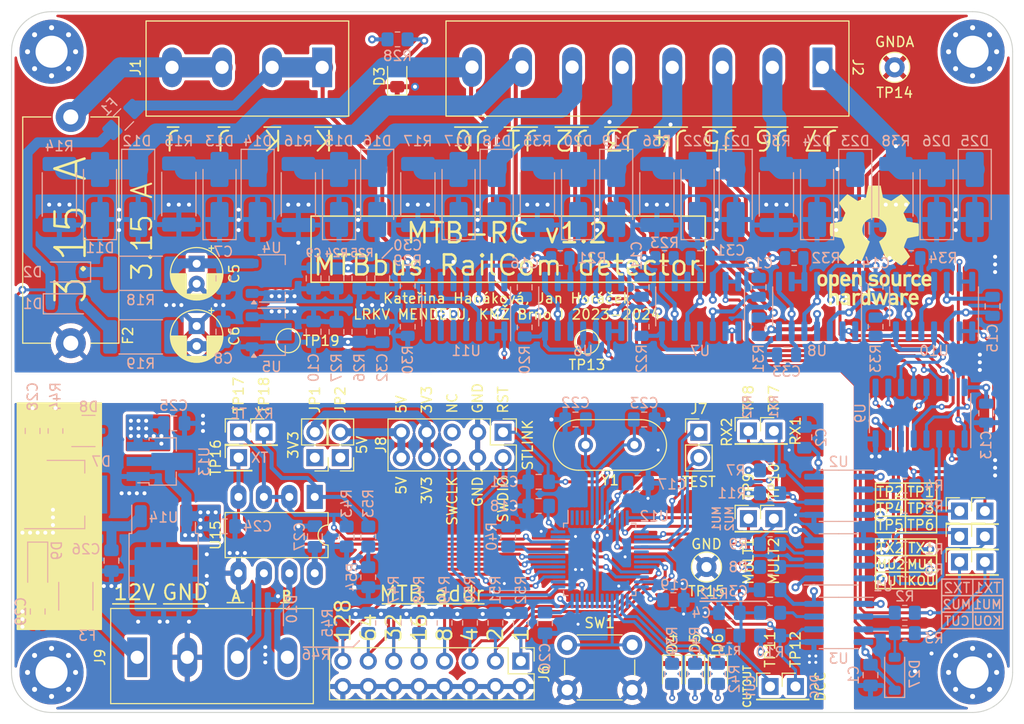
<source format=kicad_pcb>
(kicad_pcb (version 20221018) (generator pcbnew)
  (layers (0 "F.Cu" signal) (1 "In1.Cu" signal) (2 "In2.Cu" signal) (31 "B.Cu" signal) (34 "B.Paste" user) (35 "F.Paste" user) (36 "B.SilkS" user "B.Silkscreen") (37 "F.SilkS" user "F.Silkscreen") (38 "B.Mask" user) (39 "F.Mask" user) (44 "Edge.Cuts" user))
  (net 0 "")
  (net 1 "+5V")
  (net 2 "GND")
  (net 3 "/MTB/CUTOUT")
  (net 4 "Net-(U4-IN)")
  (net 5 "GNDA")
  (net 6 "Net-(U5-VI)")
  (net 7 "+5VA")
  (net 8 "-5VA")
  (net 9 "+3V3")
  (net 10 "RST")
  (net 11 "Net-(U12-PD0)")
  (net 12 "Net-(U12-PD1)")
  (net 13 "Net-(D7-A)")
  (net 14 "Net-(D7-G)")
  (net 15 "Net-(D9-A)")
  (net 16 "Net-(D1-K)")
  (net 17 "K")
  (net 18 "Net-(D2-A)")
  (net 19 "Net-(D3-A)")
  (net 20 "Net-(D4-A)")
  (net 21 "Net-(D5-A)")
  (net 22 "Net-(D6-A)")
  (net 24 "/BUS-")
  (net 25 "/BUS+")
  (net 26 "/DCC/J1")
  (net 27 "/DCC/J2")
  (net 28 "/DCC/J3")
  (net 29 "/DCC/J4")
  (net 30 "/DCC/J5")
  (net 31 "/DCC/J6")
  (net 32 "/DCC/J7")
  (net 33 "/DCC/J0")
  (net 34 "/DCC/J")
  (net 35 "/+12V")
  (net 36 "/MTB/DEBUG1")
  (net 37 "/MTB/DEBUG2")
  (net 38 "SWDIO")
  (net 39 "Net-(J8-Pin_7)")
  (net 40 "SWCLK")
  (net 41 "Net-(J8-Pin_10)")
  (net 43 "ADDR-1")
  (net 44 "ADDR-2")
  (net 45 "ADDR-4")
  (net 46 "ADDR-8")
  (net 47 "ADDR-16")
  (net 48 "ADDR-32")
  (net 49 "ADDR-64")
  (net 50 "ADDR-128")
  (net 51 "/DCC/MULT2")
  (net 52 "/DCC/CUTOUT")
  (net 53 "Net-(U3-C1)")
  (net 54 "Net-(D27-A)")
  (net 55 "/DCC/TX1")
  (net 56 "Net-(U2-C1)")
  (net 57 "/DCC/TX2")
  (net 58 "Net-(U2-C2)")
  (net 59 "/DCC/MULT1")
  (net 60 "/MTB/RX1")
  (net 61 "/MTB/MULT1")
  (net 62 "Net-(U1-C1)")
  (net 63 "/MTB/MULT2")
  (net 64 "Net-(U1-C2)")
  (net 65 "/MTB/DCC")
  (net 66 "/MTB/RX2")
  (net 67 "Net-(U3-VO1)")
  (net 68 "Net-(U6A--)")
  (net 69 "Net-(U6C--)")
  (net 70 "Net-(U7A--)")
  (net 71 "Net-(U7C--)")
  (net 72 "REF+")
  (net 73 "REF-")
  (net 74 "Net-(U10A--)")
  (net 75 "Net-(U8C--)")
  (net 76 "Net-(U11A--)")
  (net 77 "Net-(U10C--)")
  (net 78 "Net-(U12-PB14)")
  (net 79 "Net-(U12-BOOT0)")
  (net 80 "Net-(U12-PB13)")
  (net 81 "Net-(U12-PB12)")
  (net 82 "MTB-TE")
  (net 83 "Net-(U9-X0)")
  (net 84 "MTB-TX")
  (net 85 "MTB-RX")
  (net 86 "Net-(U9-X1)")
  (net 87 "Net-(U9-X2)")
  (net 88 "Net-(U9-X3)")
  (net 89 "Net-(U9-Y2)")
  (net 90 "Net-(U9-Y0)")
  (net 91 "Net-(U9-Y3)")
  (net 92 "Net-(U9-Y1)")
  (net 100 "Net-(U12-PB15)")
  (net 107 "Net-(U8A--)")
  (net 108 "KOUT")
  (net 109 "Net-(U15-R)")
  (footprint "Connector_PinHeader_2.54mm:PinHeader_1x02_P2.54mm_Vertical" (layer "F.Cu") (at 176.657 72.009)
    (fp_text reference "J7")
    (fp_text value "PINHEADER")
  )
  (footprint "TestPoint:TestPoint_Pad_D2.0mm" (layer "F.Cu") (at 135.636 62.865)
    (fp_text reference "TP19")
    (fp_text value "PAD")
  )
  (footprint "TestPoint:TestPoint_Loop_D1.80mm_Drill1.0mm_Beaded" (layer "F.Cu") (at 177.419 85.471)
    (fp_text reference "TP15")
    (fp_text value "RING")
  )
  (footprint "Connector_PinHeader_2.54mm:PinHeader_1x01_P2.54mm_Vertical" (layer "F.Cu") (at 183.769 97.409)
    (fp_text reference "TP11")
    (fp_text value "~")
  )
  (footprint "MountingHole:MountingHole_3.2mm_M3_Pad_Via" (layer "F.Cu") (at 111.9985 96)
    (fp_text reference "H2" hide)
    (fp_text value "MountingHole")
  )
  (footprint "TestPoint:TestPoint_Loop_D1.80mm_Drill1.0mm_Beaded" (layer "F.Cu") (at 196.215 35.56)
    (fp_text reference "TP14")
    (fp_text value "RING")
  )
  (footprint "LED_SMD:LED_0805_2012Metric_Pad1.15x1.40mm_HandSolder" (layer "F.Cu") (at 146.526 36.4725 90)
    (fp_text reference "D3")
    (fp_text value "WHITE")
  )
  (footprint "Connector_PinHeader_2.54mm:PinHeader_1x01_P2.54mm_Vertical" (layer "F.Cu") (at 202.692 79.883)
    (fp_text reference "TP2")
    (fp_text value "~")
  )
  (footprint "TerminalBlock_Euroclamp:MVE252-5-V-2x" (layer "F.Cu") (at 127.948 94.716)
    (fp_text reference "J9")
    (fp_text value "MVE252-5-V")
  )
  (footprint "Connector_PinHeader_2.54mm:PinHeader_1x01_P2.54mm_Vertical" (layer "F.Cu") (at 202.692 82.423)
    (fp_text reference "TP4")
    (fp_text value "~")
  )
  (footprint "Connector_PinHeader_2.54mm:PinHeader_2x08_P2.54mm_Vertical" (layer "F.Cu") (at 158.877 94.869 -90)
    (fp_text reference "J6")
    (fp_text value "PINHEADER")
  )
  (footprint "Crystal:Crystal_HC49-U_Vertical" (layer "F.Cu") (at 170.217 73.279 180)
    (fp_text reference "Y1")
    (fp_text value "12MHz")
  )
  (footprint "Connector_PinHeader_2.54mm:PinHeader_1x01_P2.54mm_Vertical" (layer "F.Cu") (at 184.15 71.882)
    (fp_text reference "TP7")
    (fp_text value "~")
  )
  (footprint "Connector_PinHeader_2.54mm:PinHeader_1x01_P2.54mm_Vertical" (layer "F.Cu") (at 133.223 71.999)
    (fp_text reference "TP18")
    (fp_text value "PAD")
  )
  (footprint "TerminalBlock_Euroclamp:MVE252-5-V-2x" (layer "F.Cu") (at 131.64 35.332 180)
    (fp_text reference "J1")
    (fp_text value "MVE252-5-V")
  )
  (footprint "LED_SMD:LED_0805_2012Metric_Pad1.15x1.40mm_HandSolder" (layer "F.Cu") (at 173.99 96.139 -90)
    (fp_text reference "D4")
    (fp_text value "BLUE")
  )
  (footprint "Connector_PinHeader_2.54mm:PinHeader_1x02_P2.54mm_Vertical" (layer "F.Cu") (at 140.843 74.549 180)
    (fp_text reference "JP2")
    (fp_text value "SJ_2_Open")
  )
  (footprint "Connector_PinHeader_2.54mm:PinHeader_1x01_P2.54mm_Vertical" (layer "F.Cu") (at 130.6805 74.549)
    (fp_text reference "TP16")
    (fp_text value "PAD")
  )
  (footprint "Connector_PinHeader_2.54mm:PinHeader_1x01_P2.54mm_Vertical" (layer "F.Cu") (at 186.309 97.409)
    (fp_text reference "TP12")
    (fp_text value "~")
  )
  (footprint "Connector_PinHeader_2.54mm:PinHeader_1x01_P2.54mm_Vertical" (layer "F.Cu") (at 130.683 71.999)
    (fp_text reference "TP17")
    (fp_text value "PAD")
  )
  (footprint "Fuse:Fuseholder_Cylinder-5x20mm_Stelvio-Kontek_PTF78_Horizontal_Open" (layer "F.Cu") (at 113.919 40.516 -90)
    (fp_text reference "F2")
    (fp_text value "3.15A")
  )
  (footprint "LED_SMD:LED_0805_2012Metric_Pad1.15x1.40mm_HandSolder" (layer "F.Cu") (at 178.562 96.139 -90)
    (fp_text reference "D6")
    (fp_text value "RED")
  )
  (footprint "LED_SMD:LED_0805_2012Metric_Pad1.15x1.40mm_HandSolder" (layer "F.Cu") (at 176.276 96.139 -90)
    (fp_text reference "D5")
    (fp_text value "GREEN")
  )
  (footprint "Connector_PinHeader_2.54mm:PinHeader_1x01_P2.54mm_Vertical" (layer "F.Cu") (at 181.61 71.882)
    (fp_text reference "TP8")
    (fp_text value "~")
  )
  (footprint "TestPoint:TestPoint_Pad_D2.0mm" (layer "F.Cu") (at 165.481 62.992)
    (fp_text reference "TP13")
    (fp_text value "PAD")
  )
  (footprint "Connector_PinHeader_2.54mm:PinHeader_1x01_P2.54mm_Vertical" (layer "F.Cu") (at 205.232 79.883)
    (fp_text reference "TP1")
    (fp_text value "~")
  )
  (footprint "Connector_PinHeader_2.54mm:PinHeader_1x01_P2.54mm_Vertical" (layer "F.Cu") (at 184.15 80.645)
    (fp_text reference "TP10")
    (fp_text value "~")
  )
  (footprint "Capacitor_THT:CP_Radial_D5.0mm_P2.00mm" (layer "F.Cu") (at 126.492 61.401888 -90)
    (fp_text reference "C6")
    (fp_text value "22u/25V")
  )
  (footprint "MountingHole:MountingHole_3.2mm_M3_Pad_Via" (layer "F.Cu") (at 112 34)
    (fp_text reference "H1" hide)
    (fp_text value "MountingHole")
  )
  (footprint "Button_Switch_THT:SW_PUSH_6mm_H4.3mm" (layer "F.Cu") (at 170.001 97.754 180)
    (fp_text reference "SW1")
    (fp_text value "6x6")
  )
  (footprint "Connector_PinHeader_2.54mm:PinHeader_1x01_P2.54mm_Vertical" (layer "F.Cu") (at 205.232 82.423)
    (fp_text reference "TP3")
    (fp_text value "~")
  )
  (footprint "Connector_PinHeader_2.54mm:PinHeader_1x01_P2.54mm_Vertical" (layer "F.Cu") (at 205.232 84.963)
    (fp_text reference "TP6")
    (fp_text value "~")
  )
  (footprint "Symbol:OSHW-Logo_11.4x12mm_SilkScreen" (layer "F.Cu") (at 194.183 53.34)
    (fp_text reference "REF**" hide)
    (fp_text value "OSHW-Logo_11.4x12mm_SilkScreen" hide)
  )
  (footprint "MountingHole:MountingHole_3.2mm_M3_Pad_Via" (layer "F.Cu") (at 204 34)
    (fp_text reference "H3" hide)
    (fp_text value "MountingHole")
  )
  (footprint "Connector_PinHeader_2.54mm:PinHeader_1x02_P2.54mm_Vertical" (layer "F.Cu") (at 138.303 74.549 180)
    (fp_text reference "JP1")
    (fp_text value "SJ_2_Open")
  )
  (footprint "Connector_PinHeader_2.54mm:PinHeader_1x01_P2.54mm_Vertical" (layer "F.Cu") (at 202.692 84.963)
    (fp_text reference "TP5")
    (fp_text value "~")
  )
  (footprint "Capacitor_THT:CP_Radial_D5.0mm_P2.00mm" (layer "F.Cu") (at 126.492 55.178888 -90)
    (fp_text reference "C5")
    (fp_text value "22u/25V")
  )
  (footprint "MountingHole:MountingHole_3.2mm_M3_Pad_Via" (layer "F.Cu") (at 204 96)
    (fp_text reference "H4" hide)
    (fp_text value "MountingHole")
  )
  (footprint "TerminalBlock_Euroclamp:MVE252-5-V-4x" (layer "F.Cu") (at 189 35.532 180)
    (fp_text reference "J2")
    (fp_text value "MVE252-5-V")
  )
  (footprint "Connector_PinHeader_2.54mm:PinHeader_2x05_P2.54mm_Vertical" (layer "F.Cu") (at 157.099 72.009 -90)
    (fp_text reference "J8")
    (fp_text value "PROG/DEBUG")
  )
  (footprint "Package_DIP:DIP-8_W7.62mm_LongPads" (layer "F.Cu") (at 138.2905 78.471 -90)
    (fp_text reference "U15")
    (fp_text value "MAX487")
  )
  (footprint "Connector_PinHeader_2.54mm:PinHeader_1x01_P2.54mm_Vertical" (layer "F.Cu") (at 181.61 80.645)
    (fp_text reference "TP9")
    (fp_text value "~")
  )
  (footprint "Capacitor_SMD:C_0805_2012Metric" (layer "B.Cu") (at 205.359 70.104 -90)
    (fp_text reference "C13")
    (fp_text value "100n")
  )
  (footprint "Package_TO_SOT_SMD:TO-252-2" (layer "B.Cu") (at 123.1935 85.431 -90)
    (fp_text reference "U14")
    (fp_text value "78M05")
  )
  (footprint "Resistor_SMD:R_0805_2012Metric_Pad1.20x1.40mm_HandSolder" (layer "B.Cu") (at 173.99 96.139 -90)
    (fp_text reference "R39")
    (fp_text value "2k2")
  )
  (footprint "Capacitor_SMD:C_0805_2012Metric" (layer "B.Cu") (at 110.6145 89.916 -90)
    (fp_text reference "C29")
    (fp_text value "100n")
  )
  (footprint "Capacitor_SMD:C_0805_2012Metric_Pad1.18x1.45mm_HandSolder" (layer "B.Cu") (at 138.176 61.976 90)
    (fp_text reference "C10")
    (fp_text value "22u")
  )
  (footprint "Package_SO:SO-14_3.9x8.65mm_P1.27mm" (layer "B.Cu") (at 200.152 59.436 90)
    (fp_text reference "U10")
    (fp_text value "LM339")
  )
  (footprint "Diode_SMD:D_SOD-123" (layer "B.Cu") (at 113.538 59.182)
    (fp_text reference "D2")
    (fp_text value "1N5819")
  )
  (footprint "Diode_SMD:D_SMA_Handsoldering" (layer "B.Cu") (at 120.65 48.26 -90)
    (fp_text reference "D12")
    (fp_text value "SS34")
  )
  (footprint "Capacitor_SMD:C_0805_2012Metric_Pad1.18x1.45mm_HandSolder" (layer "B.Cu") (at 193.802 96.266 -90)
    (fp_text reference "C1")
    (fp_text value "100n")
  )
  (footprint "Diode_SMD:D_SMA_Handsoldering" (layer "B.Cu") (at 156.464 48.26 -90)
    (fp_text reference "D18")
    (fp_text value "SS34")
  )
  (footprint "Capacitor_SMD:C_0805_2012Metric_Pad1.18x1.45mm_HandSolder" (layer "B.Cu") (at 171.196 70.739)
    (fp_text reference "C23")
    (fp_text value "22p")
  )
  (footprint "Diode_SMD:D_SMA_Handsoldering" (layer "B.Cu") (at 168.402 48.26 -90)
    (fp_text reference "D19")
    (fp_text value "SS34")
  )
  (footprint "Diode_SMD:D_SMA_Handsoldering" (layer "B.Cu") (at 132.588 48.26 -90)
    (fp_text reference "D14")
    (fp_text value "SS34")
  )
  (footprint "Capacitor_SMD:C_0805_2012Metric_Pad1.18x1.45mm_HandSolder" (layer "B.Cu") (at 164.338 70.739 180)
    (fp_text reference "C22")
    (fp_text value "22p")
  )
  (footprint "Diode_SMD:D_SMA_Handsoldering" (layer "B.Cu") (at 176.53 48.26 90)
    (fp_text reference "D22")
    (fp_text value "SS34")
  )
  (footprint "Resistor_SMD:R_0805_2012Metric_Pad1.20x1.40mm_HandSolder" (layer "B.Cu") (at 176.276 96.139 -90)
    (fp_text reference "R41")
    (fp_text value "10k")
  )
  (footprint "Capacitor_SMD:C_0805_2012Metric" (layer "B.Cu") (at 159.258 57.531 90)
    (fp_text reference "C16")
    (fp_text value "100n")
  )
  (footprint "Resistor_SMD:R_0805_2012Metric_Pad1.20x1.40mm_HandSolder" (layer "B.Cu") (at 142.748 56.642 -90)
    (fp_text reference "R25")
    (fp_text value "200R/1%")
  )
  (footprint "Resistor_SMD:R_0805_2012Metric_Pad1.20x1.40mm_HandSolder" (layer "B.Cu") (at 197.231 85.725 180)
    (fp_text reference "R6")
    (fp_text value "10k")
  )
  (footprint "Resistor_SMD:R_0805_2012Metric" (layer "B.Cu") (at 170.942 61.468 -90)
    (fp_text reference "R22")
    (fp_text value "1k")
  )
  (footprint "Resistor_SMD:R_0805_2012Metric_Pad1.20x1.40mm_HandSolder" (layer "B.Cu") (at 151.257 91.059 -90)
    (fp_text reference "R49")
    (fp_text value "10k")
  )
  (footprint "Capacitor_SMD:C_0805_2012Metric_Pad1.18x1.45mm_HandSolder" (layer "B.Cu") (at 161.29 91.059 -90)
    (fp_text reference "C20")
    (fp_text value "100n")
  )
  (footprint "Resistor_SMD:R_2512_6332Metric_Pad1.40x3.35mm_HandSolder" (layer "B.Cu") (at 136.652 48.26 -90)
    (fp_text reference "R16")
    (fp_text value "1R5")
  )
  (footprint "Capacitor_SMD:C_0805_2012Metric_Pad1.18x1.45mm_HandSolder" (layer "B.Cu") (at 129.2835 81.407 180)
    (fp_text reference "C24")
    (fp_text value "22u")
  )
  (footprint "Resistor_SMD:R_0805_2012Metric_Pad1.20x1.40mm_HandSolder" (layer "B.Cu") (at 143.6345 82.423 -90)
    (fp_text reference "R53")
    (fp_text value "2k2")
  )
  (footprint "Resistor_SMD:R_0805_2012Metric_Pad1.20x1.40mm_HandSolder" (layer "B.Cu") (at 183.769 85.471)
    (fp_text reference "R8")
    (fp_text value "220R")
  )
  (footprint "Package_TO_SOT_SMD:SOT-223" (layer "B.Cu") (at 113.4085 78.232)
    (fp_text reference "D7")
    (fp_text value "BT148")
  )
  (footprint "Capacitor_SMD:C_0805_2012Metric" (layer "B.Cu") (at 205.994 59.436 90)
    (fp_text reference "C15")
    (fp_text value "100n")
  )
  (footprint "Resistor_SMD:R_0805_2012Metric_Pad1.20x1.40mm_HandSolder" (layer "B.Cu") (at 158.877 91.059 -90)
    (fp_text reference "R52")
    (fp_text value "10k")
  )
  (footprint "Resistor_SMD:R_0805_2012Metric_Pad1.20x1.40mm_HandSolder" (layer "B.Cu") (at 140.462 56.642 90)
    (fp_text reference "R24")
    (fp_text value "100k/1%")
  )
  (footprint "Resistor_SMD:R_0805_2012Metric_Pad1.20x1.40mm_HandSolder" (layer "B.Cu") (at 197.231 77.343 180)
    (fp_text reference "R4")
    (fp_text value "1k")
  )
  (footprint "Diode_SMD:D_SMA_Handsoldering" (layer "B.Cu") (at 204.216 48.26 -90)
    (fp_text reference "D25")
    (fp_text value "SS34")
  )
  (footprint "Package_SO:SO-14_3.9x8.65mm_P1.27mm" (layer "B.Cu") (at 153.416 59.436 90)
    (fp_text reference "U11")
    (fp_text value "LM339")
  )
  (footprint "Diode_SMD:D_SOD-123" (layer "B.Cu") (at 196.215 96.139 90)
    (fp_text reference "D27")
    (fp_text value "1N5819")
  )
  (footprint "Resistor_SMD:R_0805_2012Metric" (layer "B.Cu") (at 173.228 54.61)
    (fp_text reference "R23")
    (fp_text value "1k")
  )
  (footprint "Diode_SMD:D_SMA_Handsoldering" (layer "B.Cu") (at 200.406 48.26 90)
    (fp_text reference "D26")
    (fp_text value "SS34")
  )
  (footprint "Capacitor_SMD:C_0805_2012Metric_Pad1.18x1.45mm_HandSolder" (layer "B.Cu") (at 124.24175 71.12 180)
    (fp_text reference "C25")
    (fp_text value "22u")
  )
  (footprint "Resistor_SMD:R_0805_2012Metric_Pad1.20x1.40mm_HandSolder" (layer "B.Cu") (at 142.748 61.976 -90)
    (fp_text reference "R26")
    (fp_text value "200R/1%")
  )
  (footprint "Package_TO_SOT_SMD:SOT-89-3" (layer "B.Cu") (at 133.985 56.642)
    (fp_text reference "U4")
    (fp_text value "L78L05_SOT89")
  )
  (footprint "Resistor_SMD:R_0805_2012Metric_Pad1.20x1.40mm_HandSolder" (layer "B.Cu") (at 183.769 90.043 180)
    (fp_text reference "R12")
    (fp_text value "1k")
  )
  (footprint "Resistor_SMD:R_0805_2012Metric_Pad1.20x1.40mm_HandSolder" (layer "B.Cu") (at 148.717 91.059 -90)
    (fp_text reference "R48")
    (fp_text value "10k")
  )
  (footprint "Package_SO:SO-16_3.9x9.9mm_P1.27mm" (layer "B.Cu") (at 198.755 70.104 90)
    (fp_text reference "U9")
    (fp_text value "4052")
  )
  (footprint "Resistor_SMD:R_0805_2012Metric" (layer "B.Cu") (at 159.258 61.533 -90)
    (fp_text reference "R20")
    (fp_text value "1k")
  )
  (footprint "Capacitor_SMD:C_0805_2012Metric" (layer "B.Cu") (at 182.626 57.531 90)
    (fp_text reference "C12")
    (fp_text value "100n")
  )
  (footprint "Diode_SMD:D_SOD-123" (layer "B.Cu") (at 110.6145 85.344 -90)
    (fp_text reference "D9")
    (fp_text value "1N5819")
  )
  (footprint "Capacitor_SMD:C_0805_2012Metric_Pad1.18x1.45mm_HandSolder" (layer "B.Cu") (at 117.9805 84.836 -90)
    (fp_text reference "C26")
    (fp_text value "22u/25V")
  )
  (footprint "Package_SO:SO-14_3.9x8.65mm_P1.27mm" (layer "B.Cu") (at 176.784 59.436 90)
    (fp_text reference "U7")
    (fp_text value "LM339")
  )
  (footprint "Diode_SMD:D_SMA_Handsoldering" (layer "B.Cu") (at 140.716 48.26 90)
    (fp_text reference "D15")
    (fp_text value "SS34")
  )
  (footprint "Capacitor_SMD:C_0805_2012Metric_Pad1.18x1.45mm_HandSolder" (layer "B.Cu") (at 183.769 87.757 180)
    (fp_text reference "C3")
    (fp_text value "100n")
  )
  (footprint "Resistor_SMD:R_0805_2012Metric_Pad1.20x1.40mm_HandSolder" (layer "B.Cu") (at 183.769 78.105)
    (fp_text reference "R11")
    (fp_text value "2k2")
  )
  (footprint "Resistor_SMD:R_0805_2012Metric_Pad1.20x1.40mm_HandSolder" (layer "B.Cu") (at 179.705 92.329)
    (fp_text reference "R13")
    (fp_text value "10k")
  )
  (footprint "Resistor_SMD:R_2512_6332Metric_Pad1.40x3.35mm_HandSolder" (layer "B.Cu") (at 160.528 48.26 -90)
    (fp_text reference "R35")
    (fp_text value "1R5")
  )
  (footprint "Capacitor_SMD:C_0805_2012Metric_Pad1.18x1.45mm_HandSolder" (layer "B.Cu") (at 145.034 56.642 -90)
    (fp_text reference "C30")
    (fp_text value "100n")
  )
  (footprint "Resistor_SMD:R_0805_2012Metric_Pad1.20x1.40mm_HandSolder" (layer "B.Cu") (at 112.3925 71.882 90)
    (fp_text reference "R44")
    (fp_text value "2k2")
  )
  (footprint "Capacitor_SMD:C_0805_2012Metric_Pad1.18x1.45mm_HandSolder" (layer "B.Cu") (at 160.655 76.962)
    (fp_text reference "C21")
    (fp_text value "100n")
  )
  (footprint "Resistor_SMD:R_2512_6332Metric_Pad1.40x3.35mm_HandSolder" (layer "B.Cu") (at 196.342 48.26 -90)
    (fp_text reference "R38")
    (fp_text value "1R5")
  )
  (footprint "Package_SO:SO-14_3.9x8.65mm_P1.27mm" (layer "B.Cu") (at 165.1 59.436 90)
    (fp_text reference "U6")
    (fp_text value "LM339")
  )
  (footprint "Package_QFP:LQFP-48_7x7mm_P0.5mm" (layer "B.Cu") (at 166.751 84.709 -90)
    (fp_text reference "U12")
    (fp_text value "STM32F103C8Tx")
  )
  (footprint "Capacitor_SMD:C_0805_2012Metric_Pad1.18x1.45mm_HandSolder" (layer "B.Cu") (at 187.198 72.517 90)
    (fp_text reference "C2")
    (fp_text value "100n")
  )
  (footprint "Fuse:Fuse_1812_4532Metric_Pad1.30x3.40mm_HandSolder" (layer "B.Cu") (at 114.4245 88.392 -90)
    (fp_text reference "F3")
    (fp_text value "200mA")
  )
  (footprint "Diode_SMD:D_SMA_Handsoldering" (layer "B.Cu") (at 128.778 48.26 90)
    (fp_text reference "D13")
    (fp_text value "SS34")
  )
  (footprint "Capacitor_SMD:C_0805_2012Metric" (layer "B.Cu") (at 194.31 57.47 90)
    (fp_text reference "C14")
    (fp_text value "100n")
  )
  (footprint "Capacitor_SMD:C_0805_2012Metric_Pad1.18x1.45mm_HandSolder" (layer "B.Cu") (at 179.705 90.043 180)
    (fp_text reference "C4")
    (fp_text value "1n")
  )
  (footprint "Capacitor_SMD:C_0805_2012Metric" (layer "B.Cu") (at 110.1065 71.882 90)
    (fp_text reference "C28")
    (fp_text value "100n")
  )
  (footprint "Resistor_SMD:R_0805_2012Metric_Pad1.20x1.40mm_HandSolder" (layer "B.Cu") (at 183.769 83.185)
    (fp_text reference "R9")
    (fp_text value "220R")
  )
  (footprint "Resistor_SMD:R_2512_6332Metric_Pad1.40x3.35mm_HandSolder" (layer "B.Cu") (at 148.59 48.26 -90)
    (fp_text reference "R17")
    (fp_text value "1R5")
  )
  (footprint "Resistor_SMD:R_0805_2012Metric_Pad1.20x1.40mm_HandSolder" (layer "B.Cu") (at 197.231 92.075 180)
    (fp_text reference "R3")
    (fp_text value "1k5")
  )
  (footprint "Resistor_SMD:R_0805_2012Metric" (layer "B.Cu") (at 162.814 54.61)
    (fp_text reference "R21")
    (fp_text value "1k")
  )
  (footprint "Resistor_SMD:R_0805_2012Metric" (layer "B.Cu") (at 182.626 61.468 -90)
    (fp_text reference "R31")
    (fp_text value "1k")
  )
  (footprint "Capacitor_SMD:C_0805_2012Metric_Pad1.18x1.45mm_HandSolder" (layer "B.Cu") (at 138.3005 82.423 90)
    (fp_text reference "C27")
    (fp_text value "100n")
  )
  (footprint "Resistor_SMD:R_0805_2012Metric_Pad1.20x1.40mm_HandSolder" (layer "B.Cu") (at 197.231 79.375 180)
    (fp_text reference "R5")
    (fp_text value "1k")
  )
  (footprint "Package_TO_SOT_SMD:SOT-89-3" (layer "B.Cu") (at 133.985 61.976)
    (fp_text reference "U5")
    (fp_text value "L79L05_SOT89")
  )
  (footprint "Capacitor_SMD:C_0805_2012Metric_Pad1.18x1.45mm_HandSolder" (layer "B.Cu") (at 129.159 61.976 -90)
    (fp_text reference "C8")
    (fp_text value "100n")
  )
  (footprint "Resistor_SMD:R_0805_2012Metric" (layer "B.Cu") (at 147.574 57.404 -90)
    (fp_text reference "R29")
    (fp_text value "47k")
  )
  (footprint "Resistor_SMD:R_0805_2012Metric_Pad1.20x1.40mm_HandSolder" (layer "B.Cu") (at 178.562 96.139 -90)
    (fp_text reference "R42")
    (fp_text value "1k")
  )
  (footprint "Package_TO_SOT_SMD:SOT-89-3_Handsoldering" (layer "B.Cu") (at 123.09875 74.93)
    (fp_text reference "U13")
    (fp_text value "HT7533-1")
  )
  (footprint "Resistor_SMD:R_0805_2012Metric_Pad1.20x1.40mm_HandSolder" (layer "B.Cu") (at 197.231 83.693 180)
    (fp_text reference "R1")
    (fp_text value "10k")
  )
  (footprint "Fuse:Fuse_1206_3216Metric_Pad1.42x1.75mm_HandSolder" (layer "B.Cu") (at 119.126 40.767 45)
    (fp_text reference "F1")
    (fp_text value "50/150mA")
  )
  (footprint "Resistor_SMD:R_2512_6332Metric_Pad1.40x3.35mm_HandSolder" (layer "B.Cu") (at 184.404 48.26 -90)
    (fp_text reference "R37")
    (fp_text value "1R5")
  )
  (footprint "Package_SO:SOIC-8_3.9x4.9mm_P1.27mm" (layer "B.Cu") (at 190.627 78.359 180)
    (fp_text reference "U2")
    (fp_text value "VO0631T")
  )
  (footprint "Resistor_SMD:R_2512_6332Metric_Pad1.40x3.35mm_HandSolder" (layer "B.Cu") (at 120.904 62.484 180)
    (fp_text reference "R19")
    (fp_text value "33R")
  )
  (footprint "Resistor_SMD:R_0805_2012Metric_Pad1.20x1.40mm_HandSolder" (layer "B.Cu") (at 141.097 91.059 -90)
    (fp_text reference "R45")
    (fp_text value "10k")
  )
  (footprint "Diode_SMD:D_SMA_Handsoldering" (layer "B.Cu") (at 180.34 48.26 -90)
    (fp_text reference "D21")
    (fp_text value "SS34")
  )
  (footprint "Diode_SMD:D_SMA_Handsoldering" (layer "B.Cu") (at 164.592 48.26 90)
    (fp_text reference "D20")
    (fp_text value "SS34")
  )
  (footprint "Capacitor_SMD:C_0805_2012Metric" (layer "B.Cu") (at 185.42 64.262)
    (fp_text reference "C33")
    (fp_text value "100n")
  )
  (footprint "Resistor_SMD:R_0805_2012Metric_Pad1.20x1.40mm_HandSolder" (layer "B.Cu") (at 153.797 91.059 -90)
    (fp_text reference "R50")
    (fp_text value "10k")
  )
  (footprint "Package_SO:SO-14_3.9x8.65mm_P1.27mm" (layer "B.Cu") (at 188.468 59.436 90)
    (fp_text reference "U8")
    (fp_text value "LM339")
  )
  (footprint "Capacitor_SMD:C_0805_2012Metric" (layer "B.Cu") (at 170.942 57.531 90)
    (fp_text reference "C11")
    (fp_text value "100n")
  )
  (footprint "Capacitor_SMD:C_0805_2012Metric_Pad1.18x1.45mm_HandSolder" (layer "B.Cu") (at 160.655 79.375 180)
    (fp_text reference "C18")
    (fp_text value "100n")
  )
  (footprint "Resistor_SMD:R_0805_2012Metric_Pad1.20x1.40mm_HandSolder" (layer "B.Cu") (at 143.6345 86.487 -90)
    (fp_text reference "R54")
    (fp_text value "4k7")
  )
  (footprint "Capacitor_SMD:C_0805_2012Metric_Pad1.18x1.45mm_HandSolder" (layer "B.Cu") (at 174.117 88.773)
    (fp_text reference "C19")
    (fp_text value "100n")
  )
  (footprint "Capacitor_SMD:C_0805_2012Metric_Pad1.18x1.45mm_HandSolder" (layer "B.Cu") (at 138.176 56.642 90)
    (fp_text reference "C9")
    (fp_text value "22u")
  )
  (footprint "Package_TO_SOT_SMD:SOT-23" (layer "B.Cu") (at 115.6945 71.882)
    (fp_text reference "D8")
    (fp_text value "BZX84C18")
  )
  (footprint "Resistor_SMD:R_0805_2012Metric_Pad1.20x1.40mm_HandSolder" (layer "B.Cu") (at 183.769 92.329)
    (fp_text reference "R10")
    (fp_text value "10k")
  )
  (footprint "Capacitor_SMD:C_0805_2012Metric_Pad1.18x1.45mm_HandSolder" (layer "B.Cu") (at 145.034 61.976 -90)
    (fp_text reference "C32")
    (fp_text value "100n")
  )
  (footprint "Resistor_SMD:R_0805_2012Metric_Pad1.20x1.40mm_HandSolder" (layer "B.Cu") (at 197.231 90.043 180)
    (fp_text reference "R2")
    (fp_text value "1k")
  )
  (footprint "Resistor_SMD:R_0805_2012Metric" (layer "B.Cu") (at 194.31 61.468 -90)
    (fp_text reference "R33")
    (fp_text value "1k")
  )
  (footprint "Resistor_SMD:R_0805_2012Metric_Pad1.20x1.40mm_HandSolder" (layer "B.Cu") (at 146.177 91.059 -90)
    (fp_text reference "R47")
    (fp_text value "10k")
  )
  (footprint "Capacitor_SMD:C_0805_2012Metric_Pad1.18x1.45mm_HandSolder" (layer "B.Cu") (at 129.159 56.642 -90)
    (fp_text reference "C7")
    (fp_text value "100n")
  )
  (footprint "Package_TO_SOT_SMD:SOT-23" (layer "B.Cu") (at 133.6015 89.662 90)
    (fp_text reference "D10")
    (fp_text value "SM712_SOT23")
  )
  (footprint "Resistor_SMD:R_0805_2012Metric" (layer "B.Cu") (at 186.182 54.61)
    (fp_text reference "R32")
    (fp_text value "1k")
  )
  (footprint "Capacitor_SMD:C_0805_2012Metric_Pad1.18x1.45mm_HandSolder" (layer "B.Cu") (at 170.561 77.089)
    (fp_text reference "C17")
    (fp_text value "100n")
  )
  (footprint "Resistor_SMD:R_0805_2012Metric_Pad1.20x1.40mm_HandSolder" (layer "B.Cu") (at 157.607 82.423 90)
    (fp_text reference "R40")
    (fp_text value "10k")
  )
  (footprint "Package_SO:SOIC-8_3.9x4.9mm_P1.27mm" (layer "B.Cu") (at 190.627 84.709)
    (fp_text reference "U1")
    (fp_text value "VO0631T")
  )
  (footprint "Resistor_SMD:R_0805_2012Metric_Pad1.20x1.40mm_HandSolder" (layer "B.Cu") (at 146.558 32.766)
    (fp_text reference "R28")
    (fp_text value "4k7")
  )
  (footprint "Diode_SMD:D_SMA_Handsoldering" (layer "B.Cu") (at 188.468 48.26 90)
    (fp_text reference "D24")
    (fp_text value "SS34")
  )
  (footprint "Resistor_SMD:R_0805_2012Metric_Pad1.20x1.40mm_HandSolder" (layer "B.Cu") (at 143.637 91.059 -90)
    (fp_text reference "R46")
    (fp_text value "10k")
  )
  (footprint "Resistor_SMD:R_0805_2012Metric" (layer "B.Cu") (at 197.866 54.61)
    (fp_text reference "R34")
    (fp_text value "1k")
  )
  (footprint "Diode_SMD:D_SMA_Handsoldering" (layer "B.Cu") (at 144.526 48.26 -90)
    (fp_text reference "D16")
    (fp_text value "SS34")
  )
  (footprint "Resistor_SMD:R_2512_6332Metric_Pad1.40x3.35mm_HandSolder" (layer "B.Cu") (at 112.776 48.26 -90)
    (fp_text reference "R14")
    (fp_text value "1R5")
  )
  (footprint "Resistor_SMD:R_0805_2012Metric_Pad1.20x1.40mm_HandSolder" (layer "B.Cu") (at 156.337 91.059 -90)
    (fp_text reference "R51")
    (fp_text value "10k")
  )
  (footprint "Resistor_SMD:R_0805_2012Metric_Pad1.20x1.40mm_HandSolder" (layer "B.Cu") (at 183.769 75.819)
    (fp_text reference "R7")
    (fp_text value "2k2")
  )
  (footprint "Resistor_SMD:R_2512_6332Metric_Pad1.40x3.35mm_HandSolder" (layer "B.Cu") (at 124.714 48.2145 -90)
    (fp_text reference "R15")
    (fp_text value "1R5")
  )
  (footprint "Resistor_SMD:R_0805_2012Metric_Pad1.20x1.40mm_HandSolder" (layer "B.Cu") (at 141.4755 82.423 -90)
    (fp_text reference "R43")
    (fp_text value "10k")
  )
  (footprint "Diode_SMD:D_SMA_Handsoldering" (layer "B.Cu") (at 192.278 48.26 -90)
    (fp_text reference "D23")
    (fp_text value "SS34")
  )
  (footprint "Package_SO:SOIC-8_3.9x4.9mm_P1.27mm" (layer "B.Cu") (at 190.627 91.059 180)
    (fp_text reference "U3")
    (fp_text value "VO0631T")
  )
  (footprint "Diode_SMD:D_SMA_Handsoldering" (layer "B.Cu") (at 152.654 48.26 90)
    (fp_text reference "D17")
    (fp_text value "SS34")
  )
  (footprint "Resistor_SMD:R_2512_6332Metric_Pad1.40x3.35mm_HandSolder" (layer "B.Cu") (at 120.902 56.134 180)
    (fp_text reference "R18")
    (fp_text value "33R")
  )
  (footprint "Resistor_SMD:R_0805_2012Metric_Pad1.20x1.40mm_HandSolder" (layer "B.Cu") (at 140.462 61.976 90)
    (fp_text reference "R27")
    (fp_text value "100k/1%")
  )
  (footprint "Diode_SMD:D_SOD-123" (layer "B.Cu") (at 113.538 56.007 180)
    (fp_text reference "D1")
    (fp_text value "1N5819")
  )
  (footprint "Capacitor_SMD:C_0805_2012Metric" (layer "B.Cu") (at 176.784 54.61)
    (fp_text reference "C31")
    (fp_text value "100n")
  )
  (footprint "Resistor_SMD:R_2512_6332Metric_Pad1.40x3.35mm_HandSolder" (layer "B.Cu") (at 172.466 48.26 -90)
    (fp_text reference "R36")
    (fp_text value "1R5")
  )
  (footprint "Diode_SMD:D_SMA_Handsoldering" (layer "B.Cu") (at 116.84 48.26 90)
    (fp_text reference "D11")
    (fp_text value "SS34")
  )
  (footprint "Resistor_SMD:R_0805_2012Metric" (layer "B.Cu") (at 147.574 61.468 -90)
    (fp_text reference "R30")
    (fp_text value "1k")
  )
  (gr_line (start 207.01 89.9795) (end 200.914 89.9795) (stroke (width 0.15)) (layer "B.SilkS"))
  (gr_line (start 176.784 88.9) (end 183.388 88.9) (stroke (width 0.15)) (layer "B.SilkS"))
  (gr_line (start 142.113 93.472) (end 142.748 92.837) (stroke (width 0.15)) (layer "B.SilkS"))
  (gr_line (start 204.0255 91.6305) (end 204.0255 86.6775) (stroke (width 0.15)) (layer "B.SilkS"))
  (gr_line (start 207.01 91.6305) (end 200.914 91.6305) (stroke (width 0.15)) (layer "B.SilkS"))
  (gr_line (start 200.914 91.6305) (end 200.914 88.3285) (stroke (width 0.15)) (layer "B.SilkS"))
  (gr_line (start 183.388 88.9) (end 183.796 89.308) (stroke (width 0.15)) (layer "B.SilkS"))
  (gr_line (start 207.01 86.6775) (end 207.01 91.6305) (stroke (width 0.15)) (layer "B.SilkS"))
  (gr_line (start 145.034 54.61) (end 146.05 53.594) (stroke (width 0.15)) (layer "B.SilkS"))
  (gr_line (start 200.914 86.6775) (end 207.01 86.6775) (stroke (width 0.15)) (layer "B.SilkS"))
  (gr_line (start 137.16 93.472) (end 142.113 93.472) (stroke (width 0.15)) (layer "B.SilkS"))
  (gr_line (start 200.914 88.3285) (end 207.01 88.3285) (stroke (width 0.15)) (layer "B.SilkS"))
  (gr_line (start 200.914 88.3285) (end 200.914 86.6775) (stroke (width 0.15)) (layer "B.SilkS"))
  (gr_line (start 124.714 41.529) (end 123.571 41.529) (stroke (width 0.15)) (layer "F.SilkS"))
  (gr_line (start 138.303 41.529) (end 139.954 41.529) (stroke (width 0.15)) (layer "F.SilkS"))
  (gr_line (start 200.406 85.979) (end 194.31 85.979) (stroke (width 0.15)) (layer "F.SilkS"))
  (gr_line (start 172.212 41.529) (end 175.514 41.529) (stroke (width 0.15)) (layer "F.SilkS"))
  (gr_line (start 200.406 80.391) (end 194.31 80.391) (stroke (width 0.15)) (layer "F.SilkS"))
  (gr_line (start 200.406 87.63) (end 194.31 87.63) (stroke (width 0.15)) (layer "F.SilkS"))
  (gr_line (start 129.794 41.529) (end 128.651 41.529) (stroke (width 0.15)) (layer "F.SilkS"))
  (gr_line (start 134.874 89.027) (end 136.144 89.027) (stroke (width 0.15)) (layer "F.SilkS"))
  (gr_line (start 177.292 57.023) (end 177.292 50.419) (stroke (width 0.15)) (layer "F.SilkS"))
  (gr_line (start 118.11 89.154) (end 122.428 89.154) (stroke (width 0.15)) (layer "F.SilkS"))
  (gr_line (start 197.2945 77.089) (end 197.2945 82.042) (stroke (width 0.15)) (layer "F.SilkS"))
  (gr_line (start 137.922 50.419) (end 137.922 57.023) (stroke (width 0.15)) (layer "F.SilkS"))
  (gr_line (start 177.038 41.529) (end 180.34 41.529) (stroke (width 0.15)) (layer "F.SilkS"))
  (gr_line (start 194.31 77.089) (end 200.406 77.089) (stroke (width 0.15)) (layer "F.SilkS"))
  (gr_line (start 200.406 78.74) (end 200.406 82.042) (stroke (width 0.15)) (layer "F.SilkS"))
  (gr_line (start 200.406 77.089) (end 200.406 78.74) (stroke (width 0.15)) (layer "F.SilkS"))
  (gr_line (start 133.223 41.529) (end 134.874 41.529) (stroke (width 0.15)) (layer "F.SilkS"))
  (gr_line (start 167.259 41.529) (end 170.561 41.529) (stroke (width 0.15)) (layer "F.SilkS"))
  (gr_line (start 152.273 41.529) (end 155.575 41.529) (stroke (width 0.15)) (layer "F.SilkS"))
  (gr_line (start 123.19 89.154) (end 127.508 89.154) (stroke (width 0.15)) (layer "F.SilkS"))
  (gr_line (start 194.31 84.328) (end 200.406 84.328) (stroke (width 0.15)) (layer "F.SilkS"))
  (gr_line (start 145.034 89.154) (end 155.194 89.154) (stroke (width 0.15)) (layer "F.SilkS"))
  (gr_line (start 200.406 82.677) (end 200.406 84.328) (stroke (width 0.15)) (layer "F.SilkS"))
  (gr_line (start 200.406 82.042) (end 194.31 82.042) (stroke (width 0.15)) (layer "F.SilkS"))
  (gr_line (start 129.54 89.027) (end 131.191 89.027) (stroke (width 0.15)) (layer "F.SilkS"))
  (gr_line (start 187.198 41.529) (end 190.5 41.529) (stroke (width 0.15)) (layer "F.SilkS"))
  (gr_line (start 194.31 82.677) (end 200.406 82.677) (stroke (width 0.15)) (layer "F.SilkS"))
  (gr_line (start 197.2945 82.677) (end 197.2945 87.63) (stroke (width 0.15)) (layer "F.SilkS"))
  (gr_line (start 162.306 41.529) (end 165.608 41.529) (stroke (width 0.15)) (layer "F.SilkS"))
  (gr_line (start 157.226 41.529) (end 160.528 41.529) (stroke (width 0.15)) (layer "F.SilkS"))
  (gr_line (start 177.292 50.419) (end 137.922 50.419) (stroke (width 0.15)) (layer "F.SilkS"))
  (gr_line (start 194.31 87.63) (end 194.31 82.677) (stroke (width 0.15)) (layer "F.SilkS"))
  (gr_line (start 194.31 82.042) (end 194.31 77.089) (stroke (width 0.15)) (layer "F.SilkS"))
  (gr_line (start 200.406 84.328) (end 200.406 87.63) (stroke (width 0.15)) (layer "F.SilkS"))
  (gr_line (start 182.245 41.529) (end 185.547 41.529) (stroke (width 0.15)) (layer "F.SilkS"))
  (gr_line (start 194.31 78.74) (end 200.406 78.74) (stroke (width 0.15)) (layer "F.SilkS"))
  (gr_rect (start 108.585 69.088) (end 116.967 91.694) (stroke (width 0.15)) (fill solid) (layer "F.SilkS"))
  (gr_line (start 137.922 57.023) (end 177.292 57.023) (stroke (width 0.15)) (layer "F.SilkS"))
  (gr_arc (start 112 100) (mid 109.171573 98.828427) (end 108 96) (stroke (width 0.1)) (layer "Edge.Cuts"))
  (gr_arc (start 204 30) (mid 206.828427 31.171573) (end 208 34) (stroke (width 0.1)) (layer "Edge.Cuts"))
  (gr_line (start 204 100) (end 112 100) (stroke (width 0.1)) (layer "Edge.Cuts"))
  (gr_arc (start 208 96) (mid 206.828427 98.828427) (end 204 100) (stroke (width 0.1)) (layer "Edge.Cuts"))
  (gr_line (start 112 30) (end 204 30) (stroke (width 0.1)) (layer "Edge.Cuts"))
  (gr_line (start 108 96) (end 108 34) (stroke (width 0.1)) (layer "Edge.Cuts"))
  (gr_arc (start 108 34) (mid 109.171573 31.171573) (end 112 30) (stroke (width 0.1)) (layer "Edge.Cuts"))
  (gr_line (start 208 34) (end 208 96) (stroke (width 0.1)) (layer "Edge.Cuts"))
  (gr_text "MU1" (at 205.486 89.2175) (layer "B.SilkS") (effects (font (size 0.9 0.9)) (justify mirror)))
  (gr_text "TE" (at 130.683 70.739) (layer "B.SilkS") (effects (font (size 1 1)) (justify bottom mirror)))
  (gr_text "TX2" (at 202.438 87.5665) (layer "B.SilkS") (effects (font (size 1 1)) (justify mirror)))
  (gr_text "TX1" (at 205.486 87.5665) (layer "B.SilkS") (effects (font (size 1 1)) (justify mirror)))
  (gr_text "CUT" (at 181.864 97.409 90) (layer "B.SilkS") (effects (font (size 0.8 0.8)) (justify mirror)))
  (gr_text "RX1" (at 184.15 69.469 90) (layer "B.SilkS") (effects (font (size 0.8 0.8)) (justify mirror)))
  (gr_text "CUT" (at 202.438 90.8685) (layer "B.SilkS") (effects (font (size 0.9 0.9)) (justify mirror)))
  (gr_text "DCC" (at 188.214 97.409 90) (layer "B.SilkS") (effects (font (size 0.8 0.8)) (justify mirror)))
  (gr_text "MU2" (at 202.438 89.2175) (layer "B.SilkS") (effects (font (size 0.9 0.9)) (justify mirror)))
  (gr_text "MU1\nMU2" (at 179.07 80.645 90) (layer "B.SilkS") (effects (font (size 0.8 0.8)) (justify mirror)))
  (gr_text "RX" (at 133.223 70.739) (layer "B.SilkS") (effects (font (size 1 1)) (justify bottom mirror)))
  (gr_text "KOU" (at 205.486 90.8685) (layer "B.SilkS") (effects (font (size 0.9 0.9)) (justify mirror)))
  (gr_text "RX2" (at 181.483 69.469 90) (layer "B.SilkS") (effects (font (size 0.8 0.8)) (justify mirror)))
  (gr_text "TX" (at 131.826 74.549) (layer "B.SilkS") (effects (font (size 1 1)) (justify right mirror)))
  (gr_text "3.15 A" (at 113.919 51.816 90) (layer "F.SilkS") (effects (font (size 3 3) (thickness 0.25))))
  (gr_text "RX2" (at 179.451 72.009 90) (layer "F.SilkS") (effects (font (size 1 1))))
  (gr_text "RST" (at 157.099 70.231 90) (layer "F.SilkS") (effects (font (size 1 1)) (justify left)))
  (gr_text "16" (at 148.717 93.091 90) (layer "F.SilkS") (effects (font (size 1.5 1.5) (thickness 0.2)) (justify left)))
  (gr_text "SWDIO" (at 157.099 76.327 90) (layer "F.SilkS") (effects (font (size 1 1)) (justify right)))
  (gr_text "J0" (at 153.924 42.799 180) (layer "F.SilkS") (effects (font (size 2 2) (thickness 0.2))))
  (gr_text "J1" (at 158.877 42.799 180) (layer "F.SilkS") (effects (font (size 2 2) (thickness 0.2))))
  (gr_text "MULT2" (at 184.15 82.423 90) (layer "F.SilkS") (effects (font (size 1 1)) (justify right)))
  (gr_text "J" (at 129.159 42.799 180) (layer "F.SilkS") (effects (font (size 2 2) (thickness 0.2))))
  (gr_text "GND" (at 154.559 76.327 90) (layer "F.SilkS") (effects (font (size 1 1)) (justify right)))
  (gr_text "K" (at 134.112 42.799 180) (layer "F.SilkS") (effects (font (size 2 2) (thickness 0.2))))
  (gr_text "DCC" (at 188.214 97.409 90) (layer "F.SilkS") (effects (font (size 1 1)) (justify top)))
  (gr_text "J5" (at 178.689 42.799 180) (layer "F.SilkS") (effects (font (size 2 2) (thickness 0.2))))
  (gr_text "TEST" (at 176.657 76.962) (layer "F.SilkS") (effects (font (size 1 1))))
  (gr_text "MTB addr" (at 149.987 88.138) (layer "F.SilkS") (effects (font (size 1.5 1.5) (thickness 0.1875))))
  (gr_text "Kateřina Hanáková, Jan Horáček\nLRKV MENDELU, KMŽ Brno I 2023-2024" (at 157.48 59.436) (layer "F.SilkS") (effects (font (size 1 1))))
  (gr_text "J3" (at 168.91 42.799 180) (layer "F.SilkS") (effects (font (size 2 2) (thickness 0.2))))
  (gr_text "3V3" (at 149.479 70.231 90) (layer "F.SilkS") (effects (font (size 1 1)) (justify left)))
  (gr_text "3V3" (at 136.144 73.279 90) (layer "F.SilkS") (effects (font (size 1 1))))
  (gr_text "GND" (at 154.559 70.231 90) (layer "F.SilkS") (effects (font (size 1 1)) (justify left)))
  (gr_text "J6" (at 183.896 42.799 180) (layer "F.SilkS") (effects (font (size 2 2) (thickness 0.2))))
  (gr_text "GND" (at 177.419 83.185) (layer "F.SilkS") (effects (font (size 1 1))))
  (gr_text "RX1" (at 186.309 71.882 90) (layer "F.SilkS") (effects (font (size 1 1))))
  (gr_text "3V3" (at 149.479 76.327 90) (layer "F.SilkS") (effects (font (size 1 1)) (justify right)))
  (gr_text "128" (at 141.097 93.091 90) (layer "F.SilkS") (effects (font (size 1.5 1.5) (thickness 0.2)) (justify left)))
  (gr_text "MULT1" (at 181.61 82.423 90) (layer "F.SilkS") (effects (font (size 1 1)) (justify right)))
  (gr_text "8" (at 151.257 93.091 90) (layer "F.SilkS") (effects (font (size 1.5 1.5) (thickness 0.2)) (justify left)))
  (gr_text "GNDA" (at 196.215 33.02) (layer "F.SilkS") (effects (font (size 1 1))))
  (gr_text "B" (at 135.489583 88.392) (layer "F.SilkS") (effects (font (size 1 1) (thickness 0.2))))
  (gr_text "NC" (at 152.019 70.231 90) (layer "F.SilkS") (effects (font (size 1 1)) (justify left)))
  (gr_text "12V" (at 120.269 88.011) (layer "F.SilkS") (effects (font (size 1.5 1.5) (thickness 0.2))))
  (gr_text "K" (at 139.192 42.799 180) (layer "F.SilkS") (effects (font (size 2 2) (thickness 0.2))))
  (gr_text "MTB-RC v1.2\nMTBbus RailCom detector" (at 157.48 53.721) (layer "F.SilkS") (effects (font (size 2 2) (thickness 0.25))))
  (gr_text "STLINK" (at 160.147 73.279 90) (layer "F.SilkS") (effects (font (size 1 1)) (justify bottom)))
  (gr_text "32" (at 146.177 93.091 90) (layer "F.SilkS") (effects (font (size 1.5 1.5) (thickness 0.2)) (justify left)))
  (gr_text "KOU" (at 198.882 86.868) (layer "F.SilkS") (effects (font (size 0.9 0.9))))
  (gr_text "3.15 A" (at 121.031 51.943 90) (layer "F.SilkS") (effects (font (size 2 2) (thickness 0.2))))
  (gr_text "J4" (at 173.863 42.799 180) (layer "F.SilkS") (effects (font (size 2 2) (thickness 0.2))))
  (gr_text "4" (at 153.797 93.091 90) (layer "F.SilkS") (effects (font (size 1.5 1.5) (thickness 0.2)) (justify left)))
  (gr_text "5V" (at 146.939 76.327 90) (layer "F.SilkS") (effects (font (size 1 1)) (justify right)))
  (gr_text "64" (at 143.637 93.091 90) (layer "F.SilkS") (effects (font (size 1.5 1.5) (thickness 0.2)) (justify left)))
  (gr_text "J2" (at 163.957 42.799 180) (layer "F.SilkS") (effects (font (size 2 2) (thickness 0.2))))
  (gr_text "2" (at 156.337 93.091 90) (layer "F.SilkS") (effects (font (size 1.5 1.5) (thickness 0.2)) (justify left)))
  (gr_text "GND" (at 125.349 88.011) (layer "F.SilkS") (effects (font (size 1.5 1.5) (thickness 0.2))))
  (gr_text "TX1" (at 198.882 83.566) (layer "F.SilkS") (effects (font (size 1 1))))
  (gr_text "CUT" (at 195.834 86.868) (layer "F.SilkS") (effects (font (size 0.9 0.9))))
  (gr_text "1" (at 158.877 93.091 90) (layer "F.SilkS") (effects (font (size 1.5 1.5) (thickness 0.2)) (justify left)))
  (gr_text "J" (at 124.079 42.799 180) (layer "F.SilkS") (effects (font (size 2 2) (thickness 0.2))))
  (gr_text "SWCLK" (at 152.019 76.327 90) (layer "F.SilkS") (effects (font (size 1 1)) (justify right)))
  (gr_text "MU2" (at 195.834 85.217) (layer "F.SilkS") (effects (font (size 0.9 0.9))))
  (gr_text "5V" (at 143.002 73.279 90) (layer "F.SilkS") (effects (font (size 1 1))))
  (gr_text "CUTOUT" (at 181.483 97.409 90) (layer "F.SilkS") (effects (font (size 0.75 0.75))))
  (gr_text "MU1" (at 198.882 85.217) (layer "F.SilkS") (effects (font (size 0.9 0.9))))
  (gr_text "TX2" (at 195.834 83.566) (layer "F.SilkS") (effects (font (size 1 1))))
  (gr_text "5V" (at 146.939 70.231 90) (layer "F.SilkS") (effects (font (size 1 1)) (justify left)))
  (gr_text "A" (at 130.429 88.392) (layer "F.SilkS") (effects (font (size 1 1) (thickness 0.2))))
  (gr_text "J7" (at 188.849 42.799 180) (layer "F.SilkS") (effects (font (size 2 2) (thickness 0.2))))
  (via (at 188.595 75.057) (size 0.8) (drill 0.4) (layers "F.Cu" "B.Cu") (net 1))
  (via (at 128.3945 80.01) (size 0.8) (drill 0.4) (layers "F.Cu" "B.Cu") (net 1))
  (via (at 126.1085 82.296) (size 0.8) (drill 0.4) (layers "F.Cu" "B.Cu") (net 1))
  (via (at 126.8705 81.534) (size 0.8) (drill 0.4) (layers "F.Cu" "B.Cu") (net 1))
  (via (at 126.8705 80.01) (size 0.8) (drill 0.4) (layers "F.Cu" "B.Cu") (net 1))
  (via (at 126.8705 80.772) (size 0.8) (drill 0.4) (layers "F.Cu" "B.Cu") (net 1))
  (via (at 125.3465 82.296) (size 0.8) (drill 0.4) (layers "F.Cu" "B.Cu") (net 1))
  (via (at 188.152 87.884) (size 0.8) (drill 0.4) (layers "F.Cu" "B.Cu") (net 1))
  (via (at 126.8705 82.296) (size 0.8) (drill 0.4) (layers "F.Cu" "B.Cu") (net 1))
  (via (at 127.6325 80.01) (size 0.8) (drill 0.4) (layers "F.Cu" "B.Cu") (net 1))
  (segment (start 120.73625 74.93) (end 124.36875 74.93) (width 0.8) (layer "B.Cu") (net 1))
  (segment (start 188.152 76.454) (end 188.595 76.011) (width 0.4) (layer "B.Cu") (net 1))
  (segment (start 187.894 73.467) (end 187.198 73.467) (width 0.4) (layer "B.Cu") (net 1))
  (segment (start 123.8225 75.051) (end 123.8225 76.708) (width 1) (layer "B.Cu") (net 1))
  (segment (start 188.595 76.011) (end 188.595 75.057) (width 0.4) (layer "B.Cu") (net 1))
  (segment (start 125.4735 78.359) (end 125.4735 80.391) (width 1) (layer "B.Cu") (net 1))
  (segment (start 123.8225 76.708) (end 125.4735 78.359) (width 1) (layer "B.Cu") (net 1))
  (segment (start 188.595 74.168) (end 187.894 73.467) (width 0.4) (layer "B.Cu") (net 1))
  (segment (start 184.719 87.757) (end 186.116 89.154) (width 0.4) (layer "B.Cu") (net 1))
  (segment (start 188.152 89.154) (end 188.152 87.884) (width 0.4) (layer "B.Cu") (net 1))
  (segment (start 138.2905 86.091) (end 138.2905 83.383) (width 0.6) (layer "B.Cu") (net 1))
  (segment (start 186.116 89.154) (end 188.152 89.154) (width 0.4) (layer "B.Cu") (net 1))
  (segment (start 188.595 75.057) (end 188.595 74.168) (width 0.4) (layer "B.Cu") (net 1))
  (via (at 181.356 86.995) (size 0.6) (drill 0.3) (layers "F.Cu" "B.Cu") (net 2))
  (via (at 119.7585 78.105) (size 0.8) (drill 0.4) (layers "F.Cu" "B.Cu") (net 2))
  (via (at 133.3475 94.996) (size 0.8) (drill 0.4) (layers "F.Cu" "B.Cu") (net 2))
  (via (at 136.6495 81.407) (size 0.8) (drill 0.4) (layers "F.Cu" "B.Cu") (net 2))
  (via (at 171.577 78.613) (size 0.6) (drill 0.3) (layers "F.Cu" "B.Cu") (net 2))
  (via (at 117.2185 87.376) (size 0.8) (drill 0.4) (layers "F.Cu" "B.Cu") (net 2))
  (via (at 157.226 87.122) (size 0.6) (drill 0.3) (layers "F.Cu" "B.Cu") (net 2))
  (via (at 186.309 80.264) (size 0.6) (drill 0.3) (layers "F.Cu" "B.Cu") (net 2))
  (via (at 134.62 88.392) (size 0.8) (drill 0.4) (layers "F.Cu" "B.Cu") (net 2))
  (via (at 164.592 91.186) (size 0.6) (drill 0.3) (layers "F.Cu" "B.Cu") (net 2))
  (via (at 158.369 79.375) (size 0.6) (drill 0.3) (layers "F.Cu" "B.Cu") (net 2))
  (via (at 168.656 87.376) (size 0.6) (drill 0.3) (layers "F.Cu" "B.Cu") (net 2))
  (via (at 188.341 94.996) (size 0.6) (drill 0.3) (layers "F.Cu" "B.Cu") (net 2))
  (via (at 187.706 94.361) (size 0.6) (drill 0.3) (layers "F.Cu" "B.Cu") (net 2))
  (via (at 110.6145 82.042) (size 0.8) (drill 0.4) (layers "F.Cu" "B.Cu") (net 2))
  (via (at 127.1245 70.358) (size 0.8) (drill 0.4) (layers "F.Cu" "B.Cu") (net 2))
  (via (at 164.338 85.725) (size 0.6) (drill 0.3) (layers "F.Cu" "B.Cu") (net 2))
  (via (at 127.1245 71.12) (size 0.8) (drill 0.4) (layers "F.Cu" "B.Cu") (net 2))
  (via (at 173.609 70.739) (size 0.8) (drill 0.4) (layers "F.Cu" "B.Cu") (net 2))
  (via (at 109.0905 91.44) (size 0.8) (drill 0.4) (layers "F.Cu" "B.Cu") (net 2))
  (via (at 127.5055 86.36) (size 0.8) (drill 0.4) (layers "F.Cu" "B.Cu") (net 2))
  (via (at 112.1385 82.042) (size 0.8) (drill 0.4) (layers "F.Cu" "B.Cu") (net 2))
  (via (at 188.341 94.361) (size 0.6) (drill 0.3) (layers "F.Cu" "B.Cu") (net 2))
  (via (at 120.5205 78.105) (size 0.8) (drill 0.4) (layers "F.Cu" "B.Cu") (net 2))
  (via (at 127.5055 89.281) (size 0.8) (drill 0.4) (layers "F.Cu" "B.Cu") (net 2))
  (via (at 142.24 87.503) (size 0.8) (drill 0.4) (layers "F.Cu" "B.Cu") (net 2))
  (via (at 167.513 82.296) (size 0.6) (drill 0.3) (layers "F.Cu" "B.Cu") (net 2))
  (via (at 112.1385 79.756) (size 0.8) (drill 0.4) (layers "F.Cu" "B.Cu") (net 2))
  (via (at 109.0905 90.678) (size 0.8) (drill 0.4) (layers "F.Cu" "B.Cu") (net 2))
  (via (at 112.1385 81.28) (size 0.8) (drill 0.4) (layers "F.Cu" "B.Cu") (net 2))
  (via (at 164.338 82.423) (size 0.6) (drill 0.3) (layers "F.Cu" "B.Cu") (net 2))
  (via (at 127.5055 84.201) (size 0.8) (drill 0.4) (layers "F.Cu" "B.Cu") (net 2))
  (via (at 125.7275 90.932) (size 0.8) (drill 0.4) (layers "F.Cu" "B.Cu") (net 2))
  (via (at 122.8065 90.932) (size 0.8) (drill 0.4) (layers "F.Cu" "B.Cu") (net 2))
  (via (at 160.909 81.915) (size 0.6) (drill 0.3) (layers "F.Cu" "B.Cu") (net 2))
  (via (at 112.3925 69.596) (size 0.8) (drill 0.4) (layers "F.Cu" "B.Cu") (net 2))
  (via (at 185.674 73.787) (size 0.6) (drill 0.3) (layers "F.Cu" "B.Cu") (net 2))
  (via (at 175.133 90.17) (size 0.6) (drill 0.3) (layers "F.Cu" "B.Cu") (net 2))
  (via (at 109.0905 82.042) (size 0.8) (drill 0.4) (layers "F.Cu" "B.Cu") (net 2))
  (via (at 112.1385 80.518) (size 0.8) (drill 0.4) (layers "F.Cu" "B.Cu") (net 2))
  (via (at 169.291 84.455) (size 0.6) (drill 0.3) (layers "F.Cu" "B.Cu") (net 2))
  (via (at 111.3765 82.042) (size 0.8) (drill 0.4) (layers "F.Cu" "B.Cu") (net 2))
  (via (at 158.369 76.962) (size 0.6) (drill 0.3) (layers "F.Cu" "B.Cu") (net 2))
  (via (at 121.2825 78.105) (size 0.8) (drill 0.4) (layers "F.Cu" "B.Cu") (net 2))
  (via (at 109.0905 89.916) (size 0.8) (drill 0.4) (layers "F.Cu" "B.Cu") (net 2))
  (via (at 109.8525 82.042) (size 0.8) (drill 0.4) (layers "F.Cu" "B.Cu") (net 2))
  (via (at 172.593 73.787) (size 0.6) (drill 0.3) (layers "F.Cu" "B.Cu") (net 2))
  (via (at 120.6475 90.932) (size 0.8) (drill 0.4) (layers "F.Cu" "B.Cu") (net 2))
  (via (at 133.3475 93.472) (size 0.8) (drill 0.4) (layers "F.Cu" "B.Cu") (net 2))
  (via (at 133.3475 94.234) (size 0.8) (drill 0.4) (layers "F.Cu" "B.Cu") (net 2))
  (via (at 110.1065 69.596) (size 0.8) (drill 0.4) (layers "F.Cu" "B.Cu") (net 2))
  (via (at 127.5055 87.122) (size 0.8) (drill 0.4) (layers "F.Cu" "B.Cu") (net 2))
  (via (at 117.9805 87.376) (size 0.8) (drill 0.4) (layers "F.Cu" "B.Cu") (net 2))
  (via (at 161.925 70.739) (size 0.8) (drill 0.4) (layers "F.Cu" "B.Cu") (net 2))
  (via (at 123.5685 90.932) (size 0.8) (drill 0.4) (layers "F.Cu" "B.Cu") (net 2))
  (via (at 175.006 87.122) (size 0.6) (drill 0.3) (layers "F.Cu" "B.Cu") (net 2))
  (via (at 129.7915 84.074) (size 0.8) (drill 0.4) (layers "F.Cu" "B.Cu") (net 2))
  (via (at 127.1245 71.882) (size 0.8) (drill 0.4) (layers "F.Cu" "B.Cu") (net 2))
  (via (at 177.292 90.043) (size 0.6) (drill 0.3) (layers "F.Cu" "B.Cu") (net 2))
  (via (at 155.956 81.534) (size 0.6) (drill 0.3) (layers "F.Cu" "B.Cu") (net 2))
  (via (at 118.9965 78.105) (size 0.8) (drill 0.4) (layers "F.Cu" "B.Cu") (net 2))
  (via (at 118.7425 87.376) (size 0.8) (drill 0.4) (layers "F.Cu" "B.Cu") (net 2))
  (via (at 187.706 94.996) (size 0.6) (drill 0.3) (layers "F.Cu" "B.Cu") (net 2))
  (via (at 130.5535 84.074) (size 0.8) (drill 0.4) (layers "F.Cu" "B.Cu") (net 2))
  (via (at 164.973 85.725) (size 0.6) (drill 0.3) (layers "F.Cu" "B.Cu") (net 2))
  (via (at 131.3155 84.074) (size 0.8) (drill 0.4) (layers "F.Cu" "B.Cu") (net 2))
  (segment (start 164.338 82.423) (end 164.084 82.459) (width 0.3) (layer "B.Cu") (net 2))
  (segment (start 169.581 86.959) (end 169.291 87.249) (width 0.3) (layer "B.Cu") (net 2))
  (segment (start 167.501 79.006) (end 167.501 80.5465) (width 0.3) (layer "B.Cu") (net 2))
  (segment (start 164.501 88.8715) (end 164.501 90.007) (width 0.3) (layer "B.Cu") (net 2))
  (segment (start 162.5885 82.459) (end 164.012 82.459) (width 0.3) (layer "B.Cu") (net 2))
  (segment (start 170.9135 86.959) (end 172.303 86.959) (width 0.3) (layer "B.Cu") (net 2))
  (segment (start 164.012 82.459) (end 164.338 82.423) (width 0.3) (layer "B.Cu") (net 2))
  (segment (start 164.084 82.459) (end 164.048 82.459) (width 0.3) (layer "B.Cu") (net 2))
  (segment (start 167.501 79.006) (end 167.767 78.74) (width 0.3) (layer "B.Cu") (net 2))
  (segment (start 180.706 88.123) (end 180.848 88.265) (width 0.3) (layer "F.Cu") (net 3))
  (segment (start 180.706 86.218) (end 180.706 88.123) (width 0.3) (layer "F.Cu") (net 3))
  (segment (start 173.101 82.179503) (end 176.667503 82.179503) (width 0.3) (layer "F.Cu") (net 3))
  (segment (start 176.667503 82.179503) (end 180.706 86.218) (width 0.3) (layer "F.Cu") (net 3))
  (via (at 180.848 88.265) (size 0.6) (drill 0.3) (layers "F.Cu" "B.Cu") (net 3))
  (via (at 173.101 82.179503) (size 0.6) (drill 0.3) (layers "F.Cu" "B.Cu") (net 3))
  (segment (start 182.8565 90.043) (end 180.909 90.043) (width 0.3) (layer "B.Cu") (net 3))
  (segment (start 183.769 96.901) (end 183.769 97.409) (width 0.3) (layer "B.Cu") (net 3))
  (segment (start 180.8715 90.0805) (end 180.909 90.043) (width 0.3) (layer "B.Cu") (net 3))
  (segment (start 180.705 92.329) (end 180.705 93.837) (width 0.3) (layer "B.Cu") (net 3))
  (segment (start 170.9135 82.459) (end 172.821503 82.459) (width 0.3) (layer "B.Cu") (net 3))
  (segment (start 180.848 88.265) (end 180.848 89.982) (width 0.3) (layer "B.Cu") (net 3))
  (segment (start 180.8715 92.329) (end 180.8715 90.0805) (width 0.3) (layer "B.Cu") (net 3))
  (segment (start 172.821503 82.459) (end 173.101 82.179503) (width 0.3) (layer "B.Cu") (net 3))
  (segment (start 180.848 89.982) (end 180.909 90.043) (width 0.3) (layer "B.Cu") (net 3))
  (segment (start 180.705 93.837) (end 183.769 96.901) (width 0.3) (layer "B.Cu") (net 3))
  (segment (start 124.944 55.142) (end 123.952 56.134) (width 1) (layer "B.Cu") (net 4))
  (segment (start 132.035 55.142) (end 124.944 55.142) (width 1) (layer "B.Cu") (net 4))
  (segment (start 146.526 37.4975) (end 148.3035 37.4975) (width 0.4) (layer "F.Cu") (net 5))
  (via (at 204.724 64.262) (size 0.8) (drill 0.4) (layers "F.Cu" "B.Cu") (net 5))
  (via (at 202.311 51.816) (size 0.8) (drill 0.4) (layers "F.Cu" "B.Cu") (net 5))
  (via (at 154.559 49.784) (size 0.8) (drill 0.4) (layers "F.Cu" "B.Cu") (net 5))
  (via (at 206.248 56.007) (size 0.8) (drill 0.4) (layers "F.Cu" "B.Cu") (net 5))
  (via (at 149.606 54.991) (size 0.8) (drill 0.4) (layers "F.Cu" "B.Cu") (net 5))
  (via (at 202.311 50.8) (size 0.8) (drill 0.4) (layers "F.Cu" "B.Cu") (net 5))
  (via (at 173.482 49.276) (size 0.8) (drill 0.4) (layers "F.Cu" "B.Cu") (net 5))
  (via (at 149.606 49.276) (size 0.8) (drill 0.4) (layers "F.Cu" "B.Cu") (net 5))
  (via (at 183.388 49.276) (size 0.8) (drill 0.4) (layers "F.Cu" "B.Cu") (net 5))
  (via (at 145.034 59.309) (size 0.8) (drill 0.4) (layers "F.Cu" "B.Cu") (net 5))
  (via (at 143.002 59.309) (size 0.8) (drill 0.4) (layers "F.Cu" "B.Cu") (net 5))
  (via (at 124.206 59.309) (size 0.8) (drill 0.4) (layers "F.Cu" "B.Cu") (net 5))
  (via (at 147.574 49.276) (size 0.8) (drill 0.4) (layers "F.Cu" "B.Cu") (net 5))
  (via (at 142.621 49.784) (size 0.8) (drill 0.4) (layers "F.Cu" "B.Cu") (net 5))
  (via (at 144.018 59.309) (size 0.8) (drill 0.4) (layers "F.Cu" "B.Cu") (net 5))
  (via (at 123.698 49.276) (size 0.8) (drill 0.4) (layers "F.Cu" "B.Cu") (net 5))
  (via (at 206.248 75.565) (size 0.8) (drill 0.4) (layers "F.Cu" "B.Cu") (net 5))
  (via (at 166.497 51.816) (size 0.8) (drill 0.4) (layers "F.Cu" "B.Cu") (net 5))
  (via (at 198.247 95.885) (size 0.8) (drill 0.4) (layers "F.Cu" "B.Cu") (net 5))
  (via (at 118.745 50.8) (size 0.8) (drill 0.4) (layers "F.Cu" "B.Cu") (net 5))
  (via (at 142.621 50.8) (size 0.8) (drill 0.4) (layers "F.Cu" "B.Cu") (net 5))
  (via (at 161.544 49.276) (size 0.8) (drill 0.4) (layers "F.Cu" "B.Cu") (net 5))
  (via (at 193.929 74.422) (size 0.8) (drill 0.4) (layers "F.Cu" "B.Cu") (net 5))
  (via (at 171.45 49.276) (size 0.8) (drill 0.4) (layers "F.Cu" "B.Cu") (net 5))
  (via (at 113.792 49.276) (size 0.8) (drill 0.4) (layers "F.Cu" "B.Cu") (net 5))
  (via (at 124.968 59.309) (size 0.8) (drill 0.4) (layers "F.Cu" "B.Cu") (net 5))
  (via (at 136.652 53.086) (size 0.8) (drill 0.4) (layers "F.Cu" "B.Cu") (net 5))
  (via (at 202.311 49.784) (size 0.8) (drill 0.4) (layers "F.Cu" "B.Cu") (net 5))
  (via (at 124.714 49.276) (size 0.8) (drill 0.4) (layers "F.Cu" "B.Cu") (net 5))
  (via (at 185.42 49.276) (size 0.8) (drill 0.4) (layers "F.Cu" "B.Cu") (net 5))
  (via (at 190.373 51.816) (size 0.8) (drill 0.4) (layers "F.Cu" "B.Cu") (net 5))
  (via (at 142.621 51.816) (size 0.8) (drill 0.4) (layers "F.Cu" "B.Cu") (net 5))
  (via (at 184.404 49.276) (size 0.8) (drill 0.4) (layers "F.Cu" "B.Cu") (net 5))
  (via (at 196.342 49.276) (size 0.8) (drill 0.4) (layers "F.Cu" "B.Cu") (net 5))
  (via (at 152.146 54.991) (size 0.8) (drill 0.4) (layers "F.Cu" "B.Cu") (net 5))
  (via (at 204.724 65.786) (size 0.8) (drill 0.4) (layers "F.Cu" "B.Cu") (net 5))
  (via (at 112.776 49.276) (size 0.8) (drill 0.4) (layers "F.Cu" "B.Cu") (net 5))
  (via (at 125.73 49.276) (size 0.8) (drill 0.4) (layers "F.Cu" "B.Cu") (net 5))
  (via (at 136.652 49.276) (size 0.8) (drill 0.4) (layers "F.Cu" "B.Cu") (net 5))
  (via (at 178.435 50.8) (size 0.8) (drill 0.4) (layers "F.Cu" "B.Cu") (net 5))
  (via (at 206.248 74.803) (size 0.8) (drill 0.4) (layers "F.Cu" "B.Cu") (net 5))
  (via (at 118.745 51.816) (size 0.8) (drill 0.4) (layers "F.Cu" "B.Cu") (net 5))
  (via (at 194.945 82.804) (size 0.8) (drill 0.4) (layers "F.Cu" "B.Cu") (net 5))
  (via (at 129.159 59.309) (size 0.8) (drill 0.4) (layers "F.Cu" "B.Cu") (net 5))
  (via (at 206.248 55.245) (size 0.8) (drill 0.4) (layers "F.Cu" "B.Cu") (net 5))
  (via (at 130.683 49.784) (size 0.8) (drill 0.4) (layers "F.Cu" "B.Cu") (net 5))
  (via (at 190.373 50.8) (size 0.8) (drill 0.4) (layers "F.Cu" "B.Cu") (net 5))
  (via (at 154.559 50.8) (size 0.8) (drill 0.4) (layers "F.Cu" "B.Cu") (net 5))
  (via (at 172.466 49.276) (size 0.8) (drill 0.4) (layers "F.Cu" "B.Cu") (net 5))
  (via (at 178.435 49.784) (size 0.8) (drill 0.4) (layers "F.Cu" "B.Cu") (net 5))
  (via (at 160.528 49.276) (size 0.8) (drill 0.4) (layers "F.Cu" "B.Cu") (net 5))
  (via (at 178.435 51.816) (size 0.8) (drill 0.4) (layers "F.Cu" "B.Cu") (net 5))
  (via (at 159.512 49.276) (size 0.8) (drill 0.4) (layers "F.Cu" "B.Cu") (net 5))
  (via (at 190.373 49.784) (size 0.8) (drill 0.4) (layers "F.Cu" "B.Cu") (net 5))
  (via (at 204.724 65.024) (size 0.8) (drill 0.4) (layers "F.Cu" "B.Cu") (net 5))
  (via (at 197.358 49.276) (size 0.8) (drill 0.4) (layers "F.Cu" "B.Cu") (net 5))
  (via (at 111.76 49.276) (size 0.8) (drill 0.4) (layers "F.Cu" "B.Cu") (net 5))
  (via (at 199.898 94.107) (size 0.8) (drill 0.4) (layers "F.Cu" "B.Cu") (net 5))
  (via (at 130.683 51.816) (size 0.8) (drill 0.4) (layers "F.Cu" "B.Cu") (net 5))
  (via (at 195.326 49.276) (size 0.8) (drill 0.4) (layers "F.Cu" "B.Cu") (net 5))
  (via (at 123.444 59.309) (size 0.8) (drill 0.4) (layers "F.Cu" "B.Cu") (net 5))
  (via (at 135.636 49.276) (size 0.8) (drill 0.4) (layers "F.Cu" "B.Cu") (net 5))
  (via (at 166.497 50.8) (size 0.8) (drill 0.4) (layers "F.Cu" "B.Cu") (net 5))
  (via (at 148.59 49.276) (size 0.8) (drill 0.4) (layers "F.Cu" "B.Cu") (net 5))
  (via (at 118.745 49.784) (size 0.8) (drill 0.4) (layers "F.Cu" "B.Cu") (net 5))
  (via (at 194.691 74.422) (size 0.8) (drill 0.4) (layers "F.Cu" "B.Cu") (net 5))
  (via (at 148.3035 37.4975) (size 0.8) (drill 0.4) (layers "F.Cu" "B.Cu") (net 5))
  (via (at 128.397 59.309) (size 0.8) (drill 0.4) (layers "F.Cu" "B.Cu") (net 5))
  (via (at 137.668 49.276) (size 0.8) (drill 0.4) (layers "F.Cu" "B.Cu") (net 5))
  (via (at 206.248 54.483) (size 0.8) (drill 0.4) (layers "F.Cu" "B.Cu") (net 5))
  (via (at 166.497 49.784) (size 0.8) (drill 0.4) (layers "F.Cu" "B.Cu") (net 5))
  (via (at 154.559 51.816) (size 0.8) (drill 0.4) (layers "F.Cu" "B.Cu") (net 5))
  (via (at 130.683 50.8) (size 0.8) (drill 0.4) (layers "F.Cu" "B.Cu") (net 5))
  (via (at 206.248 76.327) (size 0.8) (drill 0.4) (layers "F.Cu" "B.Cu") (net 5))
  (segment (start 130.556 56.642) (end 129.5185 57.6795) (width 0.9) (layer "B.Cu") (net 5))
  (segment (start 129.5185 57.6795) (end 129.159 57.6795) (width 1) (layer "B.Cu") (net 5))
  (segment (start 132.1305 56.642) (end 130.556 56.642) (width 0.9) (layer "B.Cu") (net 5))
  (segment (start 126.492 63.4135) (end 124.8835 63.4135) (width 1) (layer "B.Cu") (net 6))
  (segment (start 130.556 61.976) (end 129.5185 63.0135) (width 0.9) (layer "B.Cu") (net 6))
  (segment (start 124.8835 63.4135) (end 123.954 62.484) (width 1) (layer "B.Cu") (net 6))
  (segment (start 126.619 63.4135) (end 128.759 63.4135) (width 1) (layer "B.Cu") (net 6))
  (segment (start 128.759 63.4135) (end 129.159 63.0135) (width 1) (layer "B.Cu") (net 6))
  (segment (start 129.5185 63.0135) (end 128.8835 63.0135) (width 1) (layer "B.Cu") (net 6))
  (segment (start 132.1225 61.976) (end 130.556 61.976) (width 0.9) (layer "B.Cu") (net 6))
  (via (at 203.327 60.051091) (size 0.8) (drill 0.4) (layers "F.Cu" "B.Cu") (net 7))
  (via (at 178.054 59.944) (size 0.8) (drill 0.4) (layers "F.Cu" "B.Cu") (net 7))
  (via (at 144.018 32.766) (size 0.8) (drill 0.4) (layers "F.Cu" "B.Cu") (net 7))
  (via (at 205.359 67.564) (size 0.8) (drill 0.4) (layers "F.Cu" "B.Cu") (net 7))
  (via (at 194.818 80.264) (size 0.8) (drill 0.4) (layers "F.Cu" "B.Cu") (net 7))
  (via (at 156.591 60.071) (size 0.8) (drill 0.4) (layers "F.Cu" "B.Cu") (net 7))
  (via (at 194.818 89.154) (size 0.8) (drill 0.4) (layers "F.Cu" "B.Cu") (net 7))
  (via (at 193.294 93.98) (size 0.8) (drill 0.4) (layers "F.Cu" "B.Cu") (net 7))
  (via (at 199.771 83.693) (size 0.8) (drill 0.4) (layers "F.Cu" "B.Cu") (net 7))
  (via (at 191.643 60.051091) (size 0.8) (drill 0.4) (layers "F.Cu" "B.Cu") (net 7))
  (via (at 168.275 60.071) (size 0.8) (drill 0.4) (layers "F.Cu" "B.Cu") (net 7))
  (via (at 136.271 58.42) (size 0.8) (drill 0.4) (layers "F.Cu" "B.Cu") (net 7))
  (via (at 194.818 76.454) (size 0.8) (drill 0.4) (layers "F.Cu" "B.Cu") (net 7))
  (via (at 194.818 86.614) (size 0.8) (drill 0.4) (layers "F.Cu" "B.Cu") (net 7))
  (via (at 199.771 85.725) (size 0.8) (drill 0.4) (layers "F.Cu" "B.Cu") (net 7))
  (via (at 135.509 58.42) (size 0.8) (drill 0.4) (layers "F.Cu" "B.Cu") (net 7))
  (via (at 134.747 58.42) (size 0.8) (drill 0.4) (layers "F.Cu" "B.Cu") (net 7))
  (via (at 133.985 58.42) (size 0.8) (drill 0.4) (layers "F.Cu" "B.Cu") (net 7))
  (segment (start 180.086 59.944) (end 181.549 58.481) (width 0.4) (layer "B.Cu") (net 7))
  (segment (start 178.054 61.911) (end 178.054 59.944) (width 0.4) (layer "B.Cu") (net 7))
  (segment (start 156.591 60.071) (end 154.686 60.071) (width 0.4) (layer "B.Cu") (net 7))
  (segment (start 193.802 94.488) (end 193.802 95.2285) (width 0.4) (layer "B.Cu") (net 7))
  (segment (start 201.422 61.911) (end 201.422 60.936) (width 0.4) (layer "B.Cu") (net 7))
  (segment (start 168.402 60.051091) (end 167.132 60.051091) (width 0.4) (layer "B.Cu") (net 7))
  (segment (start 150.876 58.293) (end 150.876 56.961) (width 0.4) (layer "B.Cu") (net 7))
  (segment (start 151.257 58.674) (end 150.876 58.293) (width 0.4) (layer "B.Cu") (net 7))
  (segment (start 205.324 67.529) (end 205.359 67.564) (width 0.4) (layer "B.Cu") (net 7))
  (segment (start 181.549 58.481) (end 182.626 58.481) (width 0.4) (layer "B.Cu") (net 7))
  (segment (start 154.686 60.071) (end 154.686 59.944) (width 0.4) (layer "B.Cu") (net 7))
  (segment (start 169.865 58.481) (end 168.275 60.071) (width 0.4) (layer "B.Cu") (net 7))
  (segment (start 167.132 60.051091) (end 166.37 60.813091) (width 0.4) (layer "B.Cu") (net 7))
  (segment (start 178.054 59.944) (end 180.086 59.944) (width 0.4) (layer "B.Cu") (net 7))
  (segment (start 158.181 58.481) (end 156.591 60.071) (width 0.4) (layer "B.Cu") (net 7))
  (segment (start 145.558 32.766) (end 144.018 32.766) (width 0.4) (layer "B.Cu") (net 7))
  (segment (start 189.738 60.936) (end 189.738 61.911) (width 0.4) (layer "B.Cu") (net 7))
  (segment (start 193.102 89.154) (end 194.818 89.154) (width 0.4) (layer "B.Cu") (net 7))
  (segment (start 166.37 60.813091) (end 166.37 61.911) (width 0.4) (layer "B.Cu") (net 7))
  (segment (start 198.1435 83.693) (end 199.771 83.693) (width 0.4) (layer "B.Cu") (net 7))
  (segment (start 193.102 93.788) (end 193.294 93.98) (width 0.4) (layer "B.Cu") (net 7))
  (segment (start 205.359 67.564) (end 205.359 69.154) (width 0.4) (layer "B.Cu") (net 7))
  (segment (start 193.102 80.264) (end 194.818 80.264) (width 0.4) (layer "B.Cu") (net 7))
  (segment (start 190.622909 60.051091) (end 189.738 60.936) (width 0.4) (layer "B.Cu") (net 7))
  (segment (start 193.802 95.2285) (end 193.9075 95.2285) (width 0.4) (layer "B.Cu") (net 7))
  (segment (start 202.306909 60.051091) (end 203.454 60.051091) (width 0.4) (layer "B.Cu") (net 7))
  (segment (start 193.274091 58.42) (end 191.643 60.051091) (width 0.4) (layer "B.Cu") (net 7))
  (segment (start 203.2 67.529) (end 205.324 67.529) (width 0.4) (layer "B.Cu") (net 7))
  (segment (start 198.1435 85.725) (end 199.771 85.725) (width 0.4) (layer "B.Cu") (net 7))
  (segment (start 194.31 58.42) (end 193.274091 58.42) (width 0.4) (layer "B.Cu") (net 7))
  (segment (start 154.686 59.944) (end 153.416 58.674) (width 0.4) (layer "B.Cu") (net 7))
  (segment (start 159.258 58.481) (end 158.181 58.481) (width 0.4) (layer "B.Cu") (net 7))
  (segment (start 193.102 76.454) (end 194.818 76.454) (width 0.4) (layer "B.Cu") (net 7))
  (segment (start 196.215 97.536) (end 196.215 97.789) (width 0.4) (layer "B.Cu") (net 7))
  (segment (start 193.102 92.964) (end 193.102 93.788) (width 0.4) (layer "B.Cu") (net 7))
  (segment (start 201.422 60.936) (end 202.306909 60.051091) (width 0.4) (layer "B.Cu") (net 7))
  (segment (start 203.454 60.051091) (end 205.659091 60.051091) (width 0.4) (layer "B.Cu") (net 7))
  (segment (start 205.659091 60.051091) (end 205.994 60.386) (width 0.4) (layer "B.Cu") (net 7))
  (segment (start 191.643 60.051091) (end 190.622909 60.051091) (width 0.4) (layer "B.Cu") (net 7))
  (segment (start 170.942 58.481) (end 169.865 58.481) (width 0.4) (layer "B.Cu") (net 7))
  (segment (start 193.294 93.98) (end 193.802 94.488) (width 0.4) (layer "B.Cu") (net 7))
  (segment (start 154.686 61.911) (end 154.686 60.071) (width 0.4) (layer "B.Cu") (net 7))
  (segment (start 193.9075 95.2285) (end 196.215 97.536) (width 0.4) (layer "B.Cu") (net 7))
  (segment (start 193.102 86.614) (end 194.818 86.614) (width 0.4) (layer "B.Cu") (net 7))
  (segment (start 153.416 58.674) (end 151.257 58.674) (width 0.4) (layer "B.Cu") (net 7))
  (segment (start 153.416 58.674) (end 153.416 56.961) (width 0.4) (layer "B.Cu") (net 7))
  (via (at 134.747 59.944) (size 0.8) (drill 0.4) (layers "F.Cu" "B.Cu") (net 8))
  (via (at 133.985 59.944) (size 0.8) (drill 0.4) (layers "F.Cu" "B.Cu") (net 8))
  (via (at 166.37 58.781091) (size 0.8) (drill 0.4) (layers "F.Cu" "B.Cu") (net 8))
  (via (at 154.686 58.674) (size 0.8) (drill 0.4) (layers "F.Cu" "B.Cu") (net 8))
  (via (at 135.509 59.944) (size 0.8) (drill 0.4) (layers "F.Cu" "B.Cu") (net 8))
  (via (at 136.271 59.944) (size 0.8) (drill 0.4) (layers "F.Cu" "B.Cu") (net 8))
  (via (at 201.422 58.781091) (size 0.8) (drill 0.4) (layers "F.Cu" "B.Cu") (net 8))
  (via (at 189.865 58.781091) (size 0.8) (drill 0.4) (layers "F.Cu" "B.Cu") (net 8))
  (via (at 181.864 55.372) (size 0.8) (drill 0.4) (layers "F.Cu" "B.Cu") (net 8))
  (via (at 169.672 55.372) (size 0.8) (drill 0.4) (layers "F.Cu" "B.Cu") (net 8))
  (via (at 194.31 70.866) (size 0.8) (drill 0.4) (layers "F.Cu" "B.Cu") (net 8))
  (via (at 194.31 55.372) (size 0.8) (drill 0.4) (layers "F.Cu" "B.Cu") (net 8))
  (via (at 159.258 55.372) (size 0.8) (drill 0.4) (layers "F.Cu" "B.Cu") (net 8))
  (via (at 178.054 58.781091) (size 0.8) (drill 0.4) (layers "F.Cu" "B.Cu") (net 8))
  (segment (start 181.864 55.372) (end 182.626 56.134) (width 0.4) (layer "B.Cu") (net 8))
  (segment (start 201.422 56.961) (end 201.422 58.781091) (width 0.4) (layer "B.Cu") (net 8))
  (segment (start 169.672 55.372) (end 166.984 55.372) (width 0.4) (layer "B.Cu") (net 8))
  (segment (start 205.994 58.3985) (end 205.7185 58.674) (width 0.4) (layer "B.Cu") (net 8))
  (segment (start 189.738 58.654091) (end 189.865 58.781091) (width 0.4) (layer "B.Cu") (net 8))
  (segment (start 178.054 56.961) (end 178.054 58.781091) (width 0.4) (layer "B.Cu") (net 8))
  (segment (start 178.869 55.372) (end 178.054 56.187) (width 0.4) (layer "B.Cu") (net 8))
  (segment (start 178.054 56.187) (end 178.054 56.961) (width 0.4) (layer "B.Cu") (net 8))
  (segment (start 159.258 55.372) (end 155.3 55.372) (width 0.4) (layer "B.Cu") (net 8))
  (segment (start 166.37 55.986) (end 166.37 56.961) (width 0.4) (layer "B.Cu") (net 8))
  (segment (start 190.352 55.372) (end 189.738 55.986) (width 0.4) (layer "B.Cu") (net 8))
  (segment (start 166.984 55.372) (end 166.37 55.986) (width 0.4) (layer "B.Cu") (net 8))
  (segment (start 181.864 55.372) (end 178.869 55.372) (width 0.4) (layer "B.Cu") (net 8))
  (segment (start 205.7185 58.674) (end 201.529091 58.674) (width 0.4) (layer "B.Cu") (net 8))
  (segment (start 194.31 70.866) (end 195.58 72.136) (width 0.4) (layer "B.Cu") (net 8))
  (segment (start 170.881 56.581) (end 169.672 55.372) (width 0.4) (layer "B.Cu") (net 8))
  (segment (start 194.31 55.372) (end 194.31 56.52) (width 0.4) (layer "B.Cu") (net 8))
  (segment (start 154.686 55.986) (end 154.686 56.961) (width 0.4) (layer "B.Cu") (net 8))
  (segment (start 195.58 72.136) (end 195.58 72.679) (width 0.4) (layer "B.Cu") (net 8))
  (segment (start 194.31 55.372) (end 190.352 55.372) (width 0.4) (layer "B.Cu") (net 8))
  (segment (start 154.686 56.961) (end 154.686 58.674) (width 0.4) (layer "B.Cu") (net 8))
  (segment (start 182.626 56.134) (end 182.626 56.581) (width 0.4) (layer "B.Cu") (net 8))
  (segment (start 170.942 56.581) (end 170.881 56.581) (width 0.4) (layer "B.Cu") (net 8))
  (segment (start 189.738 56.961) (end 189.738 58.654091) (width 0.4) (layer "B.Cu") (net 8))
  (segment (start 155.3 55.372) (end 154.686 55.986) (width 0.4) (layer "B.Cu") (net 8))
  (segment (start 201.529091 58.674) (end 201.422 58.781091) (width 0.4) (layer "B.Cu") (net 8))
  (segment (start 189.738 55.986) (end 189.738 56.961) (width 0.4) (layer "B.Cu") (net 8))
  (segment (start 166.37 56.961) (end 166.37 58.781091) (width 0.4) (layer "B.Cu") (net 8))
  (segment (start 159.258 56.581) (end 159.258 55.372) (width 0.4) (layer "B.Cu") (net 8))
  (via (at 122.97175 73.152) (size 0.8) (drill 0.4) (layers "F.Cu" "B.Cu") (net 9))
  (via (at 147.447 90.17) (size 0.8) (drill 0.4) (layers "F.Cu" "B.Cu") (net 9))
  (via (at 152.527 90.17) (size 0.8) (drill 0.4) (layers "F.Cu" "B.Cu") (net 9))
  (via (at 122.97175 72.39) (size 0.8) (drill 0.4) (layers "F.Cu" "B.Cu") (net 9))
  (via (at 149.987 90.17) (size 0.8) (drill 0.4) (layers "F.Cu" "B.Cu") (net 9))
  (via (at 181.61 75.819) (size 0.8) (drill 0.4) (layers "F.Cu" "B.Cu") (net 9))
  (via (at 186.309 81.788) (size 0.8) (drill 0.4) (layers "F.Cu" "B.Cu") (net 9))
  (via (at 121.44775 71.628) (size 0.8) (drill 0.4) (layers "F.Cu" "B.Cu") (net 9))
  (via (at 177.292 91.821) (size 0.8) (drill 0.4) (layers "F.Cu" "B.Cu") (net 9))
  (via (at 119.92375 70.866) (size 0.8) (drill 0.4) (layers "F.Cu" "B.Cu") (net 9))
  (via (at 155.067 90.17) (size 0.8) (drill 0.4) (layers "F.Cu" "B.Cu") (net 9))
  (via (at 120.68575 72.39) (size 0.8) (drill 0.4) (layers "F.Cu" "B.Cu") (net 9))
  (via (at 142.367 90.17) (size 0.8) (drill 0.4) (layers "F.Cu" "B.Cu") (net 9))
  (via (at 121.44775 70.866) (size 0.8) (drill 0.4) (layers "F.Cu" "B.Cu") (net 9))
  (via (at 121.44775 72.39) (size 0.8) (drill 0.4) (layers "F.Cu" "B.Cu") (net 9))
  (via (at 162.814 88.646) (size 0.6) (drill 0.3) (layers "F.Cu" "B.Cu") (net 9))
  (via (at 144.907 90.17) (size 0.8) (drill 0.4) (layers "F.Cu" "B.Cu") (net 9))
  (via (at 171.831 88.646) (size 0.6) (drill 0.3) (layers "F.Cu" "B.Cu") (net 9))
  (via (at 122.20975 72.39) (size 0.8) (drill 0.4) (layers "F.Cu" "B.Cu") (net 9))
  (via (at 182.8565 93.9565) (size 0.8) (drill 0.4) (layers "F.Cu" "B.Cu") (net 9))
  (via (at 161.671 81.026) (size 0.6) (drill 0.3) (layers "F.Cu" "B.Cu") (net 9))
  (via (at 119.92375 71.628) (size 0.8) (drill 0.4) (layers "F.Cu" "B.Cu") (net 9))
  (via (at 181.61 78.105) (size 0.8) (drill 0.4) (layers "F.Cu" "B.Cu") (net 9))
  (via (at 168.529 78.359) (size 0.6) (drill 0.3) (layers "F.Cu" "B.Cu") (net 9))
  (via (at 120.68575 70.866) (size 0.8) (drill 0.4) (layers "F.Cu" "B.Cu") (net 9))
  (via (at 157.607 90.17) (size 0.8) (drill 0.4) (layers "F.Cu" "B.Cu") (net 9))
  (via (at 120.68575 71.628) (size 0.8) (drill 0.4) (layers "F.Cu" "B.Cu") (net 9))
  (via (at 119.92375 72.39) (size 0.8) (drill 0.4) (layers "F.Cu" "B.Cu") (net 9))
  (via (at 186.309 87.503) (size 0.8) (drill 0.4) (layers "F.Cu" "B.Cu") (net 9))
  (segment (start 162.814 88.646) (end 163.52025 89.35225) (width 0.3) (layer "B.Cu") (net 9))
  (segment (start 155.067 90.17) (end 155.0905 90.1465) (width 1) (layer "B.Cu") (net 9))
  (segment (start 177.8 92.329) (end 178.705 92.329) (width 0.4) (layer "B.Cu") (net 9))
  (segment (start 168.529 78.867) (end 168.001 79.395) (width 0.3) (layer "B.Cu") (net 9))
  (segment (start 157.607 90.17) (end 157.6305 90.1465) (width 1) (layer "B.Cu") (net 9))
  (segment (start 152.527 90.17) (end 152.5505 90.1465) (width 1) (layer "B.Cu") (net 9))
  (segment (start 161.671 81.0415) (end 162.5885 81.959) (width 0.3) (layer "B.Cu") (net 9))
  (segment (start 171.831 88.3765) (end 170.9135 87.459) (width 0.3) (layer "B.Cu") (net 9))
  (segment (start 141.097 90.1465) (end 142.3435 90.1465) (width 1) (layer "B.Cu") (net 9))
  (segment (start 187.2305 86.614) (end 186.3415 87.503) (width 0.4) (layer "B.Cu") (net 9))
  (segment (start 182.8565 75.819) (end 181.61 75.819) (width 0.4) (layer "B.Cu") (net 9))
  (segment (start 142.367 90.17) (end 142.3905 90.1465) (width 1) (layer "B.Cu") (net 9))
  (segment (start 162.8295 90.043) (end 162.941 89.9315) (width 0.3) (layer "B.Cu") (net 9))
  (segment (start 161.605 80.9755) (end 161.6555 81.026) (width 0.3) (layer "B.Cu") (net 9))
  (segment (start 144.907 90.17) (end 144.9305 90.1465) (width 1) (layer "B.Cu") (net 9))
  (segment (start 147.447 90.17) (end 147.4705 90.1465) (width 1) (layer "B.Cu") (net 9))
  (segment (start 155.0905 90.1465) (end 157.5835 90.1465) (width 1) (layer "B.Cu") (net 9))
  (segment (start 155.0435 90.1465) (end 155.067 90.17) (width 1) (layer "B.Cu") (net 9))
  (segment (start 187.136 81.788) (end 186.309 81.788) (width 0.4) (layer "B.Cu") (net 9))
  (segment (start 147.4235 90.1465) (end 147.447 90.17) (width 1) (layer "B.Cu") (net 9))
  (segment (start 162.941 89.9315) (end 162.941 89.916) (width 0.3) (layer "B.Cu") (net 9))
  (segment (start 149.987 90.17) (end 150.0105 90.1465) (width 1) (layer "B.Cu") (net 9))
  (segment (start 161.6555 81.026) (end 161.671 81.026) (width 0.3) (layer "B.Cu") (net 9))
  (segment (start 171.831 88.646) (end 172.9525 88.646) (width 0.3) (layer "B.Cu") (net 9))
  (segment (start 169.5235 77.3645) (end 169.5235 77.089) (width 0.3) (layer "B.Cu") (net 9))
  (segment (start 177.292 91.821) (end 177.8 92.329) (width 0.4) (layer "B.Cu") (net 9))
  (segment (start 142.3435 90.1465) (end 142.367 90.17) (width 1) (layer "B.Cu") (net 9))
  (segment (start 172.9525 88.646) (end 173.0795 88.773) (width 0.3) (layer "B.Cu") (net 9))
  (segment (start 188.152 82.804) (end 187.136 81.788) (width 0.4) (layer "B.Cu") (net 9))
  (segment (start 144.9305 90.1465) (end 147.4235 90.1465) (width 1) (layer "B.Cu") (net 9))
  (segment (start 163.52025 89.35225) (end 164.001 88.8715) (width 0.3) (layer "B.Cu") (net 9))
  (segment (start 152.5505 90.1465) (end 155.0435 90.1465) (width 1) (layer "B.Cu") (net 9))
  (segment (start 161.671 81.026) (end 161.671 81.0415) (width 0.3) (layer "B.Cu") (net 9))
  (segment (start 162.941 89.916) (end 162.9565 89.916) (width 0.3) (layer "B.Cu") (net 9))
  (segment (start 142.3905 90.1465) (end 144.8835 90.1465) (width 1) (layer "B.Cu") (net 9))
  (segment (start 186.3415 87.503) (end 186.309 87.503) (width 0.4) (layer "B.Cu") (net 9))
  (segment (start 147.4705 90.1465) (end 149.9635 90.1465) (width 1) (layer "B.Cu") (net 9))
  (segment (start 157.5835 90.1465) (end 157.607 90.17) (width 1) (layer "B.Cu") (net 9))
  (segment (start 182.8565 92.329) (end 182.8565 93.9565) (width 0.4) (layer "B.Cu") (net 9))
  (segment (start 157.6305 90.1465) (end 158.877 90.1465) (width 1) (layer "B.Cu") (net 9))
  (segment (start 171.831 88.646) (end 171.897 88.58) (width 0.3) (layer "B.Cu") (net 9))
  (segment (start 161.605 79.375) (end 161.605 80.9755) (width 0.3) (layer "B.Cu") (net 9))
  (segment (start 150.0105 90.1465) (end 152.5035 90.1465) (width 1) (layer "B.Cu") (net 9))
  (segment (start 171.831 88.646) (end 171.831 88.3765) (width 0.3) (layer "B.Cu") (net 9))
  (segment (start 144.8835 90.1465) (end 144.907 90.17) (width 1) (layer "B.Cu") (net 9))
  (segment (start 162.9565 89.916) (end 163.52025 89.35225) (width 0.3) (layer "B.Cu") (net 9))
  (segment (start 182.8565 78.105) (end 181.61 78.105) (width 0.4) (layer "B.Cu") (net 9))
  (segment (start 168.529 78.359) (end 168.529 78.867) (width 0.3) (layer "B.Cu") (net 9))
  (segment (start 149.9635 90.1465) (end 149.987 90.17) (width 1) (layer "B.Cu") (net 9))
  (segment (start 188.152 86.614) (end 187.2305 86.614) (width 0.4) (layer "B.Cu") (net 9))
  (segment (start 161.605 90.043) (end 162.8295 90.043) (width 0.3) (layer "B.Cu") (net 9))
  (segment (start 152.5035 90.1465) (end 152.527 90.17) (width 1) (layer "B.Cu") (net 9))
  (segment (start 168.529 78.359) (end 169.5235 77.3645) (width 0.3) (layer "B.Cu") (net 9))
  (segment (start 168.001 79.395) (end 168.001 80.5465) (width 0.3) (layer "B.Cu") (net 9))
  (segment (start 166.624 76.962) (end 163.322 76.962) (width 0.3) (layer "F.Cu") (net 10))
  (segment (start 167.513 76.073) (end 166.624 76.962) (width 0.3) (layer "F.Cu") (net 10))
  (via (at 163.322 76.962) (size 0.6) (drill 0.3) (layers "F.Cu" "B.Cu") (net 10))
  (via (at 167.513 76.073) (size 0.6) (drill 0.3) (layers "F.Cu" "B.Cu") (net 10))
  (segment (start 161.605 75.245) (end 161.605 76.962) (width 0.3) (layer "B.Cu") (net 10))
  (segment (start 167.513 77.089) (end 167.001 77.601) (width 0.3) (layer "B.Cu") (net 10))
  (segment (start 167.001 77.601) (end 167.001 80.5465) (width 0.3) (layer "B.Cu") (net 10))
  (segment (start 158.369 72.009) (end 161.605 75.245) (width 0.3) (layer "B.Cu") (net 10))
  (segment (start 167.513 76.073) (end 167.513 77.089) (width 0.3) (layer "B.Cu") (net 10))
  (segment (start 157.099 72.009) (end 158.369 72.009) (width 0.3) (layer "B.Cu") (net 10))
  (segment (start 161.605 76.962) (end 163.322 76.962) (width 0.3) (layer "B.Cu") (net 10))
  (segment (start 165.337 73.279) (end 165.337 70.788) (width 0.3) (layer "B.Cu") (net 11))
  (segment (start 166.001 76.0215) (end 166.001 80.5465) (width 0.3) (layer "B.Cu") (net 11))
  (segment (start 165.337 75.3575) (end 166.001 76.0215) (width 0.3) (layer "B.Cu") (net 11))
  (segment (start 165.337 73.279) (end 165.337 75.3575) (width 0.3) (layer "B.Cu") (net 11))
  (segment (start 166.501 75.942) (end 169.164 73.279) (width 0.3) (layer "B.Cu") (net 12))
  (segment (start 170.217 73.279) (end 170.217 70.768) (width 0.3) (layer "B.Cu") (net 12))
  (segment (start 166.501 80.5465) (end 166.501 75.942) (width 0.3) (layer "B.Cu") (net 12))
  (segment (start 169.164 73.279) (end 170.217 73.279) (width 0.3) (layer "B.Cu") (net 12))
  (segment (start 116.632 73.2305) (end 115.5675 74.295) (width 0.4) (layer "B.Cu") (net 13))
  (segment (start 112.3925 78.232) (end 113.4085 79.248) (width 1) (layer "B.Cu") (net 13))
  (segment (start 113.4085 79.248) (end 113.4085 81.407) (width 1) (layer "B.Cu") (net 13))
  (segment (start 113.4175 81.398) (end 113.4085 81.407) (width 1) (layer "B.Cu") (net 13))
  (segment (start 120.9135 80.391) (end 119.9065 81.398) (width 1) (layer "B.Cu") (net 13))
  (segment (start 112.3925 75.692) (end 112.3925 78.232) (width 0.4) (layer "B.Cu") (net 13))
  (segment (start 119.9065 81.398) (end 117.9805 81.398) (width 1) (layer "B.Cu") (net 13))
  (segment (start 110.6145 83.694) (end 113.4085 83.694) (width 1) (layer "B.Cu") (net 13))
  (segment (start 117.9805 81.398) (end 113.4175 81.398) (width 1) (layer "B.Cu") (net 13))
  (segment (start 117.9805 83.7985) (end 117.9805 81.398) (width 1) (layer "B.Cu") (net 13))
  (segment (start 113.4085 81.407) (end 113.4085 83.694) (width 1) (layer "B.Cu") (net 13))
  (segment (start 110.2585 78.232) (end 112.3925 78.232) (width 1) (layer "B.Cu") (net 13))
  (segment (start 113.7895 74.295) (end 112.3925 75.692) (width 0.4) (layer "B.Cu") (net 13))
  (segment (start 116.632 71.882) (end 116.632 73.2305) (width 0.4) (layer "B.Cu") (net 13))
  (segment (start 115.5675 74.295) (end 113.7895 74.295) (width 0.4) (layer "B.Cu") (net 13))
  (segment (start 114.6785 72.832) (end 110.028 72.832) (width 0.4) (layer "B.Cu") (net 14))
  (segment (start 110.028 75.7015) (end 110.2585 75.932) (width 0.4) (layer "B.Cu") (net 14))
  (segment (start 110.028 72.832) (end 110.028 75.7015) (width 0.4) (layer "B.Cu") (net 14))
  (segment (start 112.8395 86.167) (end 114.4245 86.167) (width 1) (layer "B.Cu") (net 15))
  (segment (start 110.6145 86.994) (end 112.0125 86.994) (width 1) (layer "B.Cu") (net 15))
  (segment (start 110.6145 88.966) (end 110.6145 86.994) (width 1) (layer "B.Cu") (net 15))
  (segment (start 112.0125 86.994) (end 112.8395 86.167) (width 1) (layer "B.Cu") (net 15))
  (segment (start 115.188 56.007) (end 117.725 56.007) (width 1) (layer "B.Cu") (net 16))
  (segment (start 117.725 56.007) (end 117.852 56.134) (width 1) (layer "B.Cu") (net 16))
  (segment (start 139.112 39.671) (end 145.034 45.593) (width 0.4) (layer "F.Cu") (net 17))
  (segment (start 145.034 45.593) (end 145.034 52.451) (width 0.4) (layer "F.Cu") (net 17))
  (segment (start 139.08 35.56) (end 139.08 39.671) (width 0.4) (layer "F.Cu") (net 17))
  (segment (start 134.12 35.56) (end 139.12 35.56) (width 2) (layer "F.Cu") (net 17))
  (segment (start 145.034 52.451) (end 147.574 54.991) (width 0.4) (layer "F.Cu") (net 17))
  (via (at 147.574 54.991) (size 0.8) (drill 0.4) (layers "F.Cu" "B.Cu") (net 17))
  (segment (start 120.523 39.37) (end 120.177821 39.715179) (width 1) (layer "B.Cu") (net 17))
  (segment (start 134.08 35.56) (end 134.08 35.592) (width 1) (layer "B.Cu") (net 17))
  (segment (start 134.08 35.592) (end 130.302 39.37) (width 1) (layer "B.Cu") (net 17))
  (segment (start 130.302 39.37) (end 120.523 39.37) (width 1) (layer "B.Cu") (net 17))
  (segment (start 147.574 54.991) (end 147.574 56.4915) (width 0.4) (layer "B.Cu") (net 17))
  (segment (start 134.08 35.56) (end 139.08 35.56) (width 2) (layer "B.Cu") (net 17))
  (segment (start 117.854 61.848) (end 115.188 59.182) (width 1) (layer "B.Cu") (net 18))
  (segment (start 117.854 62.484) (end 117.854 61.848) (width 1) (layer "B.Cu") (net 18))
  (segment (start 146.526 35.4475) (end 146.6705 35.4475) (width 0.4) (layer "F.Cu") (net 19))
  (segment (start 146.6705 35.4475) (end 149.225 32.893) (width 0.4) (layer "F.Cu") (net 19))
  (via (at 149.225 32.893) (size 0.8) (drill 0.4) (layers "F.Cu" "B.Cu") (net 19))
  (segment (start 149.098 32.766) (end 149.225 32.893) (width 0.4) (layer "B.Cu") (net 19))
  (segment (start 147.558 32.766) (end 149.098 32.766) (width 0.4) (layer "B.Cu") (net 19))
  (segment (start 173.99 97.0765) (end 173.99 98.552) (width 0.3) (layer "F.Cu") (net 20))
  (via (at 173.99 98.552) (size 0.6) (drill 0.3) (layers "F.Cu" "B.Cu") (net 20))
  (segment (start 173.99 97.0515) (end 173.99 98.552) (width 0.3) (layer "B.Cu") (net 20))
  (segment (start 176.276 98.552) (end 176.276 97.0765) (width 0.3) (layer "F.Cu") (net 21))
  (via (at 176.276 98.552) (size 0.6) (drill 0.3) (layers "F.Cu" "B.Cu") (net 21))
  (segment (start 176.276 97.0515) (end 176.276 98.552) (width 0.3) (layer "B.Cu") (net 21))
  (segment (start 178.562 97.0765) (end 178.562 98.552) (width 0.3) (layer "F.Cu") (net 22))
  (via (at 178.562 98.552) (size 0.6) (drill 0.3) (layers "F.Cu" "B.Cu") (net 22))
  (segment (start 178.562 98.552) (end 178.562 97.0515) (width 0.3) (layer "B.Cu") (net 22))
  (segment (start 135.4745 94.41) (end 134.5515 93.487) (width 0.6) (layer "B.Cu") (net 24))
  (segment (start 134.5515 93.487) (end 134.5515 90.5995) (width 0.6) (layer "B.Cu") (net 24))
  (segment (start 134.5515 90.5995) (end 134.5515 89.9845) (width 0.6) (layer "B.Cu") (net 24))
  (segment (start 135.7505 88.7855) (end 135.7505 85.075) (width 0.6) (layer "B.Cu") (net 24))
  (segment (start 134.5515 89.9845) (end 135.7505 88.7855) (width 0.6) (layer "B.Cu") (net 24))
  (segment (start 132.6515 92.233) (end 130.4745 94.41) (width 0.6) (layer "B.Cu") (net 25))
  (segment (start 132.6515 90.5995) (end 132.6515 92.233) (width 0.6) (layer "B.Cu") (net 25))
  (segment (start 132.6515 86.65) (end 133.2105 86.091) (width 0.6) (layer "B.Cu") (net 25))
  (segment (start 132.6515 90.5995) (end 132.6515 86.65) (width 0.6) (layer "B.Cu") (net 25))
  (segment (start 158.369 52.451) (end 160.528 54.61) (width 0.4) (layer "F.Cu") (net 26))
  (segment (start 158.902 35.56) (end 158.337 36.125) (width 0.4) (layer "F.Cu") (net 26))
  (segment (start 158.902 35.56) (end 158.369 36.093) (width 0.4) (layer "F.Cu") (net 26))
  (segment (start 158.369 36.093) (end 158.369 52.451) (width 0.4) (layer "F.Cu") (net 26))
  (via (at 160.528 54.61) (size 0.8) (drill 0.4) (layers "F.Cu" "B.Cu") (net 26))
  (segment (start 160.528 54.61) (end 161.9015 54.61) (width 0.4) (layer "B.Cu") (net 26))
  (segment (start 154.559 39.37) (end 158.369 35.56) (width 2) (layer "B.Cu") (net 26))
  (segment (start 158.369 35.56) (end 158.902 35.56) (width 2) (layer "B.Cu") (net 26))
  (segment (start 132.588 45.76) (end 128.778 45.76) (width 2) (layer "B.Cu") (net 26))
  (segment (start 134.307 42.291) (end 142.367 42.291) (width 2) (layer "B.Cu") (net 26))
  (segment (start 142.367 42.291) (end 145.288 39.37) (width 2) (layer "B.Cu") (net 26))
  (segment (start 128.778 45.76) (end 125.3095 45.76) (width 2) (layer "B.Cu") (net 26))
  (segment (start 132.588 45.76) (end 132.588 44.01) (width 2) (layer "B.Cu") (net 26))
  (segment (start 132.588 44.01) (end 134.307 42.291) (width 2) (layer "B.Cu") (net 26))
  (segment (start 145.288 39.37) (end 154.559 39.37) (width 2) (layer "B.Cu") (net 26))
  (segment (start 165.862 54.864) (end 164.3 53.302) (width 0.4) (layer "F.Cu") (net 27))
  (segment (start 163.878 38.56) (end 163.878 35.56) (width 0.4) (layer "F.Cu") (net 27))
  (segment (start 164.3 38.982) (end 163.878 38.56) (width 0.4) (layer "F.Cu") (net 27))
  (segment (start 172.593 59.944) (end 167.513 54.864) (width 0.4) (layer "F.Cu") (net 27))
  (segment (start 164.3 53.302) (end 164.3 38.982) (width 0.4) (layer "F.Cu") (net 27))
  (segment (start 167.513 54.864) (end 165.862 54.864) (width 0.4) (layer "F.Cu") (net 27))
  (via (at 172.593 59.944) (size 0.8) (drill 0.4) (layers "F.Cu" "B.Cu") (net 27))
  (segment (start 144.526 45.76) (end 142.748 45.76) (width 2) (layer "B.Cu") (net 27))
  (segment (start 142.748 45.76) (end 140.716 45.76) (width 2) (layer "B.Cu") (net 27))
  (segment (start 172.593 59.944) (end 171.5535 59.944) (width 0.4) (layer "B.Cu") (net 27))
  (segment (start 171.5535 59.944) (end 170.942 60.5555) (width 0.4) (layer "B.Cu") (net 27))
  (segment (start 144.526 44.01) (end 144.526 45.76) (width 2) (layer "B.Cu") (net 27))
  (segment (start 164 35.532) (end 164 38.438) (width 2) (layer "B.Cu") (net 27))
  (segment (start 162.814 39.624) (end 157.7775 39.624) (width 2) (layer "B.Cu") (net 27))
  (segment (start 146.372 42.164) (end 144.526 44.01) (width 2) (layer "B.Cu") (net 27))
  (segment (start 155.2375 42.164) (end 146.372 42.164) (width 2) (layer "B.Cu") (net 27))
  (segment (start 140.716 45.76) (end 137.202 45.76) (width 2) (layer "B.Cu") (net 27))
  (segment (start 157.7775 39.624) (end 155.2375 42.164) (width 2) (layer "B.Cu") (net 27))
  (segment (start 164 38.438) (end 162.814 39.624) (width 2) (layer "B.Cu") (net 27))
  (segment (start 167.767 48.895) (end 167.767 41.053) (width 0.4) (layer "F.Cu") (net 28))
  (segment (start 167.767 41.053) (end 167.735 41.021) (width 0.4) (layer "F.Cu") (net 28))
  (segment (start 171.196 54.61) (end 171.196 52.324) (width 0.4) (layer "F.Cu") (net 28))
  (segment (start 171.196 52.324) (end 167.767 48.895) (width 0.4) (layer "F.Cu") (net 28))
  (via (at 167.735 41.021) (size 0.8) (drill 0.4) (layers "F.Cu" "B.Cu") (net 28))
  (via (at 171.196 54.61) (size 0.8) (drill 0.4) (layers "F.Cu" "B.Cu") (net 28))
  (segment (start 156.464 45.76) (end 156.464 44.704) (width 2) (layer "B.Cu") (net 28))
  (segment (start 154.432 45.76) (end 152.654 45.76) (width 2) (layer "B.Cu") (net 28))
  (segment (start 152.654 45.76) (end 149.14 45.76) (width 2) (layer "B.Cu") (net 28))
  (segment (start 169 39.756) (end 169 35.56) (width 2) (layer "B.Cu") (net 28))
  (segment (start 167.735 41.021) (end 169 39.756) (width 2) (layer "B.Cu") (net 28))
  (segment (start 171.196 54.61) (end 172.3155 54.61) (width 0.4) (layer "B.Cu") (net 28))
  (segment (start 166.465 42.291) (end 167.735 41.021) (width 2) (layer "B.Cu") (net 28))
  (segment (start 156.464 45.76) (end 154.432 45.76) (width 2) (layer "B.Cu") (net 28))
  (segment (start 156.464 44.704) (end 158.877 42.291) (width 2) (layer "B.Cu") (net 28))
  (segment (start 158.877 42.291) (end 166.465 42.291) (width 2) (layer "B.Cu") (net 28))
  (segment (start 173.831 45.053) (end 175.768 46.99) (width 0.4) (layer "F.Cu") (net 29))
  (segment (start 175.768 51.689) (end 184.15 60.071) (width 0.4) (layer "F.Cu") (net 29))
  (segment (start 173.831 41.275) (end 173.831 45.053) (width 0.4) (layer "F.Cu") (net 29))
  (segment (start 175.768 46.99) (end 175.768 51.689) (width 0.4) (layer "F.Cu") (net 29))
  (via (at 173.831 41.275) (size 0.8) (drill 0.4) (layers "F.Cu" "B.Cu") (net 29))
  (via (at 184.15 60.071) (size 0.8) (drill 0.4) (layers "F.Cu" "B.Cu") (net 29))
  (segment (start 174 41.106) (end 174 35.697) (width 2) (layer "B.Cu") (net 29))
  (segment (start 168.402 45.76) (end 168.402 44.962695) (width 2) (layer "B.Cu") (net 29))
  (segment (start 164.592 45.76) (end 161.078 45.76) (width 2) (layer "B.Cu") (net 29))
  (segment (start 167.132 45.76) (end 164.592 45.76) (width 2) (layer "B.Cu") (net 29))
  (segment (start 168.402 45.76) (end 167.132 45.76) (width 2) (layer "B.Cu") (net 29))
  (segment (start 183.6655 60.5555) (end 184.15 60.071) (width 0.4) (layer "B.Cu") (net 29))
  (segment (start 168.402 44.962695) (end 170.692695 42.672) (width 2) (layer "B.Cu") (net 29))
  (segment (start 182.626 60.5555) (end 183.6655 60.5555) (width 0.4) (layer "B.Cu") (net 29))
  (segment (start 170.692695 42.672) (end 172.434 42.672) (width 2) (layer "B.Cu") (net 29))
  (segment (start 172.434 42.672) (end 174 41.106) (width 2) (layer "B.Cu") (net 29))
  (segment (start 181.356 51.943) (end 181.356 48.554) (width 0.4) (layer "F.Cu") (net 30))
  (segment (start 181.356 48.554) (end 178.562 45.76) (width 0.4) (layer "F.Cu") (net 30))
  (segment (start 184.023 54.61) (end 181.356 51.943) (width 0.4) (layer "F.Cu") (net 30))
  (via (at 178.562 45.76) (size 0.8) (drill 0.4) (layers "F.Cu" "B.Cu") (net 30))
  (via (at 184.023 54.61) (size 0.8) (drill 0.4) (layers "F.Cu" "B.Cu") (net 30))
  (segment (start 175.006 45.76) (end 173.016 45.76) (width 2) (layer "B.Cu") (net 30))
  (segment (start 176.53 45.76) (end 175.006 45.76) (width 2) (layer "B.Cu") (net 30))
  (segment (start 185.2695 54.61) (end 184.023 54.61) (width 0.4) (layer "B.Cu") (net 30))
  (segment (start 179 45.322) (end 178.562 45.76) (width 2) (layer "B.Cu") (net 30))
  (segment (start 178.562 45.76) (end 176.53 45.76) (width 2) (layer "B.Cu") (net 30))
  (segment (start 179 35.56) (end 179 45.322) (width 2) (layer "B.Cu") (net 30))
  (segment (start 180.34 45.76) (end 178.562 45.76) (width 2) (layer "B.Cu") (net 30))
  (segment (start 192.659 46.863) (end 191.516 45.72) (width 0.4) (layer "F.Cu") (net 31))
  (segment (start 191.516 45.72) (end 190.5 45.72) (width 0.4) (layer "F.Cu") (net 31))
  (segment (start 195.707 60.071) (end 192.659 57.023) (width 0.4) (layer "F.Cu") (net 31))
  (segment (start 192.659 57.023) (end 192.659 46.863) (width 0.4) (layer "F.Cu") (net 31))
  (via (at 195.707 60.071) (size 0.8) (drill 0.4) (layers "F.Cu" "B.Cu") (net 31))
  (via (at 190.5 45.72) (size 0.8) (drill 0.4) (layers "F.Cu" "B.Cu") (net 31))
  (segment (start 195.707 60.071) (end 195.2225 60.5555) (width 0.4) (layer "B.Cu") (net 31))
  (segment (start 192.238 45.72) (end 188.508 45.72) (width 2) (layer "B.Cu") (net 31))
  (segment (start 188.508 45.72) (end 188.468 45.76) (width 2) (layer "B.Cu") (net 31))
  (segment (start 188.428 45.72) (end 184.914 45.72) (width 2) (layer "B.Cu") (net 31))
  (segment (start 184.404 40.64) (end 184 40.236) (width 2) (layer "B.Cu") (net 31))
  (segment (start 184.404 45.21) (end 184.404 40.64) (width 2) (layer "B.Cu") (net 31))
  (segment (start 184.914 45.72) (end 184.404 45.21) (width 2) (layer "B.Cu") (net 31))
  (segment (start 184 40.236) (end 184 35.56) (width 2) (layer "B.Cu") (net 31))
  (segment (start 195.2225 60.5555) (end 194.31 60.5555) (width 0.4) (layer "B.Cu") (net 31))
  (segment (start 188.468 45.76) (end 188.428 45.72) (width 2) (layer "B.Cu") (net 31))
  (segment (start 192.278 45.76) (end 192.238 45.72) (width 2) (layer "B.Cu") (net 31))
  (segment (start 193.421 52.324) (end 193.421 46.355) (width 0.4) (layer "F.Cu") (net 32))
  (segment (start 195.707 54.61) (end 193.421 52.324) (width 0.4) (layer "F.Cu") (net 32))
  (segment (start 193.421 46.355) (end 196.342 43.434) (width 0.4) (layer "F.Cu") (net 32))
  (via (at 196.342 43.434) (size 0.8) (drill 0.4) (layers "F.Cu" "B.Cu") (net 32))
  (via (at 195.707 54.61) (size 0.8) (drill 0.4) (layers "F.Cu" "B.Cu") (net 32))
  (segment (start 196.9535 54.61) (end 195.707 54.61) (width 0.4) (layer "B.Cu") (net 32))
  (segment (start 196.342 43.434) (end 196.342 45.21) (width 2) (layer "B.Cu") (net 32))
  (segment (start 204.216 45.76) (end 200.406 45.76) (width 2) (layer "B.Cu") (net 32))
  (segment (start 189 35.56) (end 189 36.092) (width 2) (layer "B.Cu") (net 32))
  (segment (start 200.406 45.76) (end 196.892 45.76) (width 2) (layer "B.Cu") (net 32))
  (segment (start 196.892 45.76) (end 196.342 45.21) (width 2) (layer "B.Cu") (net 32))
  (segment (start 189 36.092) (end 196.342 43.434) (width 2) (layer "B.Cu") (net 32))
  (segment (start 153.902 35.56) (end 153.902 39.522) (width 0.4) (layer "F.Cu") (net 33))
  (segment (start 153.902 39.522) (end 156.083 41.703) (width 0.4) (layer "F.Cu") (net 33))
  (segment (start 156.083 41.703) (end 156.083 56.896) (width 0.4) (layer "F.Cu") (net 33))
  (segment (start 156.083 56.896) (end 159.131 59.944) (width 0.4) (layer "F.Cu") (net 33))
  (segment (start 159.131 59.944) (end 160.782 59.944) (width 0.4) (layer "F.Cu") (net 33))
  (via (at 160.782 59.944) (size 0.8) (drill 0.4) (layers "F.Cu" "B.Cu") (net 33))
  (segment (start 159.9345 59.944) (end 159.258 60.6205) (width 0.4) (layer "B.Cu") (net 33))
  (segment (start 160.782 59.944) (end 159.9345 59.944) (width 0.4) (layer "B.Cu") (net 33))
  (segment (start 130.81 42.164) (end 133.35 39.624) (width 2) (layer "B.Cu") (net 33))
  (segment (start 141.1605 39.624) (end 145.2245 35.56) (width 2) (layer "B.Cu") (net 33))
  (segment (start 122.496 42.164) (end 130.81 42.164) (width 2) (layer "B.Cu") (net 33))
  (segment (start 116.84 45.76) (end 113.326 45.76) (width 2) (layer "B.Cu") (net 33))
  (segment (start 145.2245 35.56) (end 153.902 35.56) (width 2) (layer "B.Cu") (net 33))
  (segment (start 120.65 45.76) (end 120.65 44.01) (width 2) (layer "B.Cu") (net 33))
  (segment (start 120.65 45.76) (end 116.84 45.76) (width 2) (layer "B.Cu") (net 33))
  (segment (start 120.65 44.01) (end 122.496 42.164) (width 2) (layer "B.Cu") (net 33))
  (segment (start 133.35 39.624) (end 141.1605 39.624) (width 2) (layer "B.Cu") (net 33))
  (segment (start 124.087 35.56) (end 129.087 35.56) (width 2) (layer "F.Cu") (net 34))
  (segment (start 124.047 35.56) (end 129.047 35.56) (width 2) (layer "B.Cu") (net 34))
  (segment (start 113.919 40.516) (end 118.875 35.56) (width 2) (layer "B.Cu") (net 34))
  (segment (start 118.875 35.56) (end 124.047 35.56) (width 2) (layer "B.Cu") (net 34))
  (segment (start 114.4245 90.617) (end 116.5215 90.617) (width 1) (layer "B.Cu") (net 35))
  (segment (start 116.5215 90.617) (end 120.3145 94.41) (width 1) (layer "B.Cu") (net 35))
  (segment (start 175.006 81.461894) (end 175.006 72.898) (width 0.3) (layer "B.Cu") (net 36))
  (segment (start 170.9135 82.959) (end 173.508894 82.959) (width 0.3) (layer "B.Cu") (net 36))
  (segment (start 175.895 72.009) (end 176.657 72.009) (width 0.3) (layer "B.Cu") (net 36))
  (segment (start 175.006 72.898) (end 175.895 72.009) (width 0.3) (layer "B.Cu") (net 36))
  (segment (start 173.508894 82.959) (end 175.006 81.461894) (width 0.3) (layer "B.Cu") (net 36))
  (segment (start 173.716 83.459) (end 175.514 81.661) (width 0.3) (layer "B.Cu") (net 37))
  (segment (start 175.514 75.692) (end 176.657 74.549) (width 0.3) (layer "B.Cu") (net 37))
  (segment (start 170.9135 83.459) (end 173.716 83.459) (width 0.3) (layer "B.Cu") (net 37))
  (segment (start 175.514 81.661) (end 175.514 75.692) (width 0.3) (layer "B.Cu") (net 37))
  (segment (start 156.553 88.011) (end 161.417 88.011) (width 0.3) (layer "F.Cu") (net 38))
  (segment (start 161.417 88.011) (end 162.179 87.249) (width 0.3) (layer "F.Cu") (net 38))
  (segment (start 162.179 87.249) (end 164.973 87.249) (width 0.3) (layer "F.Cu") (net 38))
  (segment (start 155.3845 86.8425) (end 156.553 88.011) (width 0.3) (layer "F.Cu") (net 38))
  (via (at 155.3845 86.8425) (size 0.6) (drill 0.3) (layers "F.Cu" "B.Cu") (net 38))
  (via (at 164.973 87.249) (size 0.6) (drill 0.3) (layers "F.Cu" "B.Cu") (net 38))
  (segment (start 165.001 87.277) (end 165.001 88.8715) (width 0.3) (layer "B.Cu") (net 38))
  (segment (start 154.686 78.994) (end 157.099 76.581) (width 0.3) (layer "B.Cu") (net 38))
  (segment (start 154.686 86.144) (end 154.686 78.994) (width 0.3) (layer "B.Cu") (net 38))
  (segment (start 164.973 87.249) (end 165.001 87.277) (width 0.3) (layer "B.Cu") (net 38))
  (segment (start 157.099 76.581) (end 157.099 74.549) (width 0.3) (layer "B.Cu") (net 38))
  (segment (start 155.3845 86.8425) (end 154.686 86.144) (width 0.3) (layer "B.Cu") (net 38))
  (segment (start 148.463 70.231) (end 139.314 70.231) (width 0.8) (layer "B.Cu") (net 39))
  (segment (start 149.479 72.009) (end 149.479 71.247) (width 0.8) (layer "B.Cu") (net 39))
  (segment (start 138.303 71.242) (end 138.303 72.009) (width 0.8) (layer "B.Cu") (net 39))
  (segment (start 149.479 74.549) (end 149.479 72.009) (width 0.8) (layer "B.Cu") (net 39))
  (segment (start 139.314 70.231) (end 138.303 71.242) (width 0.8) (layer "B.Cu") (net 39))
  (segment (start 149.479 71.247) (end 148.463 70.231) (width 0.8) (layer "B.Cu") (net 39))
  (segment (start 162.5885 87.4745) (end 162.5885 87.459) (width 0.3) (layer "B.Cu") (net 40))
  (segment (start 152.019 74.549) (end 152.019 85.725) (width 0.3) (layer "B.Cu") (net 40))
  (segment (start 161.798 88.265) (end 162.5885 87.4745) (width 0.3) (layer "B.Cu") (net 40))
  (segment (start 152.019 85.725) (end 154.559 88.265) (width 0.3) (layer "B.Cu") (net 40))
  (segment (start 154.559 88.265) (end 161.798 88.265) (width 0.3) (layer "B.Cu") (net 40))
  (segment (start 146.939 74.549) (end 146.939 72.009) (width 0.8) (layer "B.Cu") (net 41))
  (segment (start 146.939 72.009) (end 142.626 72.009) (width 0.8) (layer "B.Cu") (net 41))
  (segment (start 142.616 72.009) (end 140.843 72.009) (width 0.8) (layer "B.Cu") (net 41))
  (segment (start 142.626 72.009) (end 142.621 72.014) (width 0.8) (layer "B.Cu") (net 41))
  (segment (start 142.621 72.014) (end 142.616 72.009) (width 0.8) (layer "B.Cu") (net 41))
  (segment (start 173.942509 86.36) (end 173.942509 86.479597) (width 0.3) (layer "F.Cu") (net 43))
  (segment (start 173.942509 86.479597) (end 172.785106 87.637) (width 0.3) (layer "F.Cu") (net 43))
  (segment (start 172.785106 87.637) (end 171.460212 87.637) (width 0.3) (layer "F.Cu") (net 43))
  (segment (start 158.877 91.948) (end 158.877 94.869) (width 0.3) (layer "F.Cu") (net 43))
  (segment (start 160.401 90.424) (end 158.877 91.948) (width 0.3) (layer "F.Cu") (net 43))
  (segment (start 171.460212 87.637) (end 168.673212 90.424) (width 0.3) (layer "F.Cu") (net 43))
  (segment (start 168.673212 90.424) (end 160.401 90.424) (width 0.3) (layer "F.Cu") (net 43))
  (via (at 173.942509 86.36) (size 0.6) (drill 0.3) (layers "F.Cu" "B.Cu") (net 43))
  (segment (start 173.942509 86.36) (end 173.942509 85.169509) (width 0.3) (layer "B.Cu") (net 43))
  (segment (start 173.942509 85.169509) (end 173.232 84.459) (width 0.3) (layer "B.Cu") (net 43))
  (segment (start 158.877 94.869) (end 158.877 91.9715) (width 0.3) (layer "B.Cu") (net 43))
  (segment (start 173.232 84.459) (end 170.9135 84.459) (width 0.3) (layer "B.Cu") (net 43))
  (segment (start 173.293009 86.421991) (end 172.578 87.137) (width 0.3) (layer "F.Cu") (net 44))
  (segment (start 173.2915 85.5345) (end 173.293009 85.536009) (width 0.3) (layer "F.Cu") (net 44))
  (segment (start 173.293009 85.536009) (end 173.293009 86.421991) (width 0.3) (layer "F.Cu") (net 44))
  (segment (start 160.147 89.916) (end 156.337 93.726) (width 0.3) (layer "F.Cu") (net 44))
  (segment (start 168.474106 89.916) (end 160.147 89.916) (width 0.3) (layer "F.Cu") (net 44))
  (segment (start 172.578 87.137) (end 171.253106 87.137) (width 0.3) (layer "F.Cu") (net 44))
  (segment (start 156.337 93.726) (end 156.337 94.869) (width 0.3) (layer "F.Cu") (net 44))
  (segment (start 171.253106 87.137) (end 168.474106 89.916) (width 0.3) (layer "F.Cu") (net 44))
  (via (at 173.2915 85.5345) (size 0.6) (drill 0.3) (layers "F.Cu" "B.Cu") (net 44))
  (segment (start 173.2915 85.5345) (end 172.716 84.959) (width 0.3) (layer "B.Cu") (net 44))
  (segment (start 156.337 94.869) (end 156.337 91.9715) (width 0.3) (layer "B.Cu") (net 44))
  (segment (start 172.716 84.959) (end 170.9135 84.959) (width 0.3) (layer "B.Cu") (net 44))
  (segment (start 153.797 93.98) (end 153.797 94.869) (width 0.3) (layer "F.Cu") (net 45))
  (segment (start 154.94 92.837) (end 153.797 93.98) (width 0.3) (layer "F.Cu") (net 45))
  (segment (start 172.112009 86.637) (end 171.046 86.637) (width 0.3) (layer "F.Cu") (net 45))
  (segment (start 156.464 92.837) (end 154.94 92.837) (width 0.3) (layer "F.Cu") (net 45))
  (segment (start 159.893 89.408) (end 156.464 92.837) (width 0.3) (layer "F.Cu") (net 45))
  (segment (start 168.275 89.408) (end 159.893 89.408) (width 0.3) (layer "F.Cu") (net 45))
  (segment (start 172.643009 86.106) (end 172.112009 86.637) (width 0.3) (layer "F.Cu") (net 45))
  (segment (start 171.046 86.637) (end 168.275 89.408) (width 0.3) (layer "F.Cu") (net 45))
  (via (at 172.643009 86.106) (size 0.6) (drill 0.3) (layers "F.Cu" "B.Cu") (net 45))
  (segment (start 172.643009 86.106) (end 172.643009 85.775009) (width 0.3) (layer "B.Cu") (net 45))
  (segment (start 153.797 94.869) (end 153.797 91.9715) (width 0.3) (layer "B.Cu") (net 45))
  (segment (start 172.643009 85.775009) (end 172.327 85.459) (width 0.3) (layer "B.Cu") (net 45))
  (segment (start 172.327 85.459) (end 170.9135 85.459) (width 0.3) (layer "B.Cu") (net 45))
  (segment (start 151.257 86.614) (end 151.257 94.869) (width 0.3) (layer "F.Cu") (net 46))
  (segment (start 158.832447 87.34866) (end 157.676787 86.193) (width 0.3) (layer "F.Cu") (net 46))
  (segment (start 160.351861 87.34866) (end 158.832447 87.34866) (width 0.3) (layer "F.Cu") (net 46))
  (segment (start 157.676787 86.193) (end 151.678 86.193) (width 0.3) (layer "F.Cu") (net 46))
  (segment (start 151.678 86.193) (end 151.257 86.614) (width 0.3) (layer "F.Cu") (net 46))
  (via (at 160.351861 87.34866) (size 0.6) (drill 0.3) (layers "F.Cu" "B.Cu") (net 46))
  (segment (start 160.351861 87.298139) (end 161.191 86.459) (width 0.3) (layer "B.Cu") (net 46))
  (segment (start 160.351861 87.34866) (end 160.351861 87.298139) (width 0.3) (layer "B.Cu") (net 46))
  (segment (start 151.257 94.869) (end 151.257 91.9715) (width 0.3) (layer "B.Cu") (net 46))
  (segment (start 161.191 86.459) (end 162.5885 86.459) (width 0.3) (layer "B.Cu") (net 46))
  (segment (start 157.883893 85.693) (end 151.416 85.693) (width 0.3) (layer "F.Cu") (net 47))
  (segment (start 160.023406 86.619742) (end 158.810635 86.619742) (width 0.3) (layer "F.Cu") (net 47))
  (segment (start 151.416 85.693) (end 148.717 88.392) (width 0.3) (layer "F.Cu") (net 47))
  (segment (start 158.810635 86.619742) (end 157.883893 85.693) (width 0.3) (layer "F.Cu") (net 47))
  (segment (start 148.717 88.392) (end 148.717 94.869) (width 0.3) (layer "F.Cu") (net 47))
  (via (at 160.023406 86.619742) (size 0.6) (drill 0.3) (layers "F.Cu" "B.Cu") (net 47))
  (segment (start 148.717 91.9715) (end 148.717 94.869) (width 0.3) (layer "B.Cu") (net 47))
  (segment (start 160.023406 86.619742) (end 160.684148 85.959) (width 0.3) (layer "B.Cu") (net 47))
  (segment (start 160.684148 85.959) (end 162.5885 85.959) (width 0.3) (layer "B.Cu") (net 47))
  (segment (start 158.830097 85.932097) (end 158.091 85.193) (width 0.3) (layer "F.Cu") (net 48))
  (segment (start 151.154 85.193) (end 146.177 90.17) (width 0.3) (layer "F.Cu") (net 48))
  (segment (start 159.615548 85.932097) (end 158.830097 85.932097) (width 0.3) (layer "F.Cu") (net 48))
  (segment (start 158.091 85.193) (end 151.154 85.193) (width 0.3) (layer "F.Cu") (net 48))
  (segment (start 146.177 90.17) (end 146.177 94.869) (width 0.3) (layer "F.Cu") (net 48))
  (via (at 159.615548 85.932097) (size 0.6) (drill 0.3) (layers "F.Cu" "B.Cu") (net 48))
  (segment (start 159.615548 85.932097) (end 160.088645 85.459) (width 0.3) (layer "B.Cu") (net 48))
  (segment (start 160.088645 85.459) (end 162.5885 85.459) (width 0.3) (layer "B.Cu") (net 48))
  (segment (start 146.177 94.869) (end 146.177 91.9715) (width 0.3) (layer "B.Cu") (net 48))
  (segment (start 145.657 92.214) (end 143.637 94.234) (width 0.3) (layer "F.Cu") (net 49))
  (segment (start 150.765 84.693) (end 145.657 89.801) (width 0.3) (layer "F.Cu") (net 49))
  (segment (start 145.657 89.801) (end 145.657 92.214) (width 0.3) (layer "F.Cu") (net 49))
  (segment (start 143.637 94.234) (end 143.637 94.869) (width 0.3) (layer "F.Cu") (net 49))
  (segment (start 158.846761 85.217) (end 158.322761 84.693) (width 0.3) (layer "F.Cu") (net 49))
  (segment (start 158.322761 84.693) (end 150.765 84.693) (width 0.3) (layer "F.Cu") (net 49))
  (segment (start 159.258 85.217) (end 158.846761 85.217) (width 0.3) (layer "F.Cu") (net 49))
  (via (at 159.258 85.217) (size 0.6) (drill 0.3) (layers "F.Cu" "B.Cu") (net 49))
  (segment (start 159.516 84.959) (end 162.5885 84.959) (width 0.3) (layer "B.Cu") (net 49))
  (segment (start 143.637 94.869) (end 143.637 91.9715) (width 0.3) (layer "B.Cu") (net 49))
  (segment (start 159.258 85.217) (end 159.516 84.959) (width 0.3) (layer "B.Cu") (net 49))
  (segment (start 159.004 84.455) (end 158.742 84.193) (width 0.3) (layer "F.Cu") (net 50))
  (segment (start 149.741 84.193) (end 141.097 92.837) (width 0.3) (layer "F.Cu") (net 50))
  (segment (start 141.097 92.837) (end 141.097 94.869) (width 0.3) (layer "F.Cu") (net 50))
  (segment (start 158.742 84.193) (end 149.741 84.193) (width 0.3) (layer "F.Cu") (net 50))
  (via (at 159.004 84.455) (size 0.6) (drill 0.3) (layers "F.Cu" "B.Cu") (net 50))
  (segment (start 159.004 84.455) (end 159.008 84.459) (width 0.3) (layer "B.Cu") (net 50))
  (segment (start 159.008 84.459) (end 162.5885 84.459) (width 0.3) (layer "B.Cu") (net 50))
  (segment (start 141.097 94.869) (end 141.097 91.9715) (width 0.3) (layer "B.Cu") (net 50))
  (segment (start 195.453 84.074) (end 194.945 84.074) (width 0.3) (layer "F.Cu") (net 51))
  (segment (start 196.088 70.866) (end 196.088 83.439) (width 0.3) (layer "F.Cu") (net 51))
  (segment (start 196.088 83.439) (end 195.453 84.074) (width 0.3) (layer "F.Cu") (net 51))
  (segment (start 194.31 69.088) (end 196.088 70.866) (width 0.3) (layer "F.Cu") (net 51))
  (via (at 194.945 84.074) (size 0.6) (drill 0.3) (layers "F.Cu" "B.Cu") (net 51))
  (via (at 194.31 69.088) (size 0.6) (drill 0.3) (layers "F.Cu" "B.Cu") (net 51))
  (segment (start 193.102 84.074) (end 195.9375 84.074) (width 0.3) (layer "B.Cu") (net 51))
  (segment (start 194.31 69.088) (end 194.31 67.529) (width 0.3) (layer "B.Cu") (net 51))
  (segment (start 196.723 82.042) (end 202.311 82.042) (width 0.3) (layer "B.Cu") (net 51))
  (segment (start 195.9375 84.074) (end 196.3185 83.693) (width 0.3) (layer "B.Cu") (net 51))
  (segment (start 202.311 82.042) (end 202.692 82.423) (width 0.3) (layer "B.Cu") (net 51))
  (segment (start 196.3185 82.4465) (end 196.723 82.042) (width 0.3) (layer "B.Cu") (net 51))
  (segment (start 196.3185 83.693) (end 196.3185 82.4465) (width 0.3) (layer "B.Cu") (net 51))
  (segment (start 193.221894 90.043) (end 192.786 89.607106) (width 0.3) (layer "F.Cu") (net 52))
  (segment (start 199.771 90.043) (end 193.221894 90.043) (width 0.3) (layer "F.Cu") (net 52))
  (segment (start 157.226 64.897) (end 157.226 64.135) (width 0.3) (layer "F.Cu") (net 52))
  (segment (start 192.786 89.607106) (end 192.786 67.056) (width 0.3) (layer "F.Cu") (net 52))
  (segment (start 192.786 67.056) (end 191.087 65.357) (width 0.3) (layer "F.Cu") (net 52))
  (segment (start 191.087 65.357) (end 157.686 65.357) (width 0.3) (layer "F.Cu") (net 52))
  (segment (start 157.686 65.357) (end 157.226 64.897) (width 0.3) (layer "F.Cu") (net 52))
  (via (at 199.771 90.043) (size 0.6) (drill 0.3) (layers "F.Cu" "B.Cu") (net 52))
  (via (at 157.226 64.135) (size 0.6) (drill 0.3) (layers "F.Cu" "B.Cu") (net 52))
  (segment (start 157.226 61.911) (end 155.956 61.911) (width 0.4) (layer "B.Cu") (net 52))
  (segment (start 157.226 61.911) (end 157.226 64.135) (width 0.3) (layer "B.Cu") (net 52))
  (segment (start 200.787 90.043) (end 202.692 88.138) (width 0.3) (layer "B.Cu") (net 52))
  (segment (start 199.771 90.043) (end 200.787 90.043) (width 0.3) (layer "B.Cu") (net 52))
  (segment (start 198.1435 90.043) (end 199.771 90.043) (width 0.3) (layer "B.Cu") (net 52))
  (segment (start 202.692 88.138) (end 202.692 84.963) (width 0.3) (layer "B.Cu") (net 52))
  (segment (start 195.9375 90.424) (end 196.3185 90.043) (width 0.3) (layer "B.Cu") (net 53))
  (segment (start 193.102 90.424) (end 195.9375 90.424) (width 0.3) (layer "B.Cu") (net 53))
  (segment (start 196.231 92.075) (end 196.231 94.473) (width 0.25) (layer "B.Cu") (net 54))
  (segment (start 195.9375 91.694) (end 196.3185 92.075) (width 0.3) (layer "B.Cu") (net 54))
  (segment (start 196.231 94.473) (end 196.215 94.489) (width 0.25) (layer "B.Cu") (net 54))
  (segment (start 193.102 91.694) (end 195.9375 91.694) (width 0.3) (layer "B.Cu") (net 54))
  (segment (start 205.232 77.724) (end 205.232 79.883) (width 0.3) (layer "F.Cu") (net 55))
  (segment (start 198.12 75.946) (end 203.454 75.946) (width 0.3) (layer "F.Cu") (net 55))
  (segment (start 197.485 70.485) (end 197.485 75.311) (width 0.3) (layer "F.Cu") (net 55))
  (segment (start 197.485 75.311) (end 198.12 75.946) (width 0.3) (layer "F.Cu") (net 55))
  (segment (start 203.454 75.946) (end 205.232 77.724) (width 0.3) (layer "F.Cu") (net 55))
  (segment (start 198.628 69.342) (end 197.485 70.485) (width 0.3) (layer "F.Cu") (net 55))
  (via (at 198.628 69.342) (size 0.6) (drill 0.3) (layers "F.Cu" "B.Cu") (net 55))
  (via (at 198.12 75.946) (size 0.6) (drill 0.3) (layers "F.Cu" "B.Cu") (net 55))
  (segment (start 198.1435 75.9695) (end 198.1435 77.343) (width 0.3) (layer "B.Cu") (net 55))
  (segment (start 198.628 69.342) (end 199.39 68.58) (width 0.3) (layer "B.Cu") (net 55))
  (segment (start 198.12 75.946) (end 198.1435 75.9695) (width 0.3) (layer "B.Cu") (net 55))
  (segment (start 199.39 68.58) (end 199.39 67.529) (width 0.3) (layer "B.Cu") (net 55))
  (segment (start 195.9375 77.724) (end 196.3185 77.343) (width 0.3) (layer "B.Cu") (net 56))
  (segment (start 193.102 77.724) (end 195.9375 77.724) (width 0.3) (layer "B.Cu") (net 56))
  (segment (start 202.692 79.883) (end 200.406 79.883) (width 0.3) (layer "B.Cu") (net 57))
  (segment (start 200.406 79.883) (end 199.898 79.375) (width 0.3) (layer "B.Cu") (net 57))
  (segment (start 200.66 78.613) (end 199.898 79.375) (width 0.3) (layer "B.Cu") (net 57))
  (segment (start 200.66 72.679) (end 200.66 78.613) (width 0.3) (layer "B.Cu") (net 57))
  (segment (start 198.1435 79.375) (end 199.898 79.375) (width 0.3) (layer "B.Cu") (net 57))
  (segment (start 195.9375 78.994) (end 196.3185 79.375) (width 0.3) (layer "B.Cu") (net 58))
  (segment (start 193.102 78.994) (end 195.9375 78.994) (width 0.3) (layer "B.Cu") (net 58))
  (segment (start 196.596 70.104) (end 196.596 84.201) (width 0.3) (layer "F.Cu") (net 59))
  (segment (start 196.596 84.201) (end 195.453 85.344) (width 0.3) (layer "F.Cu") (net 59))
  (segment (start 195.58 69.088) (end 196.596 70.104) (width 0.3) (layer "F.Cu") (net 59))
  (segment (start 195.453 85.344) (end 194.945 85.344) (width 0.3) (layer "F.Cu") (net 59))
  (via (at 194.945 85.344) (size 0.6) (drill 0.3) (layers "F.Cu" "B.Cu") (net 59))
  (via (at 195.58 69.088) (size 0.6) (drill 0.3) (layers "F.Cu" "B.Cu") (net 59))
  (segment (start 205.232 83.058) (end 205.232 82.423) (width 0.3) (layer "B.Cu") (net 59))
  (segment (start 200.279 87.122) (end 201.041 86.36) (width 0.3) (layer "B.Cu") (net 59))
  (segment (start 196.3185 86.7175) (end 196.723 87.122) (width 0.3) (layer "B.Cu") (net 59))
  (segment (start 195.9375 85.344) (end 196.3185 85.725) (width 0.3) (layer "B.Cu") (net 59))
  (segment (start 201.492 83.623) (end 204.667 83.623) (width 0.3) (layer "B.Cu") (net 59))
  (segment (start 196.3185 85.725) (end 196.3185 86.7175) (width 0.3) (layer "B.Cu") (net 59))
  (segment (start 193.102 85.344) (end 195.9375 85.344) (width 0.3) (layer "B.Cu") (net 59))
  (segment (start 195.58 67.529) (end 195.58 69.088) (width 0.3) (layer "B.Cu") (net 59))
  (segment (start 196.723 87.122) (end 200.279 87.122) (width 0.3) (layer "B.Cu") (net 59))
  (segment (start 201.041 84.074) (end 201.492 83.623) (width 0.3) (layer "B.Cu") (net 59))
  (segment (start 204.667 83.623) (end 205.232 83.058) (width 0.3) (layer "B.Cu") (net 59))
  (segment (start 201.041 86.36) (end 201.041 84.074) (width 0.3) (layer "B.Cu") (net 59))
  (segment (start 166.501 81.657) (end 166.501 82.423) (width 0.3) (layer "F.Cu") (net 60))
  (segment (start 171.323 76.835) (end 166.501 81.657) (width 0.3) (layer "F.Cu") (net 60))
  (segment (start 183.642 76.835) (end 171.323 76.835) (width 0.3) (layer "F.Cu") (net 60))
  (via (at 183.642 76.835) (size 0.6) (drill 0.3) (layers "F.Cu" "B.Cu") (net 60))
  (via (at 166.501 82.423) (size 0.6) (drill 0.3) (layers "F.Cu" "B.Cu") (net 60))
  (segment (start 185.293 75.819) (end 184.6815 75.819) (width 0.3) (layer "B.Cu") (net 60))
  (segment (start 183.78075 76.835) (end 184.6815 75.93425) (width 0.3) (layer "B.Cu") (net 60))
  (segment (start 166.501 88.8715) (end 166.501 82.423) (width 0.3) (layer "B.Cu") (net 60))
  (segment (start 183.642 76.835) (end 183.78075 76.835) (width 0.3) (layer "B.Cu") (net 60))
  (segment (start 184.6815 75.819) (end 184.6815 72.4135) (width 0.3) (layer "B.Cu") (net 60))
  (segment (start 184.6815 72.4135) (end 184.15 71.882) (width 0.3) (layer "B.Cu") (net 60))
  (segment (start 187.198 77.724) (end 185.293 75.819) (width 0.3) (layer "B.Cu") (net 60))
  (segment (start 184.6815 75.93425) (end 184.6815 75.819) (width 0.3) (layer "B.Cu") (net 60))
  (segment (start 188.152 77.724) (end 187.198 77.724) (width 0.3) (layer "B.Cu") (net 60))
  (segment (start 176.9745 81.407) (end 181.0385 85.471) (width 0.3) (layer "F.Cu") (net 61))
  (segment (start 169.291 82.042) (end 169.926 81.407) (width 0.3) (layer "F.Cu") (net 61))
  (segment (start 169.926 81.407) (end 176.9745 81.407) (width 0.3) (layer "F.Cu") (net 61))
  (segment (start 181.61 84.836) (end 180.975 85.471) (width 0.3) (layer "F.Cu") (net 61))
  (segment (start 181.61 80.645) (end 181.61 84.836) (width 0.3) (layer "F.Cu") (net 61))
  (via (at 180.975 85.471) (size 0.6) (drill 0.3) (layers "F.Cu" "B.Cu") (net 61))
  (via (at 169.291 82.042) (size 0.6) (drill 0.3) (layers "F.Cu" "B.Cu") (net 61))
  (segment (start 169.001 81.752) (end 169.001 80.5465) (width 0.3) (layer "B.Cu") (net 61))
  (segment (start 182.8565 85.471) (end 180.975 85.471) (width 0.3) (layer "B.Cu") (net 61))
  (segment (start 169.291 82.042) (end 169.001 81.752) (width 0.3) (layer "B.Cu") (net 61))
  (segment (start 184.8085 85.344) (end 184.6815 85.471) (width 0.3) (layer "B.Cu") (net 62))
  (segment (start 188.152 85.344) (end 184.8085 85.344) (width 0.3) (layer "B.Cu") (net 62))
  (segment (start 177.1935 80.5465) (end 179.832 83.185) (width 0.3) (layer "F.Cu") (net 63))
  (segment (start 172.9455 80.5465) (end 177.1935 80.5465) (width 0.3) (layer "F.Cu") (net 63))
  (segment (start 179.832 83.185) (end 180.594 83.185) (width 0.3) (layer "F.Cu") (net 63))
  (via (at 172.9455 80.5465) (size 0.6) (drill 0.3) (layers "F.Cu" "B.Cu") (net 63))
  (via (at 180.594 83.185) (size 0.6) (drill 0.3) (layers "F.Cu" "B.Cu") (net 63))
  (segment (start 184.15 81.407) (end 184.15 80.645) (width 0.3) (layer "B.Cu") (net 63))
  (segment (start 180.594 83.185) (end 182.8565 83.185) (width 0.3) (layer "B.Cu") (net 63))
  (segment (start 182.8565 82.7005) (end 184.15 81.407) (width 0.3) (layer "B.Cu") (net 63))
  (segment (start 182.8565 83.185) (end 182.8565 82.7005) (width 0.3) (layer "B.Cu") (net 63))
  (segment (start 169.501 80.5465) (end 172.9455 80.5465) (width 0.3) (layer "B.Cu") (net 63))
  (segment (start 185.3165 83.185) (end 186.2055 84.074) (width 0.3) (layer "B.Cu") (net 64))
  (segment (start 184.6815 83.185) (end 185.3165 83.185) (width 0.3) (layer "B.Cu") (net 64))
  (segment (start 188.152 84.074) (end 186.2055 84.074) (width 0.3) (layer "B.Cu") (net 64))
  (segment (start 168.628 83.566) (end 173.609 83.566) (width 0.3) (layer "F.Cu") (net 65))
  (segment (start 175.514 85.471) (end 175.514 86.36) (width 0.3) (layer "F.Cu") (net 65))
  (segment (start 168.501 83.439) (end 168.628 83.566) (width 0.3) (layer "F.Cu") (net 65))
  (segment (start 175.514 86.36) (end 180.34 91.186) (width 0.3) (layer "F.Cu") (net 65))
  (segment (start 180.34 91.186) (end 183.769 91.186) (width 0.3) (layer "F.Cu") (net 65))
  (segment (start 173.609 83.566) (end 175.514 85.471) (width 0.3) (layer "F.Cu") (net 65))
  (via (at 183.769 91.186) (size 0.6) (drill 0.3) (layers "F.Cu" "B.Cu") (net 65))
  (via (at 168.501 83.439) (size 0.6) (drill 0.3) (layers "F.Cu" "B.Cu") (net 65))
  (segment (start 186.309 92.329) (end 186.944 91.694) (width 0.3) (layer "B.Cu") (net 65))
  (segment (start 184.6815 92.329) (end 184.6815 92.0985) (width 0.3) (layer "B.Cu") (net 65))
  (segment (start 168.501 83.439) (end 168.501 80.5465) (width 0.3) (layer "B.Cu") (net 65))
  (segment (start 186.309 95.758) (end 186.309 97.409) (width 0.3) (layer "B.Cu") (net 65))
  (segment (start 184.769 92.329) (end 184.769 94.218) (width 0.3) (layer "B.Cu") (net 65))
  (segment (start 186.944 91.694) (end 188.152 91.694) (width 0.3) (layer "B.Cu") (net 65))
  (segment (start 184.769 94.218) (end 186.309 95.758) (width 0.3) (layer "B.Cu") (net 65))
  (segment (start 184.6815 92.329) (end 186.309 92.329) (width 0.3) (layer "B.Cu") (net 65))
  (segment (start 184.6815 92.0985) (end 183.769 91.186) (width 0.3) (layer "B.Cu") (net 65))
  (segment (start 181.61 73.025) (end 181.61 71.882) (width 0.3) (layer "F.Cu") (net 66))
  (segment (start 184.404 75.819) (end 184.404 78.486) (width 0.3) (layer "F.Cu") (net 66))
  (segment (start 181.61 73.025) (end 184.404 75.819) (width 0.3) (layer "F.Cu") (net 66))
  (segment (start 184.404 78.486) (end 186.055 78.486) (width 0.3) (layer "F.Cu") (net 66))
  (segment (start 173.99 78.867) (end 175.522 77.335) (width 0.3) (layer "F.Cu") (net 66))
  (segment (start 182.872 77.335) (end 184.023 78.486) (width 0.3) (layer "F.Cu") (net 66))
  (segment (start 184.023 78.486) (end 184.404 78.486) (width 0.3) (layer "F.Cu") (net 66))
  (segment (start 175.522 77.335) (end 182.872 77.335) (width 0.3) (layer "F.Cu") (net 66))
  (via (at 186.055 78.486) (size 0.6) (drill 0.3) (layers "F.Cu" "B.Cu") (net 66))
  (via (at 173.99 78.867) (size 0.6) (drill 0.3) (layers "F.Cu" "B.Cu") (net 66))
  (segment (start 171.4655 81.407) (end 170.9135 81.959) (width 0.3) (layer "B.Cu") (net 66))
  (segment (start 186.563 78.994) (end 185.674 78.105) (width 0.3) (layer "B.Cu") (net 66))
  (segment (start 188.152 78.994) (end 186.563 78.994) (width 0.3) (layer "B.Cu") (net 66))
  (segment (start 173.482 81.407) (end 171.4655 81.407) (width 0.3) (layer "B.Cu") (net 66))
  (segment (start 185.674 78.105) (end 184.6815 78.105) (width 0.3) (layer "B.Cu") (net 66))
  (segment (start 173.99 80.899) (end 173.482 81.407) (width 0.3) (layer "B.Cu") (net 66))
  (segment (start 173.99 78.867) (end 173.99 80.899) (width 0.3) (layer "B.Cu") (net 66))
  (segment (start 186.055 90.043) (end 184.6815 90.043) (width 0.3) (layer "B.Cu") (net 67))
  (segment (start 188.152 90.424) (end 186.436 90.424) (width 0.3) (layer "B.Cu") (net 67))
  (segment (start 186.436 90.424) (end 186.055 90.043) (width 0.3) (layer "B.Cu") (net 67))
  (segment (start 161.29 61.911) (end 161.29 63.311) (width 0.4) (layer "B.Cu") (net 68))
  (segment (start 161.29 63.311) (end 161.733 63.754) (width 0.4) (layer "B.Cu") (net 68))
  (segment (start 161.733 63.754) (end 164.657 63.754) (width 0.4) (layer "B.Cu") (net 68))
  (segment (start 165.1 63.311) (end 165.1 61.911) (width 0.4) (layer "B.Cu") (net 68))
  (segment (start 164.657 63.754) (end 165.1 63.311) (width 0.4) (layer "B.Cu") (net 68))
  (segment (start 160.7555 62.4455) (end 161.29 61.911) (width 0.4) (layer "B.Cu") (net 68))
  (segment (start 159.258 62.4455) (end 160.7555 62.4455) (width 0.4) (layer "B.Cu") (net 68))
  (segment (start 163.83 54.7135) (end 163.7265 54.61) (width 0.4) (layer "B.Cu") (net 69))
  (segment (start 163.83 56.961) (end 163.83 54.7135) (width 0.4) (layer "B.Cu") (net 69))
  (segment (start 162.56 56.961) (end 163.83 56.961) (width 0.4) (layer "B.Cu") (net 69))
  (segment (start 172.974 63.246) (end 173.482 63.754) (width 0.4) (layer "B.Cu") (net 70))
  (segment (start 170.942 62.3805) (end 172.5045 62.3805) (width 0.4) (layer "B.Cu") (net 70))
  (segment (start 172.5045 62.3805) (end 172.974 61.911) (width 0.4) (layer "B.Cu") (net 70))
  (segment (start 173.482 63.754) (end 176.276 63.754) (width 0.4) (layer "B.Cu") (net 70))
  (segment (start 172.974 61.911) (end 172.974 63.246) (width 0.4) (layer "B.Cu") (net 70))
  (segment (start 176.276 63.754) (end 176.784 63.246) (width 0.4) (layer "B.Cu") (net 70))
  (segment (start 176.784 63.246) (end 176.784 61.911) (width 0.4) (layer "B.Cu") (net 70))
  (segment (start 175.514 56.961) (end 174.244 56.961) (width 0.4) (layer "B.Cu") (net 71))
  (segment (start 174.244 54.6685) (end 174.1855 54.61) (width 0.4) (layer "B.Cu") (net 71))
  (segment (start 174.244 56.961) (end 174.244 54.6685) (width 0.4) (layer "B.Cu") (net 71))
  (via (at 199.644 58.928) (size 0.8) (drill 0.4) (layers "F.Cu" "B.Cu") (net 72))
  (via (at 152.146 60.198) (size 0.8) (drill 0.4) (layers "F.Cu" "B.Cu") (net 72))
  (via (at 176.784 58.928) (size 0.8) (drill 0.4) (layers "F.Cu" "B.Cu") (net 72))
  (via (at 188.468 58.928) (size 0.8) (drill 0.4) (layers "F.Cu" "B.Cu") (net 72))
  (via (at 141.605 55.626) (size 0.8) (drill 0.4) (layers "F.Cu" "B.Cu") (net 72))
  (via (at 165.1 58.928) (size 0.8) (drill 0.4) (layers "F.Cu" "B.Cu") (net 72))
  (segment (start 165.1 58.928) (end 165.1 56.961) (width 0.4) (layer "B.Cu") (net 72))
  (segment (start 176.784 58.916) (end 176.784 56.961) (width 0.4) (layer "B.Cu") (net 72))
  (segment (start 175.834 54.93) (end 175.834 54.61) (width 0.4) (layer "B.Cu") (net 72))
  (segment (start 176.784 55.88) (end 175.834 54.93) (width 0.4) (layer "B.Cu") (net 72))
  (segment (start 176.784 56.961) (end 176.784 55.88) (width 0.4) (layer "B.Cu") (net 72))
  (segment (start 152.146 60.198) (end 152.146 61.911) (width 0.4) (layer "B.Cu") (net 72))
  (segment (start 140.462 55.642) (end 141.589 55.642) (width 0.8) (layer "B.Cu") (net 72))
  (segment (start 175.514 61.911) (end 175.514 60.198) (width 0.4) (layer "B.Cu") (net 72))
  (segment (start 200.152 58.527091) (end 198.882 59.797091) (width 0.4) (layer "B.Cu") (net 72))
  (segment (start 141.589 55.642) (end 141.605 55.626) (width 0.8) (layer "B.Cu") (net 72))
  (segment (start 188.468 58.928) (end 188.468 56.961) (width 0.4) (layer "B.Cu") (net 72))
  (segment (start 141.605 55.626) (end 141.621 55.642) (width 0.8) (layer "B.Cu") (net 72))
  (segment (start 200.152 56.961) (end 200.152 58.527091) (width 0.4) (layer "B.Cu") (net 72))
  (segment (start 142.748 55.642) (end 144.9965 55.642) (width 0.8) (layer "B.Cu") (net 72))
  (segment (start 198.882 59.797091) (end 198.882 61.911) (width 0.4) (layer "B.Cu") (net 72))
  (segment (start 187.198 60.198) (end 188.468 58.928) (width 0.4) (layer "B.Cu") (net 72))
  (segment (start 163.83 61.911) (end 163.83 60.198) (width 0.4) (layer "B.Cu") (net 72))
  (segment (start 187.198 61.911) (end 187.198 60.198) (width 0.4) (layer "B.Cu") (net 72))
  (segment (start 163.83 60.198) (end 165.1 58.928) (width 0.4) (layer "B.Cu") (net 72))
  (segment (start 141.621 55.642) (end 142.748 55.642) (width 0.8) (layer "B.Cu") (net 72))
  (segment (start 175.514 60.198) (end 175.514 60.186) (width 0.4) (layer "B.Cu") (net 72))
  (segment (start 144.9965 55.642) (end 145.034 55.6045) (width 0.8) (layer "B.Cu") (net 72))
  (segment (start 175.514 60.186) (end 176.784 58.916) (width 0.4) (layer "B.Cu") (net 72))
  (via (at 197.612 60.198) (size 0.8) (drill 0.4) (layers "F.Cu" "B.Cu") (net 73))
  (via (at 162.56 60.198) (size 0.8) (drill 0.4) (layers "F.Cu" "B.Cu") (net 73))
  (via (at 150.876 60.198) (size 0.8) (drill 0.4) (layers "F.Cu" "B.Cu") (net 73))
  (via (at 185.928 60.198) (size 0.8) (drill 0.4) (layers "F.Cu" "B.Cu") (net 73))
  (via (at 141.605 62.992) (size 0.8) (drill 0.4) (layers "F.Cu" "B.Cu") (net 73))
  (via (at 174.244 60.198) (size 0.8) (drill 0.4) (layers "F.Cu" "B.Cu") (net 73))
  (segment (start 162.56 61.911) (end 162.56 60.198) (width 0.4) (layer "B.Cu") (net 73))
  (segment (start 185.928 62.992) (end 186.37 63.434) (width 0.4) (layer "B.Cu") (net 73))
  (segment (start 140.462 62.976) (end 142.748 62.976) (width 0.8) (layer "B.Cu") (net 73))
  (segment (start 142.748 62.976) (end 144.9965 62.976) (width 0.8) (layer "B.Cu") (net 73))
  (segment (start 161.29 57.912) (end 161.29 56.961) (width 0.4) (layer "B.Cu") (net 73))
  (segment (start 185.928 59.299045) (end 185.928 61.911) (width 0.4) (layer "B.Cu") (net 73))
  (segment (start 197.612 61.911) (end 197.612 59.182) (width 0.4) (layer "B.Cu") (net 73))
  (segment (start 174.244 59.182) (end 174.244 60.198) (width 0.4) (layer "B.Cu") (net 73))
  (segment (start 172.974 57.912) (end 174.244 59.182) (width 0.4) (layer "B.Cu") (net 73))
  (segment (start 144.9965 62.976) (end 145.034 63.0135) (width 0.8) (layer "B.Cu") (net 73))
  (segment (start 184.658 58.029045) (end 185.928 59.299045) (width 0.4) (layer "B.Cu") (net 73))
  (segment (start 197.612 59.182) (end 196.342 57.912) (width 0.4) (layer "B.Cu") (net 73))
  (segment (start 185.928 61.911) (end 185.928 62.992) (width 0.4) (layer "B.Cu") (net 73))
  (segment (start 162.56 60.198) (end 162.56 59.182) (width 0.4) (layer "B.Cu") (net 73))
  (segment (start 172.974 56.961) (end 172.974 57.912) (width 0.4) (layer "B.Cu") (net 73))
  (segment (start 184.658 56.961) (end 184.658 58.029045) (width 0.4) (layer "B.Cu") (net 73))
  (segment (start 174.244 60.198) (end 174.244 61.911) (width 0.4) (layer "B.Cu") (net 73))
  (segment (start 162.56 59.182) (end 161.29 57.912) (width 0.4) (layer "B.Cu") (net 73))
  (segment (start 150.876 61.911) (end 150.876 60.198) (width 0.4) (layer "B.Cu") (net 73))
  (segment (start 186.37 63.434) (end 186.37 64.262) (width 0.4) (layer "B.Cu") (net 73))
  (segment (start 196.342 57.912) (end 196.342 56.961) (width 0.4) (layer "B.Cu") (net 73))
  (segment (start 200.152 63.246) (end 200.152 61.911) (width 0.4) (layer "B.Cu") (net 74))
  (segment (start 196.85 63.754) (end 199.644 63.754) (width 0.4) (layer "B.Cu") (net 74))
  (segment (start 194.31 62.3805) (end 195.8725 62.3805) (width 0.4) (layer "B.Cu") (net 74))
  (segment (start 196.342 61.911) (end 196.342 63.246) (width 0.4) (layer "B.Cu") (net 74))
  (segment (start 196.342 63.246) (end 196.85 63.754) (width 0.4) (layer "B.Cu") (net 74))
  (segment (start 195.8725 62.3805) (end 196.342 61.911) (width 0.4) (layer "B.Cu") (net 74))
  (segment (start 199.644 63.754) (end 200.152 63.246) (width 0.4) (layer "B.Cu") (net 74))
  (segment (start 187.198 56.961) (end 185.928 56.961) (width 0.4) (layer "B.Cu") (net 75))
  (segment (start 187.198 54.7135) (end 187.0945 54.61) (width 0.4) (layer "B.Cu") (net 75))
  (segment (start 187.198 56.961) (end 187.198 54.7135) (width 0.4) (layer "B.Cu") (net 75))
  (segment (start 149.606 61.911) (end 149.606 59.398) (width 0.4) (layer "B.Cu") (net 76))
  (segment (start 153.416 61.911) (end 153.416 59.944) (width 0.4) (layer "B.Cu") (net 76))
  (segment (start 147.574 59.436) (end 147.574 58.3165) (width 0.4) (layer "B.Cu") (net 76))
  (segment (start 153.416 59.944) (end 152.87 59.398) (width 0.4) (layer "B.Cu") (net 76))
  (segment (start 147.574 60.5555) (end 147.574 59.436) (width 0.4) (layer "B.Cu") (net 76))
  (segment (start 147.612 59.398) (end 147.574 59.436) (width 0.4) (layer "B.Cu") (net 76))
  (segment (start 152.87 59.398) (end 149.606 59.398) (width 0.4) (layer "B.Cu") (net 76))
  (segment (start 149.606 59.398) (end 147.612 59.398) (width 0.4) (layer "B.Cu") (net 76))
  (segment (start 198.882 54.7135) (end 198.7785 54.61) (width 0.4) (layer "B.Cu") (net 77))
  (segment (start 198.882 56.961) (end 197.612 56.961) (width 0.4) (layer "B.Cu") (net 77))
  (segment (start 198.882 56.961) (end 198.882 54.7135) (width 0.4) (layer "B.Cu") (net 77))
  (segment (start 170.18 90.932) (end 173.9025 94.6545) (width 0.3) (layer "B.Cu") (net 78))
  (segment (start 173.9025 94.6545) (end 173.9025 95.139) (width 0.3) (layer "B.Cu") (net 78))
  (segment (start 168.501 90.269) (end 169.164 90.932) (width 0.3) (layer "B.Cu") (net 78))
  (segment (start 169.164 90.932) (end 170.18 90.932) (width 0.3) (layer "B.Cu") (net 78))
  (segment (start 168.501 88.8715) (end 168.501 90.269) (width 0.3) (layer "B.Cu") (net 78))
  (segment (start 159.5875 83.959) (end 159.0875 83.459) (width 0.3) (layer "B.Cu") (net 79))
  (segment (start 159.0875 83.459) (end 158.0315 83.459) (width 0.3) (layer "B.Cu") (net 79))
  (segment (start 162.5885 83.959) (end 159.5875 83.959) (width 0.3) (layer "B.Cu") (net 79))
  (segment (start 170.434 90.424) (end 173.863 93.853) (width 0.3) (layer "B.Cu") (net 80))
  (segment (start 169.001 88.8715) (end 169.001 90.061894) (width 0.3) (layer "B.Cu") (net 80))
  (segment (start 176.276 94.361) (end 176.276 95.2265) (width 0.3) (layer "B.Cu") (net 80))
  (segment (start 169.001 90.061894) (end 169.363106 90.424) (width 0.3) (layer "B.Cu") (net 80))
  (segment (start 173.863 93.853) (end 175.768 93.853) (width 0.3) (layer "B.Cu") (net 80))
  (segment (start 169.363106 90.424) (end 170.434 90.424) (width 0.3) (layer "B.Cu") (net 80))
  (segment (start 175.768 93.853) (end 176.276 94.361) (width 0.3) (layer "B.Cu") (net 80))
  (segment (start 178.2845 95.2265) (end 178.562 95.2265) (width 0.3) (layer "B.Cu") (net 81))
  (segment (start 169.6435 88.8715) (end 174.125 93.353) (width 0.3) (layer "B.Cu") (net 81))
  (segment (start 174.125 93.353) (end 176.411 93.353) (width 0.3) (layer "B.Cu") (net 81))
  (segment (start 176.411 93.353) (end 178.2845 95.2265) (width 0.3) (layer "B.Cu") (net 81))
  (segment (start 169.501 88.8715) (end 169.6435 88.8715) (width 0.3) (layer "B.Cu") (net 81))
  (segment (start 159.123 82.685) (end 141.359 82.685) (width 0.3) (layer "F.Cu") (net 82))
  (segment (start 159.385 82.423) (end 159.123 82.685) (width 0.3) (layer "F.Cu") (net 82))
  (segment (start 141.359 82.685) (end 140.208 81.534) (width 0.3) (layer "F.Cu") (net 82))
  (via (at 159.385 82.423) (size 0.6) (drill 0.3) (layers "F.Cu" "B.Cu") (net 82))
  (via (at 140.208 81.534) (size 0.6) (drill 0.3) (layers "F.Cu" "B.Cu") (net 82))
  (segment (start 140.208 80.264) (end 140.8405 80.264) (width 0.4) (layer "B.Cu") (net 82))
  (segment (start 136.3435 80.264) (end 139.9515 80.264) (width 0.4) (layer "B.Cu") (net 82))
  (segment (start 141.4755 80.899) (end 141.4755 81.423) (width 0.4) (layer "B.Cu") (net 82))
  (segment (start 159.921 82.959) (end 159.385 82.423) (width 0.3) (layer "B.Cu") (net 82))
  (segment (start 140.8405 80.264) (end 141.4755 80.899) (width 0.4) (layer "B.Cu") (net 82))
  (segment (start 135.7505 79.671) (end 136.3435 80.264) (width 0.4) (layer "B.Cu") (net 82))
  (segment (start 162.5885 82.959) (end 159.921 82.959) (width 0.3) (layer "B.Cu") (net 82))
  (segment (start 135.7505 78.471) (end 135.7505 79.671) (width 0.4) (layer "B.Cu") (net 82))
  (segment (start 135.7505 78.471) (end 133.2105 78.471) (width 0.4) (layer "B.Cu") (net 82))
  (segment (start 140.208 81.534) (end 140.208 80.264) (width 0.3) (layer "B.Cu") (net 82))
  (segment (start 133.2105 74.5265) (end 133.2105 78.471) (width 0.4) (layer "B.Cu") (net 82))
  (segment (start 130.683 71.999) (end 133.2105 74.5265) (width 0.4) (layer "B.Cu") (net 82))
  (segment (start 139.9515 80.264) (end 140.208 80.264) (width 0.4) (layer "B.Cu") (net 82))
  (segment (start 168.235 64.857) (end 167.64 64.262) (width 0.3) (layer "F.Cu") (net 83))
  (segment (start 165.481 62.992) (end 166.37 62.992) (width 0.4) (layer "F.Cu") (net 83))
  (segment (start 166.37 62.992) (end 167.64 64.262) (width 0.4) (layer "F.Cu") (net 83))
  (segment (start 198.12 65.786) (end 197.191 64.857) (width 0.3) (layer "F.Cu") (net 83))
  (segment (start 197.191 64.857) (end 168.235 64.857) (width 0.3) (layer "F.Cu") (net 83))
  (via (at 198.12 65.786) (size 0.6) (drill 0.3) (layers "F.Cu" "B.Cu") (net 83))
  (via (at 167.64 64.262) (size 0.6) (drill 0.3) (layers "F.Cu" "B.Cu") (net 83))
  (segment (start 167.64 64.262) (end 167.64 61.911) (width 0.3) (layer "B.Cu") (net 83))
  (segment (start 198.12 66.654) (end 198.12 65.786) (width 0.3) (layer "B.Cu") (net 83))
  (segment (start 167.64 61.911) (end 168.91 61.911) (width 0.4) (layer "B.Cu") (net 83))
  (segment (start 198.12 67.529) (end 198.12 66.654) (width 0.3) (layer "B.Cu") (net 83))
  (segment (start 166.315106 84.455) (end 165.045106 83.185) (width 0.3) (layer "F.Cu") (net 84))
  (segment (start 132.842 83.185) (end 130.6705 81.0135) (width 0.3) (layer "F.Cu") (net 84))
  (segment (start 165.045106 83.185) (end 132.842 83.185) (width 0.3) (layer "F.Cu") (net 84))
  (segment (start 167.386 84.455) (end 166.315106 84.455) (width 0.3) (layer "F.Cu") (net 84))
  (segment (start 130.6705 81.0135) (end 130.6705 78.471) (width 0.3) (layer "F.Cu") (net 84))
  (via (at 167.386 84.455) (size 0.6) (drill 0.3) (layers "F.Cu" "B.Cu") (net 84))
  (segment (start 130.6705 78.471) (end 130.6705 74.559) (width 0.4) (layer "B.Cu") (net 84))
  (segment (start 167.386 84.455) (end 168.89 85.959) (width 0.3) (layer "B.Cu") (net 84))
  (segment (start 168.89 85.959) (end 170.9135 85.959) (width 0.3) (layer "B.Cu") (net 84))
  (segment (start 130.6705 74.559) (end 130.6805 74.549) (width 0.4) (layer "B.Cu") (net 84))
  (segment (start 142.24 85.471) (end 142.24 84.709) (width 0.3) (layer "F.Cu") (net 85))
  (segment (start 164.846 83.693) (end 166.624 85.471) (width 0.3) (layer "F.Cu") (net 85))
  (segment (start 142.24 84.709) (end 143.256 83.693) (width 0.3) (layer "F.Cu") (net 85))
  (segment (start 143.256 83.693) (end 164.846 83.693) (width 0.3) (layer "F.Cu") (net 85))
  (segment (start 166.624 85.471) (end 167.386 85.471) (width 0.3) (layer "F.Cu") (net 85))
  (via (at 142.24 85.471) (size 0.8) (drill 0.4) (layers "F.Cu" "B.Cu") (net 85))
  (via (at 167.386 85.471) (size 0.6) (drill 0.3) (layers "F.Cu" "B.Cu") (net 85))
  (segment (start 142.256 85.487) (end 142.24 85.471) (width 0.4) (layer "B.Cu") (net 85))
  (segment (start 143.6345 83.423) (end 143.6345 84.836) (width 0.4) (layer "B.Cu") (net 85))
  (segment (start 168.374 86.459) (end 170.9135 86.459) (width 0.3) (layer "B.Cu") (net 85))
  (segment (start 167.386 85.471) (end 168.374 86.459) (width 0.3) (layer "B.Cu") (net 85))
  (segment (start 143.6345 84.836) (end 143.6345 85.487) (width 0.4) (layer "B.Cu") (net 85))
  (segment (start 143.6345 85.487) (end 142.256 85.487) (width 0.4) (layer "B.Cu") (net 85))
  (segment (start 169.291 58.674) (end 167.64 58.674) (width 0.3) (layer "F.Cu") (net 86))
  (segment (start 199.136 65.786) (end 199.136 65.278) (width 0.3) (layer "F.Cu") (net 86))
  (segment (start 198.215 64.357) (end 171.418 64.357) (width 0.3) (layer "F.Cu") (net 86))
  (segment (start 170.434 63.373) (end 170.434 59.817) (width 0.3) (layer "F.Cu") (net 86))
  (segment (start 171.418 64.357) (end 170.434 63.373) (width 0.3) (layer "F.Cu") (net 86))
  (segment (start 199.136 65.278) (end 198.215 64.357) (width 0.3) (layer "F.Cu") (net 86))
  (segment (start 170.434 59.817) (end 169.291 58.674) (width 0.3) (layer "F.Cu") (net 86))
  (via (at 167.64 58.674) (size 0.6) (drill 0.3) (layers "F.Cu" "B.Cu") (net 86))
  (via (at 199.136 65.786) (size 0.6) (drill 0.3) (layers "F.Cu" "B.Cu") (net 86))
  (segment (start 167.64 56.961) (end 167.64 58.674) (width 0.4) (layer "B.Cu") (net 86))
  (segment (start 200.66 66.802) (end 199.644 65.786) (width 0.3) (layer "B.Cu") (net 86))
  (segment (start 167.64 56.961) (end 168.91 56.961) (width 0.4) (layer "B.Cu") (net 86))
  (segment (start 200.66 67.529) (end 200.66 66.802) (width 0.3) (layer "B.Cu") (net 86))
  (segment (start 199.644 65.786) (end 199.136 65.786) (width 0.3) (layer "B.Cu") (net 86))
  (segment (start 199.112 63.857) (end 201.041 65.786) (width 0.3) (layer "F.Cu") (net 87))
  (segment (start 179.959 61.849) (end 179.959 63.627) (width 0.3) (layer "F.Cu") (net 87))
  (segment (start 179.959 63.627) (end 180.189 63.857) (width 0.3) (layer "F.Cu") (net 87))
  (segment (start 180.189 63.857) (end 199.112 63.857) (width 0.3) (layer "F.Cu") (net 87))
  (via (at 179.959 61.849) (size 0.6) (drill 0.3) (layers "F.Cu" "B.Cu") (net 87))
  (via (at 201.041 65.786) (size 0.6) (drill 0.3) (layers "F.Cu" "B.Cu") (net 87))
  (segment (start 201.422 65.786) (end 201.041 65.786) (width 0.3) (layer "B.Cu") (net 87))
  (segment (start 201.93 66.294) (end 201.422 65.786) (width 0.3) (layer "B.Cu") (net 87))
  (segment (start 201.93 67.529) (end 201.93 66.294) (width 0.3) (layer "B.Cu") (net 87))
  (segment (start 179.897 61.911) (end 179.959 61.849) (width 0.4) (layer "B.Cu") (net 87))
  (segment (start 180.594 61.911) (end 179.324 61.911) (width 0.4) (layer "B.Cu") (net 87))
  (segment (start 179.324 61.911) (end 179.897 61.911) (width 0.4) (layer "B.Cu") (net 87))
  (segment (start 181.483 59.6265) (end 180.6575 58.801) (width 0.3) (layer "F.Cu") (net 88))
  (segment (start 180.6575 58.801) (end 179.324 58.801) (width 0.3) (layer "F.Cu") (net 88))
  (segment (start 181.483 62.611) (end 181.483 59.6265) (width 0.3) (layer "F.Cu") (net 88))
  (segment (start 199.882 63.357) (end 182.229 63.357) (width 0.3) (layer "F.Cu") (net 88))
  (segment (start 201.041 64.516) (end 199.882 63.357) (width 0.3) (layer "F.Cu") (net 88))
  (segment (start 182.229 63.357) (end 181.483 62.611) (width 0.3) (layer "F.Cu") (net 88))
  (via (at 179.324 58.801) (size 0.6) (drill 0.3) (layers "F.Cu" "B.Cu") (net 88))
  (via (at 201.041 64.516) (size 0.6) (drill 0.3) (layers "F.Cu" "B.Cu") (net 88))
  (segment (start 201.041 64.516) (end 200.533 65.024) (width 0.3) (layer "B.Cu") (net 88))
  (segment (start 196.85 65.532) (end 196.85 67.529) (width 0.3) (layer "B.Cu") (net 88))
  (segment (start 179.324 56.961) (end 179.324 58.801) (width 0.4) (layer "B.Cu") (net 88))
  (segment (start 197.358 65.024) (end 196.85 65.532) (width 0.3) (layer "B.Cu") (net 88))
  (segment (start 200.533 65.024) (end 197.358 65.024) (width 0.3) (layer "B.Cu") (net 88))
  (segment (start 180.594 56.961) (end 179.324 56.961) (width 0.4) (layer "B.Cu") (net 88))
  (segment (start 206.109 72.021) (end 203.454 74.676) (width 0.3) (layer "F.Cu") (net 89))
  (segment (start 203.454 74.676) (end 201.93 74.676) (width 0.3) (layer "F.Cu") (net 89))
  (segment (start 206.109 63.361) (end 206.109 72.021) (width 0.3) (layer "F.Cu") (net 89))
  (segment (start 205.105 62.357) (end 206.109 63.361) (width 0.3) (layer "F.Cu") (net 89))
  (via (at 205.105 62.357) (size 0.6) (drill 0.3) (layers "F.Cu" "B.Cu") (net 89))
  (via (at 201.93 74.676) (size 0.6) (drill 0.3) (layers "F.Cu" "B.Cu") (net 89))
  (segment (start 201.93 72.679) (end 201.93 74.676) (width 0.3) (layer "B.Cu") (net 89))
  (segment (start 204.659 61.911) (end 205.105 62.357) (width 0.3) (layer "B.Cu") (net 89))
  (segment (start 203.962 61.911) (end 204.659 61.911) (width 0.3) (layer "B.Cu") (net 89))
  (segment (start 203.962 61.911) (end 202.692 61.911) (width 0.4) (layer "B.Cu") (net 89))
  (segment (start 202.565 64.262) (end 200.66 62.357) (width 0.3) (layer "F.Cu") (net 90))
  (segment (start 202.565 70.739) (end 202.565 70.612) (width 0.3) (layer "F.Cu") (net 90))
  (segment (start 200.66 62.357) (end 192.024 62.357) (width 0.3) (layer "F.Cu") (net 90))
  (segment (start 202.565 70.612) (end 202.565 64.262) (width 0.3) (layer "F.Cu") (net 90))
  (segment (start 192.024 62.357) (end 191.643 61.976) (width 0.3) (layer "F.Cu") (net 90))
  (via (at 191.643 61.8925) (size 0.6) (drill 0.3) (layers "F.Cu" "B.Cu") (net 90))
  (via (at 202.565 70.739) (size 0.6) (drill 0.3) (layers "F.Cu" "B.Cu") (net 90))
  (segment (start 192.278 61.911) (end 191.643 61.911) (width 0.4) (layer "B.Cu") (net 90))
  (segment (start 203.2 72.679) (end 203.2 71.374) (width 0.3) (layer "B.Cu") (net 90))
  (segment (start 191.643 61.911) (end 191.643 61.8925) (width 0.4) (layer "B.Cu") (net 90))
  (segment (start 203.2 71.374) (end 202.565 70.739) (width 0.3) (layer "B.Cu") (net 90))
  (segment (start 191.643 61.911) (end 191.008 61.911) (width 0.4) (layer "B.Cu") (net 90))
  (segment (start 202.577 55.106) (end 202.692 54.991) (width 0.3) (layer "F.Cu") (net 91))
  (segment (start 203.065 64.054894) (end 202.577 63.566894) (width 0.3) (layer "F.Cu") (net 91))
  (segment (start 202.577 63.566894) (end 202.577 55.106) (width 0.3) (layer "F.Cu") (net 91))
  (segment (start 203.454 69.469) (end 203.065 69.08) (width 0.3) (layer "F.Cu") (net 91))
  (segment (start 203.065 69.08) (end 203.065 64.054894) (width 0.3) (layer "F.Cu") (net 91))
  (via (at 202.692 54.991) (size 0.6) (drill 0.3) (layers "F.Cu" "B.Cu") (net 91))
  (via (at 203.454 69.469) (size 0.6) (drill 0.3) (layers "F.Cu" "B.Cu") (net 91))
  (segment (start 203.962 56.961) (end 202.692 56.961) (width 0.4) (layer "B.Cu") (net 91))
  (segment (start 203.454 69.469) (end 203.327 69.596) (width 0.3) (layer "B.Cu") (net 91))
  (segment (start 202.438 69.596) (end 201.549 70.485) (width 0.3) (layer "B.Cu") (net 91))
  (segment (start 200.152 70.485) (end 199.39 71.247) (width 0.3) (layer "B.Cu") (net 91))
  (segment (start 202.692 54.991) (end 202.692 56.961) (width 0.3) (layer "B.Cu") (net 91))
  (segment (start 203.327 69.596) (end 202.438 69.596) (width 0.3) (layer "B.Cu") (net 91))
  (segment (start 199.39 71.247) (end 199.39 72.679) (width 0.3) (layer "B.Cu") (net 91))
  (segment (start 201.549 70.485) (end 200.152 70.485) (width 0.3) (layer "B.Cu") (net 91))
  (segment (start 200.914 69.469) (end 201.676 69.469) (width 0.3) (layer "F.Cu") (net 92))
  (segment (start 201.676 69.469) (end 202.057 69.088) (width 0.3) (layer "F.Cu") (net 92))
  (segment (start 190.754 59.055) (end 191.008 58.801) (width 0.3) (layer "F.Cu") (net 92))
  (segment (start 190.754 62.23) (end 190.754 59.055) (width 0.3) (layer "F.Cu") (net 92))
  (segment (start 191.381 62.857) (end 190.754 62.23) (width 0.3) (layer "F.Cu") (net 92))
  (segment (start 200.452894 62.857) (end 191.381 62.857) (width 0.3) (layer "F.Cu") (net 92))
  (segment (start 202.057 64.461106) (end 200.452894 62.857) (width 0.3) (layer "F.Cu") (net 92))
  (segment (start 202.057 69.088) (end 202.057 64.461106) (width 0.3) (layer "F.Cu") (net 92))
  (via (at 191.008 58.801) (size 0.6) (drill 0.3) (layers "F.Cu" "B.Cu") (net 92))
  (via (at 200.914 69.469) (size 0.6) (drill 0.3) (layers "F.Cu" "B.Cu") (net 92))
  (segment (start 191.008 58.801) (end 191.008 56.961) (width 0.4) (layer "B.Cu") (net 92))
  (segment (start 200.914 69.469) (end 199.898 69.469) (width 0.3) (layer "B.Cu") (net 92))
  (segment (start 198.12 71.247) (end 198.12 72.679) (width 0.3) (layer "B.Cu") (net 92))
  (segment (start 199.898 69.469) (end 198.12 71.247) (width 0.3) (layer "B.Cu") (net 92))
  (segment (start 192.278 56.961) (end 191.008 56.961) (width 0.4) (layer "B.Cu") (net 92))
  (segment (start 168.001 88.8715) (end 168.001 93.234) (width 0.3) (layer "B.Cu") (net 100))
  (segment (start 163.501 93.254) (end 170.001 93.254) (width 0.3) (layer "B.Cu") (net 100))
  (segment (start 183.896 61.722) (end 187.96 61.722) (width 0.4) (layer "F.Cu") (net 107))
  (segment (start 187.96 61.722) (end 188.468 61.214) (width 0.4) (layer "F.Cu") (net 107))
  (segment (start 188.468 61.214) (end 188.468 60.198) (width 0.4) (layer "F.Cu") (net 107))
  (via (at 183.896 61.722) (size 0.8) (drill 0.4) (layers "F.Cu" "B.Cu") (net 107))
  (via (at 188.468 60.198) (size 0.8) (drill 0.4) (layers "F.Cu" "B.Cu") (net 107))
  (segment (start 184.085 61.911) (end 184.658 61.911) (width 0.4) (layer "B.Cu") (net 107))
  (segment (start 183.2375 62.3805) (end 182.626 62.3805) (width 0.4) (layer "B.Cu") (net 107))
  (segment (start 183.896 61.722) (end 184.085 61.911) (width 0.4) (layer "B.Cu") (net 107))
  (segment (start 183.896 61.722) (end 183.2375 62.3805) (width 0.4) (layer "B.Cu") (net 107))
  (segment (start 188.468 61.911) (end 188.468 60.198) (width 0.4) (layer "B.Cu") (net 107))
  (segment (start 109.799 65.857) (end 126.492 65.857) (width 0.3) (layer "F.Cu") (net 108))
  (segment (start 192.278 67.31) (end 190.825 65.857) (width 0.3) (layer "F.Cu") (net 108))
  (segment (start 190.825 65.857) (end 126.492 65.857) (width 0.3) (layer "F.Cu") (net 108))
  (segment (start 108.458 64.5) (end 108.458 58.42) (width 0.3) (layer "F.Cu") (net 108))
  (segment (start 108.458 58.42) (end 109.093 57.785) (width 0.3) (layer "F.Cu") (net 108))
  (segment (start 199.771 92.075) (end 193.421 92.075) (width 0.3) (layer "F.Cu") (net 108))
  (segment (start 109.799 65.857) (end 108.45 64.508) (width 0.3) (layer "F.Cu") (net 108))
  (segment (start 135.636 62.865) (end 135.636 65.857) (width 0.3) (layer "F.Cu") (net 108))
  (segment (start 193.421 92.075) (end 192.278 90.932) (width 0.3) (layer "F.Cu") (net 108))
  (segment (start 108.45 64.508) (end 108.458 64.5) (width 0.3) (layer "F.Cu") (net 108))
  (segment (start 192.278 90.932) (end 192.278 67.31) (width 0.3) (layer "F.Cu") (net 108))
  (via (at 199.771 92.075) (size 0.6) (drill 0.3) (layers "F.Cu" "B.Cu") (net 108))
  (via (at 109.093 57.785) (size 0.8) (drill 0.4) (layers "F.Cu" "B.Cu") (net 108))
  (segment (start 205.232 87.249) (end 205.232 84.963) (width 0.3) (layer "B.Cu") (net 108))
  (segment (start 111.888 56.007) (end 111.888 57.785) (width 1) (layer "B.Cu") (net 108))
  (segment (start 109.093 57.785) (end 111.888 57.785) (width 0.3) (layer "B.Cu") (net 108))
  (segment (start 111.888 57.785) (end 111.888 59.182) (width 1) (layer "B.Cu") (net 108))
  (segment (start 110.617 43.053) (end 109.601 44.069) (width 1) (layer "B.Cu") (net 108))
  (segment (start 200.406 92.075) (end 205.232 87.249) (width 0.3) (layer "B.Cu") (net 108))
  (segment (start 109.601 44.069) (end 109.601 53.72) (width 1) (layer "B.Cu") (net 108))
  (segment (start 116.84 43.053) (end 110.617 43.053) (width 1) (layer "B.Cu") (net 108))
  (segment (start 198.1435 92.075) (end 199.771 92.075) (width 0.3) (layer "B.Cu") (net 108))
  (segment (start 118.074179 41.818821) (end 116.84 43.053) (width 1) (layer "B.Cu") (net 108))
  (segment (start 199.771 92.075) (end 200.406 92.075) (width 0.3) (layer "B.Cu") (net 108))
  (segment (start 109.601 53.72) (end 111.888 56.007) (width 1) (layer "B.Cu") (net 108))
  (segment (start 138.2905 77.3305) (end 138.2905 78.471) (width 0.4) (layer "B.Cu") (net 109))
  (segment (start 143.6345 81.026) (end 143.6345 81.423) (width 0.4) (layer "B.Cu") (net 109))
  (segment (start 133.985 75.565) (end 135.001 76.581) (width 0.4) (layer "B.Cu") (net 109))
  (segment (start 141.0795 78.471) (end 143.6345 81.026) (width 0.4) (layer "B.Cu") (net 109))
  (segment (start 133.223 71.999) (end 133.223 73.357736) (width 0.4) (layer "B.Cu") (net 109))
  (segment (start 133.985 74.119736) (end 133.985 75.565) (width 0.4) (layer "B.Cu") (net 109))
  (segment (start 138.2905 78.471) (end 141.0795 78.471) (width 0.4) (layer "B.Cu") (net 109))
  (segment (start 133.223 73.357736) (end 133.985 74.119736) (width 0.4) (layer "B.Cu") (net 109))
  (segment (start 138.2905 78.471) (end 138.2905 77.4575) (width 0.4) (layer "B.Cu") (net 109))
  (segment (start 137.541 76.581) (end 138.2905 77.3305) (width 0.4) (layer "B.Cu") (net 109))
  (segment (start 135.001 76.581) (end 137.541 76.581) (width 0.4) (layer "B.Cu") (net 109))
  (zone (net 5) (net_name "GNDA") (layer "F.Cu") (priority 6) (connect_pads (clearance 0.3)) (min_thickness 0.25) (fill yes (thermal_gap 0.5) (thermal_bridge_width 0.5))
    (polygon (pts (xy 107.95 29.972) (xy 208.026 29.972) (xy 208.026 100.076) (xy 192.151 100.076) (xy 192.151 65.151) (xy 193.04 66.04) (xy 107.95 66.04)))
  )
  (zone (net 1) (net_name "+5V") (layers "F.Cu" "In1.Cu" "B.Cu") (priority 9) (connect_pads (clearance 0.3)) (min_thickness 0.25) (fill yes (thermal_gap 0.5) (thermal_bridge_width 1))
    (polygon (pts (xy 128.9025 79.248) (xy 124.8385 79.248) (xy 124.8385 82.931) (xy 128.9025 82.931)))
  )
  (zone (net 2) (net_name "GND") (layers "F.Cu" "In2.Cu" "B.Cu") (priority 7) (connect_pads (clearance 0.3)) (min_thickness 0.25) (fill yes (thermal_gap 0.5) (thermal_bridge_width 0.5))
    (polygon (pts (xy 189.103 100.076) (xy 189.103 69.088) (xy 107.95 69.088) (xy 107.95 100.076)))
  )
  (zone (net 9) (net_name "+3V3") (layers "F&B.Cu") (priority 10) (connect_pads (clearance 0.3)) (min_thickness 0.25) (fill yes (thermal_gap 0.5) (thermal_bridge_width 1))
    (polygon (pts (xy 123.86075 70.231) (xy 123.86075 73.914) (xy 119.41575 73.914) (xy 119.41575 70.231)))
  )
  (zone (net 7) (net_name "+5VA") (layer "B.Cu") (priority 4) (connect_pads (clearance 0.3)) (min_thickness 0.25) (fill yes (thermal_gap 0.5) (thermal_bridge_width 0.5))
    (polygon (pts (xy 131.191 56.896) (xy 142.113 56.896) (xy 142.113 59.182) (xy 131.191 59.182)))
  )
  (zone (net 8) (net_name "-5VA") (layer "B.Cu") (priority 5) (connect_pads (clearance 0.3)) (min_thickness 0.25) (fill yes (thermal_gap 0.5) (thermal_bridge_width 0.5))
    (polygon (pts (xy 131.191 59.436) (xy 142.113 59.436) (xy 142.113 61.722) (xy 131.191 61.722)))
  )
  (zone (net 5) (net_name "GNDA") (layer "B.Cu") (connect_pads (clearance 0.3)) (min_thickness 0.25) (fill yes (thermal_gap 0.5) (thermal_bridge_width 0.5))
    (polygon (pts (xy 192.151 67.31) (xy 190.879843 66.03504) (xy 108.204 66.039568) (xy 108.204 48.26) (xy 208.026 48.26) (xy 208.026 100.076) (xy 192.151 100.076)))
  )
)
</source>
